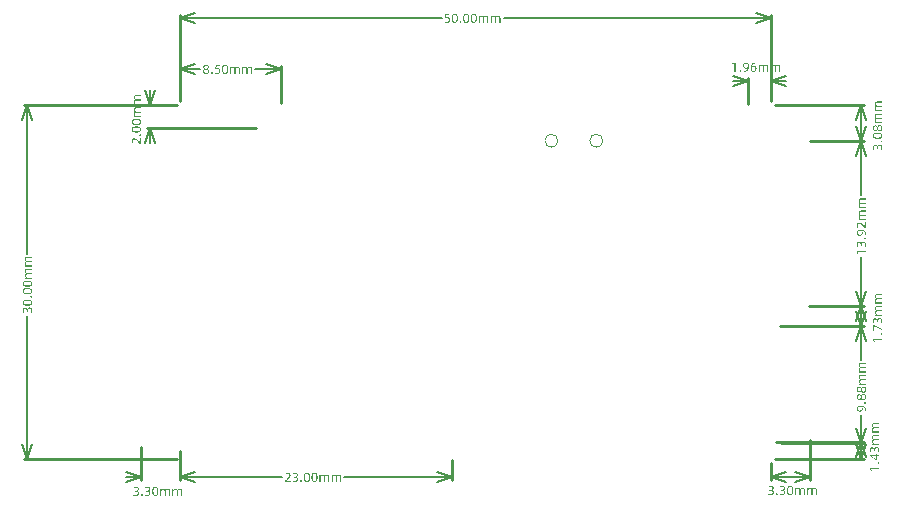
<source format=gm1>
G04*
G04 #@! TF.GenerationSoftware,Altium Limited,Altium Designer,22.2.1 (43)*
G04*
G04 Layer_Color=16711935*
%FSLAX25Y25*%
%MOIN*%
G70*
G04*
G04 #@! TF.SameCoordinates,5917ED16-7F16-4460-A846-6834CAD0EC44*
G04*
G04*
G04 #@! TF.FilePolarity,Positive*
G04*
G01*
G75*
%ADD15C,0.01000*%
%ADD17C,0.00500*%
%ADD145C,0.00020*%
G36*
X-13116Y120928D02*
X-14609D01*
X-14613D01*
X-14622D01*
X-14634D01*
X-14655D01*
X-14705Y120923D01*
X-14763Y120915D01*
X-14834Y120903D01*
X-14900Y120886D01*
X-14971Y120865D01*
X-15029Y120832D01*
X-15038Y120828D01*
X-15054Y120815D01*
X-15075Y120790D01*
X-15104Y120753D01*
X-15133Y120703D01*
X-15154Y120640D01*
X-15171Y120566D01*
X-15179Y120474D01*
Y120412D01*
X-15175Y120378D01*
X-15171Y120345D01*
X-15163Y120274D01*
Y120270D01*
X-15158Y120258D01*
X-15154Y120241D01*
X-15150Y120216D01*
X-15129Y120162D01*
X-15100Y120100D01*
Y120096D01*
X-15092Y120087D01*
X-15079Y120075D01*
X-15067Y120054D01*
X-15025Y120012D01*
X-14971Y119962D01*
X-14967Y119958D01*
X-14959Y119954D01*
X-14938Y119942D01*
X-14917Y119925D01*
X-14884Y119912D01*
X-14851Y119896D01*
X-14809Y119879D01*
X-14763Y119862D01*
X-14747D01*
X-13116D01*
Y119484D01*
X-14609D01*
X-14613D01*
X-14622D01*
X-14634D01*
X-14655D01*
X-14701Y119480D01*
X-14763Y119472D01*
X-14830Y119463D01*
X-14900Y119447D01*
X-14967Y119426D01*
X-15029Y119397D01*
X-15038Y119392D01*
X-15054Y119380D01*
X-15075Y119355D01*
X-15104Y119322D01*
X-15133Y119276D01*
X-15154Y119218D01*
X-15171Y119143D01*
X-15179Y119055D01*
Y118989D01*
X-15175Y118956D01*
X-15171Y118922D01*
X-15163Y118848D01*
Y118843D01*
X-15158Y118831D01*
Y118814D01*
X-15150Y118789D01*
X-15133Y118735D01*
X-15104Y118673D01*
Y118669D01*
X-15096Y118660D01*
X-15084Y118644D01*
X-15071Y118627D01*
X-15029Y118581D01*
X-14971Y118531D01*
X-14967Y118527D01*
X-14955Y118523D01*
X-14938Y118510D01*
X-14913Y118498D01*
X-14880Y118481D01*
X-14842Y118465D01*
X-14801Y118444D01*
X-14751Y118427D01*
X-13116D01*
Y118053D01*
X-15475D01*
Y118427D01*
X-15167D01*
X-15171Y118431D01*
X-15196Y118448D01*
X-15233Y118473D01*
X-15275Y118506D01*
X-15321Y118548D01*
X-15366Y118598D01*
X-15408Y118656D01*
X-15441Y118719D01*
Y118723D01*
X-15445Y118727D01*
X-15454Y118752D01*
X-15466Y118785D01*
X-15479Y118835D01*
X-15491Y118893D01*
X-15504Y118960D01*
X-15512Y119030D01*
X-15516Y119109D01*
Y119155D01*
X-15512Y119180D01*
Y119205D01*
X-15504Y119272D01*
X-15491Y119343D01*
X-15470Y119413D01*
X-15445Y119488D01*
X-15412Y119555D01*
X-15408Y119563D01*
X-15395Y119584D01*
X-15371Y119613D01*
X-15341Y119646D01*
X-15300Y119688D01*
X-15254Y119725D01*
X-15196Y119763D01*
X-15133Y119796D01*
X-15138Y119800D01*
X-15154Y119804D01*
X-15175Y119817D01*
X-15200Y119833D01*
X-15258Y119875D01*
X-15321Y119929D01*
X-15325Y119933D01*
X-15333Y119942D01*
X-15346Y119958D01*
X-15362Y119983D01*
X-15383Y120008D01*
X-15400Y120037D01*
X-15437Y120108D01*
X-15441Y120112D01*
X-15445Y120125D01*
X-15454Y120145D01*
X-15462Y120170D01*
X-15475Y120204D01*
X-15483Y120237D01*
X-15499Y120312D01*
Y120316D01*
X-15504Y120333D01*
Y120353D01*
X-15508Y120378D01*
X-15512Y120412D01*
Y120449D01*
X-15516Y120528D01*
Y120561D01*
X-15512Y120603D01*
X-15508Y120649D01*
X-15504Y120707D01*
X-15491Y120765D01*
X-15479Y120824D01*
X-15458Y120882D01*
X-15454Y120890D01*
X-15450Y120907D01*
X-15437Y120932D01*
X-15416Y120965D01*
X-15395Y121002D01*
X-15371Y121044D01*
X-15337Y121081D01*
X-15300Y121119D01*
X-15296Y121123D01*
X-15283Y121135D01*
X-15258Y121152D01*
X-15229Y121173D01*
X-15196Y121194D01*
X-15154Y121219D01*
X-15104Y121239D01*
X-15054Y121256D01*
X-15046Y121260D01*
X-15029Y121264D01*
X-15000Y121273D01*
X-14963Y121281D01*
X-14917Y121289D01*
X-14863Y121294D01*
X-14805Y121302D01*
X-14742D01*
X-13116D01*
Y120928D01*
D02*
G37*
G36*
Y116905D02*
X-14609D01*
X-14613D01*
X-14622D01*
X-14634D01*
X-14655D01*
X-14705Y116901D01*
X-14763Y116892D01*
X-14834Y116880D01*
X-14900Y116863D01*
X-14971Y116842D01*
X-15029Y116809D01*
X-15038Y116805D01*
X-15054Y116792D01*
X-15075Y116768D01*
X-15104Y116730D01*
X-15133Y116680D01*
X-15154Y116618D01*
X-15171Y116543D01*
X-15179Y116451D01*
Y116389D01*
X-15175Y116356D01*
X-15171Y116322D01*
X-15163Y116252D01*
Y116247D01*
X-15158Y116235D01*
X-15154Y116218D01*
X-15150Y116193D01*
X-15129Y116139D01*
X-15100Y116077D01*
Y116073D01*
X-15092Y116064D01*
X-15079Y116052D01*
X-15067Y116031D01*
X-15025Y115990D01*
X-14971Y115940D01*
X-14967Y115936D01*
X-14959Y115931D01*
X-14938Y115919D01*
X-14917Y115902D01*
X-14884Y115890D01*
X-14851Y115873D01*
X-14809Y115856D01*
X-14763Y115840D01*
X-14747D01*
X-13116D01*
Y115461D01*
X-14609D01*
X-14613D01*
X-14622D01*
X-14634D01*
X-14655D01*
X-14701Y115457D01*
X-14763Y115449D01*
X-14830Y115440D01*
X-14900Y115424D01*
X-14967Y115403D01*
X-15029Y115374D01*
X-15038Y115370D01*
X-15054Y115357D01*
X-15075Y115332D01*
X-15104Y115299D01*
X-15133Y115253D01*
X-15154Y115195D01*
X-15171Y115120D01*
X-15179Y115033D01*
Y114966D01*
X-15175Y114933D01*
X-15171Y114900D01*
X-15163Y114825D01*
Y114821D01*
X-15158Y114808D01*
Y114792D01*
X-15150Y114767D01*
X-15133Y114712D01*
X-15104Y114650D01*
Y114646D01*
X-15096Y114638D01*
X-15084Y114621D01*
X-15071Y114604D01*
X-15029Y114558D01*
X-14971Y114509D01*
X-14967Y114504D01*
X-14955Y114500D01*
X-14938Y114488D01*
X-14913Y114475D01*
X-14880Y114459D01*
X-14842Y114442D01*
X-14801Y114421D01*
X-14751Y114405D01*
X-13116D01*
Y114030D01*
X-15475D01*
Y114405D01*
X-15167D01*
X-15171Y114409D01*
X-15196Y114425D01*
X-15233Y114450D01*
X-15275Y114484D01*
X-15321Y114525D01*
X-15366Y114575D01*
X-15408Y114633D01*
X-15441Y114696D01*
Y114700D01*
X-15445Y114704D01*
X-15454Y114729D01*
X-15466Y114762D01*
X-15479Y114812D01*
X-15491Y114871D01*
X-15504Y114937D01*
X-15512Y115008D01*
X-15516Y115087D01*
Y115133D01*
X-15512Y115157D01*
Y115182D01*
X-15504Y115249D01*
X-15491Y115320D01*
X-15470Y115391D01*
X-15445Y115465D01*
X-15412Y115532D01*
X-15408Y115540D01*
X-15395Y115561D01*
X-15371Y115590D01*
X-15341Y115623D01*
X-15300Y115665D01*
X-15254Y115702D01*
X-15196Y115740D01*
X-15133Y115773D01*
X-15138Y115777D01*
X-15154Y115781D01*
X-15175Y115794D01*
X-15200Y115811D01*
X-15258Y115852D01*
X-15321Y115906D01*
X-15325Y115910D01*
X-15333Y115919D01*
X-15346Y115936D01*
X-15362Y115960D01*
X-15383Y115985D01*
X-15400Y116015D01*
X-15437Y116085D01*
X-15441Y116089D01*
X-15445Y116102D01*
X-15454Y116123D01*
X-15462Y116148D01*
X-15475Y116181D01*
X-15483Y116214D01*
X-15499Y116289D01*
Y116293D01*
X-15504Y116310D01*
Y116331D01*
X-15508Y116356D01*
X-15512Y116389D01*
Y116426D01*
X-15516Y116505D01*
Y116539D01*
X-15512Y116580D01*
X-15508Y116626D01*
X-15504Y116684D01*
X-15491Y116743D01*
X-15479Y116801D01*
X-15458Y116859D01*
X-15454Y116867D01*
X-15450Y116884D01*
X-15437Y116909D01*
X-15416Y116942D01*
X-15395Y116980D01*
X-15371Y117021D01*
X-15337Y117059D01*
X-15300Y117096D01*
X-15296Y117100D01*
X-15283Y117113D01*
X-15258Y117129D01*
X-15229Y117150D01*
X-15196Y117171D01*
X-15154Y117196D01*
X-15104Y117217D01*
X-15054Y117233D01*
X-15046Y117238D01*
X-15029Y117242D01*
X-15000Y117250D01*
X-14963Y117258D01*
X-14917Y117267D01*
X-14863Y117271D01*
X-14805Y117279D01*
X-14742D01*
X-13116D01*
Y116905D01*
D02*
G37*
G36*
X-14514Y113402D02*
X-14468D01*
X-14414D01*
X-14360Y113398D01*
X-14239Y113390D01*
X-14110Y113373D01*
X-13981Y113356D01*
X-13860Y113331D01*
X-13856D01*
X-13848Y113327D01*
X-13831Y113323D01*
X-13811Y113319D01*
X-13786Y113311D01*
X-13757Y113302D01*
X-13686Y113277D01*
X-13611Y113248D01*
X-13532Y113211D01*
X-13453Y113169D01*
X-13382Y113119D01*
X-13374Y113115D01*
X-13353Y113094D01*
X-13324Y113065D01*
X-13286Y113028D01*
X-13245Y112982D01*
X-13207Y112928D01*
X-13170Y112865D01*
X-13141Y112795D01*
X-13137Y112786D01*
X-13133Y112761D01*
X-13120Y112724D01*
X-13107Y112670D01*
X-13095Y112608D01*
X-13087Y112537D01*
X-13078Y112462D01*
X-13074Y112379D01*
Y112341D01*
X-13078Y112295D01*
X-13083Y112241D01*
X-13091Y112175D01*
X-13103Y112108D01*
X-13120Y112033D01*
X-13141Y111963D01*
X-13145Y111954D01*
X-13153Y111929D01*
X-13170Y111896D01*
X-13195Y111850D01*
X-13228Y111800D01*
X-13270Y111746D01*
X-13320Y111692D01*
X-13382Y111638D01*
X-13390Y111634D01*
X-13415Y111617D01*
X-13453Y111592D01*
X-13507Y111563D01*
X-13578Y111530D01*
X-13657Y111493D01*
X-13752Y111459D01*
X-13860Y111430D01*
X-13865D01*
X-13873Y111426D01*
X-13894Y111422D01*
X-13915Y111418D01*
X-13944Y111414D01*
X-13981Y111405D01*
X-14023Y111401D01*
X-14073Y111393D01*
X-14123Y111384D01*
X-14181Y111380D01*
X-14243Y111372D01*
X-14314Y111368D01*
X-14385Y111364D01*
X-14464Y111360D01*
X-14543Y111355D01*
X-14630D01*
X-14634D01*
X-14651D01*
X-14676D01*
X-14709D01*
X-14747Y111360D01*
X-14792D01*
X-14846Y111364D01*
X-14900D01*
X-15021Y111372D01*
X-15150Y111389D01*
X-15275Y111405D01*
X-15395Y111430D01*
X-15400D01*
X-15408Y111434D01*
X-15425Y111439D01*
X-15445Y111443D01*
X-15470Y111451D01*
X-15499Y111459D01*
X-15570Y111484D01*
X-15645Y111513D01*
X-15724Y111551D01*
X-15803Y111592D01*
X-15874Y111638D01*
X-15878D01*
X-15882Y111646D01*
X-15903Y111663D01*
X-15932Y111692D01*
X-15974Y111730D01*
X-16011Y111780D01*
X-16053Y111834D01*
X-16090Y111896D01*
X-16119Y111963D01*
Y111967D01*
X-16124Y111971D01*
X-16132Y111996D01*
X-16140Y112033D01*
X-16157Y112083D01*
X-16169Y112146D01*
X-16178Y112216D01*
X-16186Y112295D01*
X-16190Y112379D01*
Y112416D01*
X-16186Y112462D01*
X-16182Y112516D01*
X-16173Y112578D01*
X-16161Y112649D01*
X-16144Y112724D01*
X-16119Y112795D01*
Y112799D01*
X-16115Y112803D01*
X-16107Y112828D01*
X-16090Y112861D01*
X-16065Y112907D01*
X-16032Y112957D01*
X-15986Y113011D01*
X-15936Y113065D01*
X-15874Y113119D01*
X-15866Y113123D01*
X-15841Y113140D01*
X-15803Y113165D01*
X-15749Y113198D01*
X-15678Y113232D01*
X-15599Y113265D01*
X-15504Y113302D01*
X-15395Y113331D01*
X-15391D01*
X-15383Y113336D01*
X-15366Y113340D01*
X-15341Y113344D01*
X-15312Y113348D01*
X-15275Y113356D01*
X-15233Y113360D01*
X-15188Y113369D01*
X-15133Y113377D01*
X-15075Y113381D01*
X-15013Y113390D01*
X-14946Y113394D01*
X-14875Y113398D01*
X-14796Y113402D01*
X-14717Y113406D01*
X-14630D01*
X-14626D01*
X-14609D01*
X-14584D01*
X-14551D01*
X-14514Y113402D01*
D02*
G37*
G36*
Y110894D02*
X-14468D01*
X-14414D01*
X-14360Y110889D01*
X-14239Y110881D01*
X-14110Y110864D01*
X-13981Y110848D01*
X-13860Y110823D01*
X-13856D01*
X-13848Y110819D01*
X-13831Y110814D01*
X-13811Y110810D01*
X-13786Y110802D01*
X-13757Y110794D01*
X-13686Y110769D01*
X-13611Y110740D01*
X-13532Y110702D01*
X-13453Y110661D01*
X-13382Y110611D01*
X-13374Y110607D01*
X-13353Y110586D01*
X-13324Y110557D01*
X-13286Y110519D01*
X-13245Y110473D01*
X-13207Y110419D01*
X-13170Y110357D01*
X-13141Y110286D01*
X-13137Y110278D01*
X-13133Y110253D01*
X-13120Y110215D01*
X-13107Y110161D01*
X-13095Y110099D01*
X-13087Y110028D01*
X-13078Y109953D01*
X-13074Y109870D01*
Y109833D01*
X-13078Y109787D01*
X-13083Y109733D01*
X-13091Y109666D01*
X-13103Y109600D01*
X-13120Y109525D01*
X-13141Y109454D01*
X-13145Y109446D01*
X-13153Y109421D01*
X-13170Y109388D01*
X-13195Y109342D01*
X-13228Y109292D01*
X-13270Y109238D01*
X-13320Y109184D01*
X-13382Y109130D01*
X-13390Y109125D01*
X-13415Y109109D01*
X-13453Y109084D01*
X-13507Y109055D01*
X-13578Y109022D01*
X-13657Y108984D01*
X-13752Y108951D01*
X-13860Y108922D01*
X-13865D01*
X-13873Y108918D01*
X-13894Y108913D01*
X-13915Y108909D01*
X-13944Y108905D01*
X-13981Y108897D01*
X-14023Y108893D01*
X-14073Y108884D01*
X-14123Y108876D01*
X-14181Y108872D01*
X-14243Y108863D01*
X-14314Y108859D01*
X-14385Y108855D01*
X-14464Y108851D01*
X-14543Y108847D01*
X-14630D01*
X-14634D01*
X-14651D01*
X-14676D01*
X-14709D01*
X-14747Y108851D01*
X-14792D01*
X-14846Y108855D01*
X-14900D01*
X-15021Y108863D01*
X-15150Y108880D01*
X-15275Y108897D01*
X-15395Y108922D01*
X-15400D01*
X-15408Y108926D01*
X-15425Y108930D01*
X-15445Y108934D01*
X-15470Y108942D01*
X-15499Y108951D01*
X-15570Y108976D01*
X-15645Y109005D01*
X-15724Y109042D01*
X-15803Y109084D01*
X-15874Y109130D01*
X-15878D01*
X-15882Y109138D01*
X-15903Y109155D01*
X-15932Y109184D01*
X-15974Y109221D01*
X-16011Y109271D01*
X-16053Y109325D01*
X-16090Y109388D01*
X-16119Y109454D01*
Y109458D01*
X-16124Y109462D01*
X-16132Y109487D01*
X-16140Y109525D01*
X-16157Y109575D01*
X-16169Y109637D01*
X-16178Y109708D01*
X-16186Y109787D01*
X-16190Y109870D01*
Y109908D01*
X-16186Y109953D01*
X-16182Y110008D01*
X-16173Y110070D01*
X-16161Y110141D01*
X-16144Y110215D01*
X-16119Y110286D01*
Y110290D01*
X-16115Y110294D01*
X-16107Y110319D01*
X-16090Y110353D01*
X-16065Y110398D01*
X-16032Y110448D01*
X-15986Y110503D01*
X-15936Y110557D01*
X-15874Y110611D01*
X-15866Y110615D01*
X-15841Y110632D01*
X-15803Y110656D01*
X-15749Y110690D01*
X-15678Y110723D01*
X-15599Y110756D01*
X-15504Y110794D01*
X-15395Y110823D01*
X-15391D01*
X-15383Y110827D01*
X-15366Y110831D01*
X-15341Y110835D01*
X-15312Y110839D01*
X-15275Y110848D01*
X-15233Y110852D01*
X-15188Y110860D01*
X-15133Y110869D01*
X-15075Y110873D01*
X-15013Y110881D01*
X-14946Y110885D01*
X-14875Y110889D01*
X-14796Y110894D01*
X-14717Y110898D01*
X-14630D01*
X-14626D01*
X-14609D01*
X-14584D01*
X-14551D01*
X-14514Y110894D01*
D02*
G37*
G36*
X-13307Y108231D02*
X-13270Y108227D01*
X-13228Y108219D01*
X-13191Y108206D01*
X-13162Y108190D01*
X-13137Y108169D01*
Y108165D01*
X-13128Y108156D01*
X-13124Y108140D01*
X-13116Y108119D01*
X-13107Y108090D01*
X-13099Y108052D01*
X-13095Y108011D01*
X-13091Y107957D01*
Y107932D01*
X-13095Y107907D01*
Y107873D01*
X-13112Y107799D01*
X-13120Y107769D01*
X-13137Y107740D01*
X-13141Y107736D01*
X-13145Y107732D01*
X-13162Y107720D01*
X-13182Y107711D01*
X-13212Y107699D01*
X-13253Y107686D01*
X-13303Y107682D01*
X-13365Y107678D01*
X-13374D01*
X-13395D01*
X-13424Y107682D01*
X-13461Y107686D01*
X-13499Y107694D01*
X-13536Y107703D01*
X-13565Y107720D01*
X-13590Y107740D01*
X-13594Y107744D01*
X-13598Y107753D01*
X-13607Y107769D01*
X-13615Y107790D01*
X-13623Y107819D01*
X-13632Y107857D01*
X-13640Y107903D01*
Y107982D01*
X-13636Y108007D01*
Y108040D01*
X-13619Y108110D01*
X-13607Y108144D01*
X-13590Y108169D01*
X-13586Y108173D01*
X-13582Y108181D01*
X-13565Y108190D01*
X-13544Y108202D01*
X-13515Y108214D01*
X-13474Y108227D01*
X-13424Y108231D01*
X-13365Y108235D01*
X-13357D01*
X-13336D01*
X-13307Y108231D01*
D02*
G37*
G36*
X-13116Y105036D02*
X-13528D01*
X-13532Y105040D01*
X-13544Y105057D01*
X-13565Y105082D01*
X-13590Y105115D01*
X-13623Y105157D01*
X-13665Y105207D01*
X-13707Y105257D01*
X-13752Y105315D01*
X-13856Y105440D01*
X-13964Y105569D01*
X-14073Y105698D01*
X-14127Y105756D01*
X-14177Y105814D01*
X-14181Y105818D01*
X-14189Y105827D01*
X-14202Y105843D01*
X-14222Y105864D01*
X-14243Y105889D01*
X-14272Y105918D01*
X-14335Y105981D01*
X-14410Y106055D01*
X-14484Y106130D01*
X-14563Y106201D01*
X-14643Y106268D01*
X-14647D01*
X-14651Y106276D01*
X-14676Y106293D01*
X-14713Y106322D01*
X-14763Y106355D01*
X-14817Y106392D01*
X-14880Y106426D01*
X-14938Y106459D01*
X-15000Y106484D01*
X-15009Y106488D01*
X-15029Y106492D01*
X-15059Y106501D01*
X-15100Y106513D01*
X-15150Y106521D01*
X-15204Y106530D01*
X-15262Y106534D01*
X-15325Y106538D01*
X-15333D01*
X-15354D01*
X-15383Y106534D01*
X-15420Y106530D01*
X-15462Y106521D01*
X-15504Y106513D01*
X-15549Y106496D01*
X-15591Y106476D01*
X-15595Y106472D01*
X-15608Y106467D01*
X-15629Y106451D01*
X-15649Y106434D01*
X-15678Y106413D01*
X-15703Y106388D01*
X-15728Y106359D01*
X-15753Y106326D01*
X-15757Y106322D01*
X-15762Y106309D01*
X-15774Y106293D01*
X-15787Y106268D01*
X-15803Y106234D01*
X-15816Y106201D01*
X-15836Y106118D01*
Y106114D01*
X-15841Y106097D01*
X-15845Y106076D01*
X-15849Y106047D01*
X-15853Y106014D01*
X-15857Y105972D01*
X-15861Y105893D01*
Y105802D01*
X-15857Y105756D01*
X-15853Y105706D01*
X-15849Y105648D01*
X-15845Y105590D01*
Y105581D01*
X-15841Y105560D01*
X-15836Y105527D01*
X-15832Y105485D01*
X-15824Y105436D01*
X-15811Y105377D01*
X-15799Y105315D01*
X-15782Y105248D01*
X-16119D01*
Y105257D01*
X-16124Y105273D01*
X-16132Y105307D01*
X-16140Y105348D01*
X-16144Y105394D01*
X-16153Y105452D01*
X-16161Y105510D01*
X-16169Y105573D01*
Y105581D01*
X-16173Y105602D01*
X-16178Y105635D01*
X-16182Y105681D01*
Y105739D01*
X-16186Y105798D01*
X-16190Y105868D01*
Y105976D01*
X-16186Y106018D01*
Y106072D01*
X-16178Y106134D01*
X-16169Y106201D01*
X-16157Y106272D01*
X-16140Y106338D01*
Y106347D01*
X-16132Y106368D01*
X-16119Y106401D01*
X-16103Y106442D01*
X-16082Y106492D01*
X-16057Y106542D01*
X-16024Y106596D01*
X-15986Y106646D01*
X-15982Y106650D01*
X-15970Y106667D01*
X-15945Y106692D01*
X-15915Y106721D01*
X-15874Y106750D01*
X-15828Y106783D01*
X-15774Y106813D01*
X-15716Y106842D01*
X-15708Y106846D01*
X-15687Y106854D01*
X-15649Y106862D01*
X-15604Y106879D01*
X-15545Y106892D01*
X-15479Y106900D01*
X-15404Y106908D01*
X-15321Y106912D01*
X-15316D01*
X-15312D01*
X-15300D01*
X-15287D01*
X-15246Y106908D01*
X-15196Y106904D01*
X-15133Y106896D01*
X-15067Y106887D01*
X-15000Y106871D01*
X-14930Y106850D01*
X-14921Y106846D01*
X-14900Y106838D01*
X-14863Y106821D01*
X-14817Y106800D01*
X-14759Y106771D01*
X-14697Y106738D01*
X-14626Y106692D01*
X-14555Y106642D01*
X-14547Y106634D01*
X-14522Y106617D01*
X-14484Y106584D01*
X-14430Y106542D01*
X-14368Y106484D01*
X-14297Y106417D01*
X-14222Y106342D01*
X-14139Y106255D01*
X-14135Y106251D01*
X-14131Y106243D01*
X-14118Y106230D01*
X-14098Y106214D01*
X-14077Y106189D01*
X-14052Y106159D01*
X-14023Y106126D01*
X-13989Y106089D01*
X-13952Y106047D01*
X-13915Y106001D01*
X-13827Y105897D01*
X-13727Y105777D01*
X-13619Y105644D01*
X-13486Y105469D01*
X-13444D01*
Y107033D01*
X-13116D01*
Y105036D01*
D02*
G37*
G36*
X52960Y-5162D02*
X53005Y-5166D01*
X53064Y-5170D01*
X53122Y-5183D01*
X53180Y-5195D01*
X53238Y-5216D01*
X53247Y-5220D01*
X53263Y-5224D01*
X53288Y-5237D01*
X53321Y-5257D01*
X53359Y-5278D01*
X53400Y-5303D01*
X53438Y-5336D01*
X53475Y-5374D01*
X53480Y-5378D01*
X53492Y-5391D01*
X53509Y-5415D01*
X53530Y-5445D01*
X53550Y-5478D01*
X53575Y-5520D01*
X53596Y-5569D01*
X53613Y-5619D01*
X53617Y-5628D01*
X53621Y-5644D01*
X53629Y-5673D01*
X53638Y-5711D01*
X53646Y-5757D01*
X53650Y-5811D01*
X53658Y-5869D01*
Y-5931D01*
Y-7558D01*
X53284D01*
Y-6064D01*
Y-6060D01*
Y-6052D01*
Y-6039D01*
Y-6019D01*
X53280Y-5969D01*
X53272Y-5911D01*
X53259Y-5840D01*
X53242Y-5773D01*
X53222Y-5703D01*
X53188Y-5644D01*
X53184Y-5636D01*
X53172Y-5619D01*
X53147Y-5599D01*
X53109Y-5569D01*
X53059Y-5540D01*
X52997Y-5520D01*
X52922Y-5503D01*
X52831Y-5495D01*
X52768D01*
X52735Y-5499D01*
X52702Y-5503D01*
X52631Y-5511D01*
X52627D01*
X52614Y-5515D01*
X52598Y-5520D01*
X52573Y-5524D01*
X52519Y-5545D01*
X52456Y-5574D01*
X52452D01*
X52444Y-5582D01*
X52431Y-5594D01*
X52411Y-5607D01*
X52369Y-5649D01*
X52319Y-5703D01*
X52315Y-5707D01*
X52311Y-5715D01*
X52298Y-5736D01*
X52281Y-5757D01*
X52269Y-5790D01*
X52252Y-5823D01*
X52236Y-5865D01*
X52219Y-5911D01*
Y-5927D01*
Y-7558D01*
X51841D01*
Y-6064D01*
Y-6060D01*
Y-6052D01*
Y-6039D01*
Y-6019D01*
X51836Y-5973D01*
X51828Y-5911D01*
X51820Y-5844D01*
X51803Y-5773D01*
X51782Y-5707D01*
X51753Y-5644D01*
X51749Y-5636D01*
X51736Y-5619D01*
X51712Y-5599D01*
X51678Y-5569D01*
X51633Y-5540D01*
X51574Y-5520D01*
X51499Y-5503D01*
X51412Y-5495D01*
X51345D01*
X51312Y-5499D01*
X51279Y-5503D01*
X51204Y-5511D01*
X51200D01*
X51187Y-5515D01*
X51171D01*
X51146Y-5524D01*
X51092Y-5540D01*
X51029Y-5569D01*
X51025D01*
X51017Y-5578D01*
X51000Y-5590D01*
X50984Y-5603D01*
X50938Y-5644D01*
X50888Y-5703D01*
X50884Y-5707D01*
X50880Y-5719D01*
X50867Y-5736D01*
X50855Y-5761D01*
X50838Y-5794D01*
X50821Y-5832D01*
X50801Y-5873D01*
X50784Y-5923D01*
Y-7558D01*
X50410D01*
Y-5199D01*
X50784D01*
Y-5507D01*
X50788Y-5503D01*
X50805Y-5478D01*
X50830Y-5441D01*
X50863Y-5399D01*
X50905Y-5353D01*
X50955Y-5307D01*
X51013Y-5266D01*
X51075Y-5232D01*
X51079D01*
X51083Y-5228D01*
X51108Y-5220D01*
X51142Y-5207D01*
X51192Y-5195D01*
X51250Y-5183D01*
X51316Y-5170D01*
X51387Y-5162D01*
X51466Y-5158D01*
X51512D01*
X51537Y-5162D01*
X51562D01*
X51628Y-5170D01*
X51699Y-5183D01*
X51770Y-5203D01*
X51845Y-5228D01*
X51911Y-5262D01*
X51920Y-5266D01*
X51940Y-5278D01*
X51969Y-5303D01*
X52003Y-5332D01*
X52044Y-5374D01*
X52082Y-5420D01*
X52119Y-5478D01*
X52153Y-5540D01*
X52157Y-5536D01*
X52161Y-5520D01*
X52173Y-5499D01*
X52190Y-5474D01*
X52232Y-5415D01*
X52286Y-5353D01*
X52290Y-5349D01*
X52298Y-5341D01*
X52315Y-5328D01*
X52340Y-5311D01*
X52365Y-5291D01*
X52394Y-5274D01*
X52464Y-5237D01*
X52469Y-5232D01*
X52481Y-5228D01*
X52502Y-5220D01*
X52527Y-5212D01*
X52560Y-5199D01*
X52593Y-5191D01*
X52668Y-5174D01*
X52673D01*
X52689Y-5170D01*
X52710D01*
X52735Y-5166D01*
X52768Y-5162D01*
X52806D01*
X52885Y-5158D01*
X52918D01*
X52960Y-5162D01*
D02*
G37*
G36*
X48937D02*
X48983Y-5166D01*
X49041Y-5170D01*
X49099Y-5183D01*
X49157Y-5195D01*
X49216Y-5216D01*
X49224Y-5220D01*
X49241Y-5224D01*
X49266Y-5237D01*
X49299Y-5257D01*
X49336Y-5278D01*
X49378Y-5303D01*
X49415Y-5336D01*
X49453Y-5374D01*
X49457Y-5378D01*
X49469Y-5391D01*
X49486Y-5415D01*
X49507Y-5445D01*
X49528Y-5478D01*
X49553Y-5520D01*
X49573Y-5569D01*
X49590Y-5619D01*
X49594Y-5628D01*
X49598Y-5644D01*
X49607Y-5673D01*
X49615Y-5711D01*
X49623Y-5757D01*
X49627Y-5811D01*
X49636Y-5869D01*
Y-5931D01*
Y-7558D01*
X49261D01*
Y-6064D01*
Y-6060D01*
Y-6052D01*
Y-6039D01*
Y-6019D01*
X49257Y-5969D01*
X49249Y-5911D01*
X49236Y-5840D01*
X49220Y-5773D01*
X49199Y-5703D01*
X49166Y-5644D01*
X49161Y-5636D01*
X49149Y-5619D01*
X49124Y-5599D01*
X49087Y-5569D01*
X49037Y-5540D01*
X48974Y-5520D01*
X48899Y-5503D01*
X48808Y-5495D01*
X48746D01*
X48712Y-5499D01*
X48679Y-5503D01*
X48608Y-5511D01*
X48604D01*
X48592Y-5515D01*
X48575Y-5520D01*
X48550Y-5524D01*
X48496Y-5545D01*
X48434Y-5574D01*
X48429D01*
X48421Y-5582D01*
X48409Y-5594D01*
X48388Y-5607D01*
X48346Y-5649D01*
X48296Y-5703D01*
X48292Y-5707D01*
X48288Y-5715D01*
X48275Y-5736D01*
X48259Y-5757D01*
X48246Y-5790D01*
X48230Y-5823D01*
X48213Y-5865D01*
X48196Y-5911D01*
Y-5927D01*
Y-7558D01*
X47818D01*
Y-6064D01*
Y-6060D01*
Y-6052D01*
Y-6039D01*
Y-6019D01*
X47814Y-5973D01*
X47805Y-5911D01*
X47797Y-5844D01*
X47780Y-5773D01*
X47760Y-5707D01*
X47730Y-5644D01*
X47726Y-5636D01*
X47714Y-5619D01*
X47689Y-5599D01*
X47656Y-5569D01*
X47610Y-5540D01*
X47552Y-5520D01*
X47477Y-5503D01*
X47389Y-5495D01*
X47323D01*
X47289Y-5499D01*
X47256Y-5503D01*
X47181Y-5511D01*
X47177D01*
X47165Y-5515D01*
X47148D01*
X47123Y-5524D01*
X47069Y-5540D01*
X47007Y-5569D01*
X47003D01*
X46994Y-5578D01*
X46977Y-5590D01*
X46961Y-5603D01*
X46915Y-5644D01*
X46865Y-5703D01*
X46861Y-5707D01*
X46857Y-5719D01*
X46844Y-5736D01*
X46832Y-5761D01*
X46815Y-5794D01*
X46799Y-5832D01*
X46778Y-5873D01*
X46761Y-5923D01*
Y-7558D01*
X46387D01*
Y-5199D01*
X46761D01*
Y-5507D01*
X46765Y-5503D01*
X46782Y-5478D01*
X46807Y-5441D01*
X46840Y-5399D01*
X46882Y-5353D01*
X46932Y-5307D01*
X46990Y-5266D01*
X47052Y-5232D01*
X47056D01*
X47061Y-5228D01*
X47086Y-5220D01*
X47119Y-5207D01*
X47169Y-5195D01*
X47227Y-5183D01*
X47294Y-5170D01*
X47364Y-5162D01*
X47443Y-5158D01*
X47489D01*
X47514Y-5162D01*
X47539D01*
X47606Y-5170D01*
X47676Y-5183D01*
X47747Y-5203D01*
X47822Y-5228D01*
X47888Y-5262D01*
X47897Y-5266D01*
X47918Y-5278D01*
X47947Y-5303D01*
X47980Y-5332D01*
X48022Y-5374D01*
X48059Y-5420D01*
X48097Y-5478D01*
X48130Y-5540D01*
X48134Y-5536D01*
X48138Y-5520D01*
X48151Y-5499D01*
X48167Y-5474D01*
X48209Y-5415D01*
X48263Y-5353D01*
X48267Y-5349D01*
X48275Y-5341D01*
X48292Y-5328D01*
X48317Y-5311D01*
X48342Y-5291D01*
X48371Y-5274D01*
X48442Y-5237D01*
X48446Y-5232D01*
X48458Y-5228D01*
X48479Y-5220D01*
X48504Y-5212D01*
X48537Y-5199D01*
X48571Y-5191D01*
X48646Y-5174D01*
X48650D01*
X48667Y-5170D01*
X48687D01*
X48712Y-5166D01*
X48746Y-5162D01*
X48783D01*
X48862Y-5158D01*
X48895D01*
X48937Y-5162D01*
D02*
G37*
G36*
X38308Y-4488D02*
X38350D01*
X38400Y-4492D01*
X38449Y-4500D01*
X38508Y-4509D01*
X38624Y-4529D01*
X38749Y-4563D01*
X38866Y-4613D01*
X38920Y-4642D01*
X38969Y-4675D01*
X38974D01*
X38982Y-4683D01*
X38995Y-4696D01*
X39007Y-4713D01*
X39028Y-4729D01*
X39049Y-4754D01*
X39069Y-4787D01*
X39094Y-4821D01*
X39119Y-4858D01*
X39140Y-4904D01*
X39161Y-4954D01*
X39182Y-5008D01*
X39194Y-5066D01*
X39207Y-5133D01*
X39215Y-5203D01*
X39219Y-5278D01*
Y-5282D01*
Y-5291D01*
Y-5307D01*
X39215Y-5328D01*
Y-5353D01*
X39211Y-5382D01*
X39202Y-5449D01*
X39182Y-5520D01*
X39157Y-5599D01*
X39123Y-5669D01*
X39074Y-5736D01*
X39065Y-5744D01*
X39049Y-5761D01*
X39015Y-5790D01*
X38974Y-5823D01*
X38915Y-5861D01*
X38849Y-5902D01*
X38770Y-5935D01*
X38682Y-5969D01*
Y-5998D01*
X38687D01*
X38695Y-6002D01*
X38712D01*
X38737Y-6010D01*
X38761Y-6015D01*
X38795Y-6023D01*
X38861Y-6048D01*
X38940Y-6081D01*
X39019Y-6123D01*
X39090Y-6177D01*
X39123Y-6206D01*
X39153Y-6239D01*
X39161Y-6247D01*
X39178Y-6273D01*
X39198Y-6314D01*
X39227Y-6368D01*
X39252Y-6439D01*
X39277Y-6522D01*
X39294Y-6618D01*
X39298Y-6726D01*
Y-6730D01*
Y-6743D01*
Y-6768D01*
X39294Y-6797D01*
X39290Y-6830D01*
X39281Y-6871D01*
X39273Y-6917D01*
X39265Y-6963D01*
X39227Y-7067D01*
X39207Y-7121D01*
X39178Y-7175D01*
X39148Y-7229D01*
X39107Y-7279D01*
X39065Y-7329D01*
X39015Y-7375D01*
X39011Y-7379D01*
X39003Y-7383D01*
X38986Y-7396D01*
X38961Y-7408D01*
X38932Y-7425D01*
X38895Y-7446D01*
X38853Y-7466D01*
X38799Y-7487D01*
X38741Y-7508D01*
X38678Y-7529D01*
X38603Y-7545D01*
X38524Y-7566D01*
X38437Y-7579D01*
X38346Y-7591D01*
X38241Y-7595D01*
X38133Y-7599D01*
X38021D01*
X37967Y-7595D01*
X37905D01*
X37776Y-7587D01*
X37767D01*
X37747Y-7583D01*
X37713D01*
X37672Y-7579D01*
X37622Y-7570D01*
X37568Y-7562D01*
X37451Y-7545D01*
Y-7200D01*
X37459D01*
X37480Y-7209D01*
X37514Y-7217D01*
X37559Y-7225D01*
X37609Y-7233D01*
X37667Y-7246D01*
X37788Y-7263D01*
X37817D01*
X37850Y-7267D01*
X37892D01*
X37946Y-7271D01*
X38004D01*
X38063Y-7275D01*
X38192D01*
X38233Y-7271D01*
X38283D01*
X38333Y-7263D01*
X38445Y-7250D01*
X38454D01*
X38470Y-7246D01*
X38495Y-7238D01*
X38533Y-7229D01*
X38570Y-7217D01*
X38612Y-7200D01*
X38695Y-7159D01*
X38699Y-7154D01*
X38712Y-7146D01*
X38732Y-7134D01*
X38753Y-7113D01*
X38782Y-7088D01*
X38807Y-7059D01*
X38836Y-7025D01*
X38861Y-6988D01*
X38866Y-6984D01*
X38870Y-6967D01*
X38882Y-6946D01*
X38895Y-6913D01*
X38903Y-6876D01*
X38915Y-6830D01*
X38920Y-6780D01*
X38924Y-6722D01*
Y-6718D01*
Y-6709D01*
Y-6693D01*
X38920Y-6668D01*
X38915Y-6643D01*
X38911Y-6614D01*
X38895Y-6543D01*
X38870Y-6468D01*
X38832Y-6393D01*
X38807Y-6360D01*
X38778Y-6327D01*
X38741Y-6297D01*
X38703Y-6273D01*
X38699D01*
X38695Y-6268D01*
X38682Y-6260D01*
X38662Y-6252D01*
X38641Y-6243D01*
X38612Y-6231D01*
X38579Y-6218D01*
X38541Y-6206D01*
X38499Y-6198D01*
X38449Y-6185D01*
X38395Y-6173D01*
X38337Y-6164D01*
X38275Y-6156D01*
X38208Y-6148D01*
X38133Y-6143D01*
X37813D01*
Y-5844D01*
X38088D01*
X38117Y-5840D01*
X38150D01*
X38187Y-5836D01*
X38275Y-5827D01*
X38370Y-5807D01*
X38470Y-5782D01*
X38566Y-5748D01*
X38608Y-5723D01*
X38649Y-5698D01*
X38653D01*
X38658Y-5690D01*
X38682Y-5669D01*
X38716Y-5636D01*
X38753Y-5594D01*
X38791Y-5536D01*
X38824Y-5470D01*
X38849Y-5391D01*
X38853Y-5349D01*
X38857Y-5303D01*
Y-5299D01*
Y-5291D01*
Y-5278D01*
X38853Y-5262D01*
X38849Y-5212D01*
X38836Y-5158D01*
X38820Y-5095D01*
X38791Y-5033D01*
X38749Y-4975D01*
X38695Y-4925D01*
X38687Y-4921D01*
X38666Y-4908D01*
X38628Y-4887D01*
X38574Y-4866D01*
X38508Y-4846D01*
X38425Y-4825D01*
X38325Y-4812D01*
X38212Y-4808D01*
X38162D01*
X38125Y-4812D01*
X38079D01*
X38029Y-4817D01*
X37971Y-4821D01*
X37909Y-4829D01*
X37900D01*
X37880Y-4833D01*
X37846Y-4837D01*
X37805Y-4846D01*
X37759Y-4854D01*
X37705Y-4866D01*
X37597Y-4896D01*
Y-4571D01*
X37601D01*
X37617Y-4567D01*
X37642Y-4559D01*
X37676Y-4550D01*
X37713Y-4542D01*
X37763Y-4534D01*
X37817Y-4521D01*
X37880Y-4513D01*
X37888D01*
X37909Y-4509D01*
X37946Y-4504D01*
X37988Y-4496D01*
X38042Y-4492D01*
X38100Y-4488D01*
X38229Y-4484D01*
X38275D01*
X38308Y-4488D01*
D02*
G37*
G36*
X35866D02*
X35920D01*
X35983Y-4496D01*
X36049Y-4504D01*
X36120Y-4517D01*
X36187Y-4534D01*
X36195D01*
X36216Y-4542D01*
X36249Y-4554D01*
X36290Y-4571D01*
X36340Y-4592D01*
X36390Y-4617D01*
X36444Y-4650D01*
X36494Y-4688D01*
X36498Y-4692D01*
X36515Y-4704D01*
X36540Y-4729D01*
X36569Y-4758D01*
X36598Y-4800D01*
X36632Y-4846D01*
X36661Y-4900D01*
X36690Y-4958D01*
X36694Y-4966D01*
X36702Y-4987D01*
X36711Y-5024D01*
X36727Y-5070D01*
X36740Y-5128D01*
X36748Y-5195D01*
X36756Y-5270D01*
X36761Y-5353D01*
Y-5357D01*
Y-5361D01*
Y-5374D01*
Y-5386D01*
X36756Y-5428D01*
X36752Y-5478D01*
X36744Y-5540D01*
X36736Y-5607D01*
X36719Y-5673D01*
X36698Y-5744D01*
X36694Y-5753D01*
X36686Y-5773D01*
X36669Y-5811D01*
X36648Y-5856D01*
X36619Y-5915D01*
X36586Y-5977D01*
X36540Y-6048D01*
X36490Y-6119D01*
X36482Y-6127D01*
X36465Y-6152D01*
X36432Y-6189D01*
X36390Y-6243D01*
X36332Y-6306D01*
X36266Y-6376D01*
X36191Y-6451D01*
X36103Y-6535D01*
X36099Y-6539D01*
X36091Y-6543D01*
X36078Y-6555D01*
X36062Y-6576D01*
X36037Y-6597D01*
X36008Y-6622D01*
X35974Y-6651D01*
X35937Y-6684D01*
X35895Y-6722D01*
X35849Y-6759D01*
X35745Y-6847D01*
X35625Y-6946D01*
X35492Y-7055D01*
X35317Y-7188D01*
Y-7229D01*
X36881D01*
Y-7558D01*
X34884D01*
Y-7146D01*
X34888Y-7142D01*
X34905Y-7129D01*
X34930Y-7109D01*
X34963Y-7084D01*
X35005Y-7050D01*
X35055Y-7009D01*
X35105Y-6967D01*
X35163Y-6921D01*
X35288Y-6817D01*
X35417Y-6709D01*
X35546Y-6601D01*
X35604Y-6547D01*
X35662Y-6497D01*
X35666Y-6493D01*
X35675Y-6485D01*
X35691Y-6472D01*
X35712Y-6451D01*
X35737Y-6431D01*
X35766Y-6401D01*
X35829Y-6339D01*
X35904Y-6264D01*
X35978Y-6189D01*
X36049Y-6110D01*
X36116Y-6031D01*
Y-6027D01*
X36124Y-6023D01*
X36141Y-5998D01*
X36170Y-5960D01*
X36203Y-5911D01*
X36241Y-5856D01*
X36274Y-5794D01*
X36307Y-5736D01*
X36332Y-5673D01*
X36336Y-5665D01*
X36340Y-5644D01*
X36349Y-5615D01*
X36361Y-5574D01*
X36369Y-5524D01*
X36378Y-5470D01*
X36382Y-5411D01*
X36386Y-5349D01*
Y-5341D01*
Y-5320D01*
X36382Y-5291D01*
X36378Y-5253D01*
X36369Y-5212D01*
X36361Y-5170D01*
X36345Y-5124D01*
X36324Y-5083D01*
X36320Y-5079D01*
X36315Y-5066D01*
X36299Y-5045D01*
X36282Y-5024D01*
X36261Y-4995D01*
X36236Y-4970D01*
X36207Y-4945D01*
X36174Y-4921D01*
X36170Y-4916D01*
X36157Y-4912D01*
X36141Y-4900D01*
X36116Y-4887D01*
X36083Y-4871D01*
X36049Y-4858D01*
X35966Y-4837D01*
X35962D01*
X35945Y-4833D01*
X35924Y-4829D01*
X35895Y-4825D01*
X35862Y-4821D01*
X35820Y-4817D01*
X35741Y-4812D01*
X35650D01*
X35604Y-4817D01*
X35554Y-4821D01*
X35496Y-4825D01*
X35438Y-4829D01*
X35429D01*
X35409Y-4833D01*
X35375Y-4837D01*
X35334Y-4841D01*
X35284Y-4850D01*
X35225Y-4862D01*
X35163Y-4875D01*
X35097Y-4891D01*
Y-4554D01*
X35105D01*
X35122Y-4550D01*
X35155Y-4542D01*
X35196Y-4534D01*
X35242Y-4529D01*
X35300Y-4521D01*
X35359Y-4513D01*
X35421Y-4504D01*
X35429D01*
X35450Y-4500D01*
X35483Y-4496D01*
X35529Y-4492D01*
X35587D01*
X35646Y-4488D01*
X35716Y-4484D01*
X35824D01*
X35866Y-4488D01*
D02*
G37*
G36*
X40363Y-7038D02*
X40396D01*
X40467Y-7055D01*
X40500Y-7067D01*
X40525Y-7084D01*
X40530Y-7088D01*
X40538Y-7092D01*
X40546Y-7109D01*
X40559Y-7129D01*
X40571Y-7159D01*
X40584Y-7200D01*
X40588Y-7250D01*
X40592Y-7308D01*
Y-7317D01*
Y-7337D01*
X40588Y-7367D01*
X40584Y-7404D01*
X40575Y-7446D01*
X40563Y-7483D01*
X40546Y-7512D01*
X40525Y-7537D01*
X40521D01*
X40513Y-7545D01*
X40496Y-7550D01*
X40475Y-7558D01*
X40446Y-7566D01*
X40409Y-7575D01*
X40367Y-7579D01*
X40313Y-7583D01*
X40288D01*
X40263Y-7579D01*
X40230D01*
X40155Y-7562D01*
X40126Y-7554D01*
X40097Y-7537D01*
X40093Y-7533D01*
X40088Y-7529D01*
X40076Y-7512D01*
X40068Y-7491D01*
X40055Y-7462D01*
X40043Y-7421D01*
X40039Y-7371D01*
X40034Y-7308D01*
Y-7300D01*
Y-7279D01*
X40039Y-7250D01*
X40043Y-7213D01*
X40051Y-7175D01*
X40059Y-7138D01*
X40076Y-7109D01*
X40097Y-7084D01*
X40101Y-7079D01*
X40109Y-7075D01*
X40126Y-7067D01*
X40147Y-7059D01*
X40176Y-7050D01*
X40213Y-7042D01*
X40259Y-7034D01*
X40338D01*
X40363Y-7038D01*
D02*
G37*
G36*
X44818Y-4488D02*
X44873Y-4492D01*
X44935Y-4500D01*
X45006Y-4513D01*
X45081Y-4529D01*
X45151Y-4554D01*
X45155D01*
X45160Y-4559D01*
X45185Y-4567D01*
X45218Y-4583D01*
X45264Y-4609D01*
X45314Y-4642D01*
X45368Y-4688D01*
X45422Y-4737D01*
X45476Y-4800D01*
X45480Y-4808D01*
X45497Y-4833D01*
X45522Y-4871D01*
X45555Y-4925D01*
X45588Y-4995D01*
X45621Y-5074D01*
X45659Y-5170D01*
X45688Y-5278D01*
Y-5282D01*
X45692Y-5291D01*
X45696Y-5307D01*
X45700Y-5332D01*
X45705Y-5361D01*
X45713Y-5399D01*
X45717Y-5441D01*
X45725Y-5486D01*
X45734Y-5540D01*
X45738Y-5599D01*
X45746Y-5661D01*
X45750Y-5728D01*
X45755Y-5798D01*
X45759Y-5877D01*
X45763Y-5956D01*
Y-6044D01*
Y-6048D01*
Y-6064D01*
Y-6089D01*
Y-6123D01*
X45759Y-6160D01*
Y-6206D01*
Y-6260D01*
X45755Y-6314D01*
X45746Y-6435D01*
X45730Y-6564D01*
X45713Y-6693D01*
X45688Y-6813D01*
Y-6817D01*
X45684Y-6826D01*
X45680Y-6842D01*
X45675Y-6863D01*
X45667Y-6888D01*
X45659Y-6917D01*
X45634Y-6988D01*
X45605Y-7063D01*
X45567Y-7142D01*
X45526Y-7221D01*
X45476Y-7292D01*
X45472Y-7300D01*
X45451Y-7321D01*
X45422Y-7350D01*
X45384Y-7387D01*
X45338Y-7429D01*
X45284Y-7466D01*
X45222Y-7504D01*
X45151Y-7533D01*
X45143Y-7537D01*
X45118Y-7541D01*
X45081Y-7554D01*
X45026Y-7566D01*
X44964Y-7579D01*
X44893Y-7587D01*
X44818Y-7595D01*
X44735Y-7599D01*
X44698D01*
X44652Y-7595D01*
X44598Y-7591D01*
X44531Y-7583D01*
X44465Y-7570D01*
X44390Y-7554D01*
X44319Y-7533D01*
X44311Y-7529D01*
X44286Y-7520D01*
X44253Y-7504D01*
X44207Y-7479D01*
X44157Y-7446D01*
X44103Y-7404D01*
X44049Y-7354D01*
X43995Y-7292D01*
X43991Y-7283D01*
X43974Y-7258D01*
X43949Y-7221D01*
X43920Y-7167D01*
X43887Y-7096D01*
X43849Y-7017D01*
X43816Y-6921D01*
X43787Y-6813D01*
Y-6809D01*
X43783Y-6801D01*
X43778Y-6780D01*
X43774Y-6759D01*
X43770Y-6730D01*
X43762Y-6693D01*
X43758Y-6651D01*
X43749Y-6601D01*
X43741Y-6551D01*
X43737Y-6493D01*
X43729Y-6431D01*
X43724Y-6360D01*
X43720Y-6289D01*
X43716Y-6210D01*
X43712Y-6131D01*
Y-6044D01*
Y-6039D01*
Y-6023D01*
Y-5998D01*
Y-5965D01*
X43716Y-5927D01*
Y-5881D01*
X43720Y-5827D01*
Y-5773D01*
X43729Y-5653D01*
X43745Y-5524D01*
X43762Y-5399D01*
X43787Y-5278D01*
Y-5274D01*
X43791Y-5266D01*
X43795Y-5249D01*
X43799Y-5228D01*
X43808Y-5203D01*
X43816Y-5174D01*
X43841Y-5103D01*
X43870Y-5029D01*
X43907Y-4950D01*
X43949Y-4871D01*
X43995Y-4800D01*
Y-4796D01*
X44003Y-4792D01*
X44020Y-4771D01*
X44049Y-4742D01*
X44086Y-4700D01*
X44136Y-4663D01*
X44190Y-4621D01*
X44253Y-4583D01*
X44319Y-4554D01*
X44323D01*
X44328Y-4550D01*
X44353Y-4542D01*
X44390Y-4534D01*
X44440Y-4517D01*
X44502Y-4504D01*
X44573Y-4496D01*
X44652Y-4488D01*
X44735Y-4484D01*
X44773D01*
X44818Y-4488D01*
D02*
G37*
G36*
X42310D02*
X42364Y-4492D01*
X42426Y-4500D01*
X42497Y-4513D01*
X42572Y-4529D01*
X42643Y-4554D01*
X42647D01*
X42651Y-4559D01*
X42676Y-4567D01*
X42709Y-4583D01*
X42755Y-4609D01*
X42805Y-4642D01*
X42859Y-4688D01*
X42913Y-4737D01*
X42967Y-4800D01*
X42971Y-4808D01*
X42988Y-4833D01*
X43013Y-4871D01*
X43046Y-4925D01*
X43080Y-4995D01*
X43113Y-5074D01*
X43150Y-5170D01*
X43179Y-5278D01*
Y-5282D01*
X43184Y-5291D01*
X43188Y-5307D01*
X43192Y-5332D01*
X43196Y-5361D01*
X43204Y-5399D01*
X43209Y-5441D01*
X43217Y-5486D01*
X43225Y-5540D01*
X43229Y-5599D01*
X43238Y-5661D01*
X43242Y-5728D01*
X43246Y-5798D01*
X43250Y-5877D01*
X43254Y-5956D01*
Y-6044D01*
Y-6048D01*
Y-6064D01*
Y-6089D01*
Y-6123D01*
X43250Y-6160D01*
Y-6206D01*
Y-6260D01*
X43246Y-6314D01*
X43238Y-6435D01*
X43221Y-6564D01*
X43204Y-6693D01*
X43179Y-6813D01*
Y-6817D01*
X43175Y-6826D01*
X43171Y-6842D01*
X43167Y-6863D01*
X43159Y-6888D01*
X43150Y-6917D01*
X43125Y-6988D01*
X43096Y-7063D01*
X43059Y-7142D01*
X43017Y-7221D01*
X42967Y-7292D01*
X42963Y-7300D01*
X42942Y-7321D01*
X42913Y-7350D01*
X42876Y-7387D01*
X42830Y-7429D01*
X42776Y-7466D01*
X42713Y-7504D01*
X42643Y-7533D01*
X42634Y-7537D01*
X42610Y-7541D01*
X42572Y-7554D01*
X42518Y-7566D01*
X42456Y-7579D01*
X42385Y-7587D01*
X42310Y-7595D01*
X42227Y-7599D01*
X42189D01*
X42144Y-7595D01*
X42090Y-7591D01*
X42023Y-7583D01*
X41956Y-7570D01*
X41881Y-7554D01*
X41811Y-7533D01*
X41802Y-7529D01*
X41778Y-7520D01*
X41744Y-7504D01*
X41699Y-7479D01*
X41649Y-7446D01*
X41594Y-7404D01*
X41540Y-7354D01*
X41486Y-7292D01*
X41482Y-7283D01*
X41465Y-7258D01*
X41441Y-7221D01*
X41411Y-7167D01*
X41378Y-7096D01*
X41341Y-7017D01*
X41307Y-6921D01*
X41278Y-6813D01*
Y-6809D01*
X41274Y-6801D01*
X41270Y-6780D01*
X41266Y-6759D01*
X41262Y-6730D01*
X41253Y-6693D01*
X41249Y-6651D01*
X41241Y-6601D01*
X41232Y-6551D01*
X41228Y-6493D01*
X41220Y-6431D01*
X41216Y-6360D01*
X41212Y-6289D01*
X41208Y-6210D01*
X41203Y-6131D01*
Y-6044D01*
Y-6039D01*
Y-6023D01*
Y-5998D01*
Y-5965D01*
X41208Y-5927D01*
Y-5881D01*
X41212Y-5827D01*
Y-5773D01*
X41220Y-5653D01*
X41237Y-5524D01*
X41253Y-5399D01*
X41278Y-5278D01*
Y-5274D01*
X41282Y-5266D01*
X41287Y-5249D01*
X41291Y-5228D01*
X41299Y-5203D01*
X41307Y-5174D01*
X41332Y-5103D01*
X41361Y-5029D01*
X41399Y-4950D01*
X41441Y-4871D01*
X41486Y-4800D01*
Y-4796D01*
X41495Y-4792D01*
X41511Y-4771D01*
X41540Y-4742D01*
X41578Y-4700D01*
X41628Y-4663D01*
X41682Y-4621D01*
X41744Y-4583D01*
X41811Y-4554D01*
X41815D01*
X41819Y-4550D01*
X41844Y-4542D01*
X41881Y-4534D01*
X41931Y-4517D01*
X41994Y-4504D01*
X42065Y-4496D01*
X42144Y-4488D01*
X42227Y-4484D01*
X42264D01*
X42310Y-4488D01*
D02*
G37*
G36*
X199324Y131520D02*
X199370Y131516D01*
X199428Y131512D01*
X199487Y131500D01*
X199545Y131487D01*
X199603Y131466D01*
X199611Y131462D01*
X199628Y131458D01*
X199653Y131445D01*
X199686Y131425D01*
X199724Y131404D01*
X199765Y131379D01*
X199803Y131346D01*
X199840Y131308D01*
X199844Y131304D01*
X199857Y131291D01*
X199873Y131267D01*
X199894Y131237D01*
X199915Y131204D01*
X199940Y131163D01*
X199961Y131113D01*
X199978Y131063D01*
X199982Y131054D01*
X199986Y131038D01*
X199994Y131009D01*
X200002Y130971D01*
X200011Y130925D01*
X200015Y130871D01*
X200023Y130813D01*
Y130751D01*
Y129124D01*
X199649D01*
Y130618D01*
Y130622D01*
Y130630D01*
Y130643D01*
Y130663D01*
X199645Y130713D01*
X199636Y130772D01*
X199624Y130842D01*
X199607Y130909D01*
X199586Y130980D01*
X199553Y131038D01*
X199549Y131046D01*
X199537Y131063D01*
X199512Y131084D01*
X199474Y131113D01*
X199424Y131142D01*
X199362Y131163D01*
X199287Y131179D01*
X199195Y131187D01*
X199133D01*
X199100Y131183D01*
X199066Y131179D01*
X198996Y131171D01*
X198992D01*
X198979Y131167D01*
X198962Y131163D01*
X198937Y131158D01*
X198883Y131138D01*
X198821Y131108D01*
X198817D01*
X198809Y131100D01*
X198796Y131088D01*
X198775Y131075D01*
X198734Y131034D01*
X198684Y130980D01*
X198679Y130975D01*
X198675Y130967D01*
X198663Y130946D01*
X198646Y130925D01*
X198634Y130892D01*
X198617Y130859D01*
X198600Y130817D01*
X198584Y130772D01*
Y130755D01*
Y129124D01*
X198205D01*
Y130618D01*
Y130622D01*
Y130630D01*
Y130643D01*
Y130663D01*
X198201Y130709D01*
X198193Y130772D01*
X198185Y130838D01*
X198168Y130909D01*
X198147Y130975D01*
X198118Y131038D01*
X198114Y131046D01*
X198101Y131063D01*
X198076Y131084D01*
X198043Y131113D01*
X197997Y131142D01*
X197939Y131163D01*
X197864Y131179D01*
X197777Y131187D01*
X197710D01*
X197677Y131183D01*
X197644Y131179D01*
X197569Y131171D01*
X197565D01*
X197552Y131167D01*
X197536D01*
X197511Y131158D01*
X197457Y131142D01*
X197394Y131113D01*
X197390D01*
X197382Y131104D01*
X197365Y131092D01*
X197348Y131079D01*
X197303Y131038D01*
X197253Y130980D01*
X197248Y130975D01*
X197244Y130963D01*
X197232Y130946D01*
X197219Y130921D01*
X197203Y130888D01*
X197186Y130851D01*
X197165Y130809D01*
X197149Y130759D01*
Y129124D01*
X196774D01*
Y131483D01*
X197149D01*
Y131175D01*
X197153Y131179D01*
X197169Y131204D01*
X197194Y131242D01*
X197228Y131283D01*
X197269Y131329D01*
X197319Y131375D01*
X197378Y131416D01*
X197440Y131450D01*
X197444D01*
X197448Y131454D01*
X197473Y131462D01*
X197506Y131475D01*
X197556Y131487D01*
X197615Y131500D01*
X197681Y131512D01*
X197752Y131520D01*
X197831Y131525D01*
X197877D01*
X197902Y131520D01*
X197927D01*
X197993Y131512D01*
X198064Y131500D01*
X198135Y131479D01*
X198210Y131454D01*
X198276Y131421D01*
X198284Y131416D01*
X198305Y131404D01*
X198334Y131379D01*
X198368Y131350D01*
X198409Y131308D01*
X198447Y131262D01*
X198484Y131204D01*
X198517Y131142D01*
X198521Y131146D01*
X198526Y131163D01*
X198538Y131183D01*
X198555Y131208D01*
X198596Y131267D01*
X198650Y131329D01*
X198655Y131333D01*
X198663Y131341D01*
X198679Y131354D01*
X198705Y131371D01*
X198730Y131391D01*
X198759Y131408D01*
X198829Y131445D01*
X198834Y131450D01*
X198846Y131454D01*
X198867Y131462D01*
X198892Y131470D01*
X198925Y131483D01*
X198958Y131491D01*
X199033Y131508D01*
X199037D01*
X199054Y131512D01*
X199075D01*
X199100Y131516D01*
X199133Y131520D01*
X199170D01*
X199249Y131525D01*
X199283D01*
X199324Y131520D01*
D02*
G37*
G36*
X195302D02*
X195347Y131516D01*
X195406Y131512D01*
X195464Y131500D01*
X195522Y131487D01*
X195580Y131466D01*
X195589Y131462D01*
X195605Y131458D01*
X195630Y131445D01*
X195664Y131425D01*
X195701Y131404D01*
X195743Y131379D01*
X195780Y131346D01*
X195817Y131308D01*
X195822Y131304D01*
X195834Y131291D01*
X195851Y131267D01*
X195872Y131237D01*
X195892Y131204D01*
X195917Y131163D01*
X195938Y131113D01*
X195955Y131063D01*
X195959Y131054D01*
X195963Y131038D01*
X195971Y131009D01*
X195980Y130971D01*
X195988Y130925D01*
X195992Y130871D01*
X196001Y130813D01*
Y130751D01*
Y129124D01*
X195626D01*
Y130618D01*
Y130622D01*
Y130630D01*
Y130643D01*
Y130663D01*
X195622Y130713D01*
X195614Y130772D01*
X195601Y130842D01*
X195584Y130909D01*
X195564Y130980D01*
X195530Y131038D01*
X195526Y131046D01*
X195514Y131063D01*
X195489Y131084D01*
X195451Y131113D01*
X195402Y131142D01*
X195339Y131163D01*
X195264Y131179D01*
X195173Y131187D01*
X195110D01*
X195077Y131183D01*
X195044Y131179D01*
X194973Y131171D01*
X194969D01*
X194956Y131167D01*
X194940Y131163D01*
X194915Y131158D01*
X194861Y131138D01*
X194798Y131108D01*
X194794D01*
X194786Y131100D01*
X194773Y131088D01*
X194753Y131075D01*
X194711Y131034D01*
X194661Y130980D01*
X194657Y130975D01*
X194653Y130967D01*
X194640Y130946D01*
X194624Y130925D01*
X194611Y130892D01*
X194594Y130859D01*
X194578Y130817D01*
X194561Y130772D01*
Y130755D01*
Y129124D01*
X194183D01*
Y130618D01*
Y130622D01*
Y130630D01*
Y130643D01*
Y130663D01*
X194178Y130709D01*
X194170Y130772D01*
X194162Y130838D01*
X194145Y130909D01*
X194124Y130975D01*
X194095Y131038D01*
X194091Y131046D01*
X194079Y131063D01*
X194054Y131084D01*
X194020Y131113D01*
X193975Y131142D01*
X193916Y131163D01*
X193842Y131179D01*
X193754Y131187D01*
X193688D01*
X193654Y131183D01*
X193621Y131179D01*
X193546Y131171D01*
X193542D01*
X193529Y131167D01*
X193513D01*
X193488Y131158D01*
X193434Y131142D01*
X193371Y131113D01*
X193367D01*
X193359Y131104D01*
X193342Y131092D01*
X193326Y131079D01*
X193280Y131038D01*
X193230Y130980D01*
X193226Y130975D01*
X193222Y130963D01*
X193209Y130946D01*
X193197Y130921D01*
X193180Y130888D01*
X193163Y130851D01*
X193143Y130809D01*
X193126Y130759D01*
Y129124D01*
X192752D01*
Y131483D01*
X193126D01*
Y131175D01*
X193130Y131179D01*
X193147Y131204D01*
X193172Y131242D01*
X193205Y131283D01*
X193247Y131329D01*
X193297Y131375D01*
X193355Y131416D01*
X193417Y131450D01*
X193421D01*
X193426Y131454D01*
X193450Y131462D01*
X193484Y131475D01*
X193534Y131487D01*
X193592Y131500D01*
X193658Y131512D01*
X193729Y131520D01*
X193808Y131525D01*
X193854D01*
X193879Y131520D01*
X193904D01*
X193970Y131512D01*
X194041Y131500D01*
X194112Y131479D01*
X194187Y131454D01*
X194253Y131421D01*
X194262Y131416D01*
X194282Y131404D01*
X194312Y131379D01*
X194345Y131350D01*
X194386Y131308D01*
X194424Y131262D01*
X194461Y131204D01*
X194495Y131142D01*
X194499Y131146D01*
X194503Y131163D01*
X194515Y131183D01*
X194532Y131208D01*
X194574Y131267D01*
X194628Y131329D01*
X194632Y131333D01*
X194640Y131341D01*
X194657Y131354D01*
X194682Y131371D01*
X194707Y131391D01*
X194736Y131408D01*
X194807Y131445D01*
X194811Y131450D01*
X194823Y131454D01*
X194844Y131462D01*
X194869Y131470D01*
X194902Y131483D01*
X194936Y131491D01*
X195010Y131508D01*
X195015D01*
X195031Y131512D01*
X195052D01*
X195077Y131516D01*
X195110Y131520D01*
X195148D01*
X195227Y131525D01*
X195260D01*
X195302Y131520D01*
D02*
G37*
G36*
X185097Y129124D02*
X184702D01*
Y131795D01*
X183953Y131649D01*
Y131970D01*
X184839Y132153D01*
X185097D01*
Y129124D01*
D02*
G37*
G36*
X186728Y129644D02*
X186761D01*
X186832Y129628D01*
X186865Y129615D01*
X186890Y129598D01*
X186894Y129594D01*
X186903Y129590D01*
X186911Y129573D01*
X186923Y129553D01*
X186936Y129524D01*
X186948Y129482D01*
X186952Y129432D01*
X186957Y129374D01*
Y129365D01*
Y129345D01*
X186952Y129315D01*
X186948Y129278D01*
X186940Y129236D01*
X186927Y129199D01*
X186911Y129170D01*
X186890Y129145D01*
X186886D01*
X186878Y129137D01*
X186861Y129132D01*
X186840Y129124D01*
X186811Y129116D01*
X186774Y129107D01*
X186732Y129103D01*
X186678Y129099D01*
X186653D01*
X186628Y129103D01*
X186595D01*
X186520Y129120D01*
X186491Y129128D01*
X186462Y129145D01*
X186458Y129149D01*
X186453Y129153D01*
X186441Y129170D01*
X186433Y129191D01*
X186420Y129220D01*
X186407Y129261D01*
X186403Y129311D01*
X186399Y129374D01*
Y129382D01*
Y129403D01*
X186403Y129432D01*
X186407Y129469D01*
X186416Y129507D01*
X186424Y129544D01*
X186441Y129573D01*
X186462Y129598D01*
X186466Y129603D01*
X186474Y129607D01*
X186491Y129615D01*
X186512Y129623D01*
X186541Y129632D01*
X186578Y129640D01*
X186624Y129648D01*
X186703D01*
X186728Y129644D01*
D02*
G37*
G36*
X191716Y131866D02*
X191670D01*
X191645Y131861D01*
X191616D01*
X191549Y131857D01*
X191470Y131845D01*
X191387Y131832D01*
X191300Y131811D01*
X191217Y131787D01*
X191212D01*
X191208Y131782D01*
X191196Y131778D01*
X191179Y131774D01*
X191142Y131753D01*
X191088Y131728D01*
X191029Y131699D01*
X190971Y131662D01*
X190904Y131620D01*
X190846Y131570D01*
X190838Y131566D01*
X190821Y131545D01*
X190792Y131516D01*
X190759Y131479D01*
X190721Y131429D01*
X190680Y131375D01*
X190642Y131312D01*
X190605Y131246D01*
X190601Y131237D01*
X190593Y131212D01*
X190576Y131175D01*
X190559Y131129D01*
X190543Y131067D01*
X190526Y131000D01*
X190509Y130925D01*
X190501Y130846D01*
X190514D01*
X190518Y130851D01*
X190530Y130863D01*
X190551Y130880D01*
X190580Y130901D01*
X190613Y130925D01*
X190659Y130955D01*
X190713Y130984D01*
X190771Y131013D01*
X190780Y131017D01*
X190800Y131025D01*
X190838Y131038D01*
X190884Y131054D01*
X190942Y131071D01*
X191008Y131084D01*
X191083Y131092D01*
X191167Y131096D01*
X191208D01*
X191237Y131092D01*
X191271Y131088D01*
X191312Y131084D01*
X191358Y131075D01*
X191408Y131067D01*
X191516Y131038D01*
X191570Y131017D01*
X191628Y130996D01*
X191682Y130967D01*
X191736Y130934D01*
X191786Y130896D01*
X191836Y130855D01*
X191841Y130851D01*
X191849Y130842D01*
X191861Y130830D01*
X191874Y130809D01*
X191895Y130784D01*
X191915Y130755D01*
X191936Y130717D01*
X191961Y130676D01*
X191986Y130626D01*
X192007Y130572D01*
X192028Y130509D01*
X192049Y130443D01*
X192061Y130372D01*
X192074Y130293D01*
X192082Y130210D01*
X192086Y130118D01*
Y130114D01*
Y130110D01*
Y130098D01*
Y130081D01*
X192082Y130039D01*
X192078Y129981D01*
X192074Y129919D01*
X192061Y129848D01*
X192049Y129777D01*
X192028Y129702D01*
X192024Y129694D01*
X192015Y129669D01*
X192003Y129636D01*
X191982Y129590D01*
X191957Y129540D01*
X191928Y129486D01*
X191890Y129428D01*
X191849Y129374D01*
X191845Y129370D01*
X191828Y129353D01*
X191799Y129328D01*
X191766Y129295D01*
X191720Y129261D01*
X191670Y129224D01*
X191607Y129191D01*
X191541Y129157D01*
X191533Y129153D01*
X191508Y129145D01*
X191470Y129132D01*
X191416Y129120D01*
X191350Y129107D01*
X191275Y129095D01*
X191192Y129087D01*
X191100Y129083D01*
X191063D01*
X191025Y129087D01*
X190971Y129091D01*
X190909Y129095D01*
X190842Y129107D01*
X190776Y129120D01*
X190705Y129137D01*
X190697Y129141D01*
X190676Y129149D01*
X190642Y129162D01*
X190597Y129182D01*
X190551Y129211D01*
X190497Y129245D01*
X190443Y129286D01*
X190389Y129336D01*
X190384Y129345D01*
X190368Y129361D01*
X190343Y129395D01*
X190310Y129436D01*
X190276Y129490D01*
X190239Y129553D01*
X190206Y129628D01*
X190172Y129711D01*
Y129715D01*
X190168Y129723D01*
X190164Y129736D01*
X190160Y129752D01*
X190156Y129777D01*
X190147Y129802D01*
X190139Y129835D01*
X190135Y129873D01*
X190118Y129956D01*
X190106Y130056D01*
X190097Y130173D01*
X190093Y130297D01*
Y130301D01*
Y130318D01*
Y130339D01*
Y130368D01*
X190097Y130405D01*
Y130451D01*
X190102Y130501D01*
X190106Y130555D01*
X190118Y130672D01*
X190135Y130805D01*
X190156Y130938D01*
X190189Y131071D01*
Y131075D01*
X190193Y131088D01*
X190197Y131104D01*
X190206Y131129D01*
X190218Y131158D01*
X190231Y131196D01*
X190243Y131233D01*
X190260Y131279D01*
X190301Y131371D01*
X190351Y131470D01*
X190414Y131574D01*
X190480Y131670D01*
X190484Y131674D01*
X190489Y131683D01*
X190501Y131695D01*
X190518Y131712D01*
X190559Y131757D01*
X190618Y131816D01*
X190688Y131878D01*
X190776Y131940D01*
X190875Y132007D01*
X190983Y132061D01*
X190988D01*
X190996Y132065D01*
X191017Y132074D01*
X191038Y132082D01*
X191067Y132094D01*
X191104Y132103D01*
X191146Y132115D01*
X191192Y132132D01*
X191242Y132144D01*
X191300Y132157D01*
X191358Y132165D01*
X191425Y132178D01*
X191566Y132194D01*
X191720Y132198D01*
X191716Y131866D01*
D02*
G37*
G36*
X188654Y132194D02*
X188704Y132190D01*
X188766Y132182D01*
X188829Y132173D01*
X188899Y132157D01*
X188966Y132136D01*
X188970D01*
X188974Y132132D01*
X188995Y132123D01*
X189032Y132107D01*
X189074Y132086D01*
X189124Y132057D01*
X189178Y132024D01*
X189232Y131978D01*
X189282Y131928D01*
X189286Y131920D01*
X189303Y131903D01*
X189328Y131870D01*
X189361Y131828D01*
X189394Y131774D01*
X189432Y131708D01*
X189465Y131633D01*
X189498Y131549D01*
Y131545D01*
X189503Y131537D01*
X189507Y131525D01*
X189511Y131508D01*
X189515Y131483D01*
X189523Y131458D01*
X189532Y131425D01*
X189540Y131391D01*
X189552Y131304D01*
X189565Y131204D01*
X189573Y131092D01*
X189577Y130967D01*
Y130963D01*
Y130946D01*
Y130925D01*
Y130896D01*
X189573Y130859D01*
Y130813D01*
X189569Y130767D01*
X189565Y130713D01*
X189557Y130593D01*
X189540Y130464D01*
X189515Y130326D01*
X189486Y130193D01*
Y130189D01*
X189482Y130177D01*
X189478Y130160D01*
X189469Y130135D01*
X189457Y130106D01*
X189448Y130069D01*
X189432Y130031D01*
X189415Y129989D01*
X189378Y129894D01*
X189328Y129794D01*
X189266Y129690D01*
X189199Y129594D01*
X189195Y129590D01*
X189191Y129582D01*
X189178Y129569D01*
X189166Y129553D01*
X189120Y129507D01*
X189062Y129453D01*
X188991Y129390D01*
X188903Y129324D01*
X188804Y129266D01*
X188696Y129207D01*
X188691D01*
X188683Y129203D01*
X188666Y129195D01*
X188642Y129187D01*
X188612Y129178D01*
X188579Y129166D01*
X188538Y129153D01*
X188492Y129141D01*
X188438Y129128D01*
X188383Y129116D01*
X188321Y129103D01*
X188259Y129095D01*
X188117Y129078D01*
X187963Y129074D01*
X187968Y129399D01*
X188017D01*
X188042Y129403D01*
X188072D01*
X188138Y129407D01*
X188217Y129415D01*
X188300Y129432D01*
X188388Y129449D01*
X188471Y129474D01*
X188475D01*
X188479Y129478D01*
X188492Y129482D01*
X188508Y129490D01*
X188546Y129507D01*
X188600Y129532D01*
X188654Y129561D01*
X188716Y129598D01*
X188779Y129644D01*
X188837Y129694D01*
X188845Y129702D01*
X188862Y129719D01*
X188887Y129748D01*
X188924Y129790D01*
X188962Y129835D01*
X188999Y129894D01*
X189037Y129956D01*
X189070Y130023D01*
Y130027D01*
X189074Y130031D01*
X189082Y130056D01*
X189099Y130093D01*
X189116Y130143D01*
X189137Y130202D01*
X189153Y130272D01*
X189170Y130347D01*
X189182Y130426D01*
X189162D01*
X189157Y130422D01*
X189145Y130410D01*
X189128Y130393D01*
X189099Y130372D01*
X189062Y130343D01*
X189020Y130314D01*
X188966Y130285D01*
X188908Y130256D01*
X188899Y130252D01*
X188879Y130243D01*
X188845Y130231D01*
X188795Y130218D01*
X188741Y130206D01*
X188675Y130193D01*
X188600Y130185D01*
X188517Y130181D01*
X188483D01*
X188442Y130185D01*
X188392Y130189D01*
X188334Y130193D01*
X188267Y130206D01*
X188200Y130218D01*
X188134Y130235D01*
X188126Y130239D01*
X188105Y130247D01*
X188076Y130260D01*
X188034Y130281D01*
X187988Y130301D01*
X187938Y130335D01*
X187889Y130368D01*
X187843Y130410D01*
X187839Y130414D01*
X187822Y130430D01*
X187801Y130455D01*
X187772Y130489D01*
X187743Y130534D01*
X187710Y130584D01*
X187680Y130643D01*
X187651Y130705D01*
Y130709D01*
X187647Y130713D01*
X187643Y130738D01*
X187631Y130776D01*
X187618Y130830D01*
X187606Y130892D01*
X187597Y130963D01*
X187589Y131046D01*
X187585Y131138D01*
Y131142D01*
Y131146D01*
Y131158D01*
Y131175D01*
X187589Y131217D01*
X187593Y131271D01*
X187597Y131337D01*
X187610Y131408D01*
X187622Y131479D01*
X187643Y131554D01*
Y131558D01*
X187647Y131562D01*
X187655Y131587D01*
X187668Y131624D01*
X187689Y131670D01*
X187714Y131720D01*
X187747Y131778D01*
X187785Y131836D01*
X187826Y131891D01*
X187830Y131899D01*
X187847Y131915D01*
X187876Y131940D01*
X187914Y131974D01*
X187959Y132007D01*
X188009Y132044D01*
X188072Y132082D01*
X188138Y132115D01*
X188142D01*
X188146Y132119D01*
X188171Y132128D01*
X188209Y132140D01*
X188263Y132157D01*
X188330Y132173D01*
X188404Y132186D01*
X188488Y132194D01*
X188579Y132198D01*
X188617D01*
X188654Y132194D01*
D02*
G37*
G36*
X23181Y130838D02*
X23226Y130834D01*
X23285Y130830D01*
X23343Y130817D01*
X23401Y130805D01*
X23460Y130784D01*
X23468Y130780D01*
X23484Y130776D01*
X23509Y130763D01*
X23543Y130743D01*
X23580Y130722D01*
X23622Y130697D01*
X23659Y130664D01*
X23697Y130626D01*
X23701Y130622D01*
X23713Y130609D01*
X23730Y130585D01*
X23751Y130555D01*
X23772Y130522D01*
X23796Y130481D01*
X23817Y130431D01*
X23834Y130381D01*
X23838Y130372D01*
X23842Y130356D01*
X23851Y130327D01*
X23859Y130289D01*
X23867Y130243D01*
X23871Y130189D01*
X23880Y130131D01*
Y130069D01*
Y128442D01*
X23505D01*
Y129936D01*
Y129940D01*
Y129948D01*
Y129961D01*
Y129981D01*
X23501Y130031D01*
X23493Y130089D01*
X23480Y130160D01*
X23464Y130227D01*
X23443Y130297D01*
X23410Y130356D01*
X23405Y130364D01*
X23393Y130381D01*
X23368Y130401D01*
X23331Y130431D01*
X23281Y130460D01*
X23218Y130481D01*
X23143Y130497D01*
X23052Y130505D01*
X22989D01*
X22956Y130501D01*
X22923Y130497D01*
X22852Y130489D01*
X22848D01*
X22836Y130485D01*
X22819Y130481D01*
X22794Y130476D01*
X22740Y130456D01*
X22677Y130426D01*
X22673D01*
X22665Y130418D01*
X22652Y130406D01*
X22632Y130393D01*
X22590Y130351D01*
X22540Y130297D01*
X22536Y130293D01*
X22532Y130285D01*
X22519Y130264D01*
X22503Y130243D01*
X22490Y130210D01*
X22474Y130177D01*
X22457Y130135D01*
X22440Y130089D01*
Y130073D01*
Y128442D01*
X22062D01*
Y129936D01*
Y129940D01*
Y129948D01*
Y129961D01*
Y129981D01*
X22058Y130027D01*
X22049Y130089D01*
X22041Y130156D01*
X22024Y130227D01*
X22004Y130293D01*
X21974Y130356D01*
X21970Y130364D01*
X21958Y130381D01*
X21933Y130401D01*
X21900Y130431D01*
X21854Y130460D01*
X21795Y130481D01*
X21721Y130497D01*
X21633Y130505D01*
X21567D01*
X21533Y130501D01*
X21500Y130497D01*
X21425Y130489D01*
X21421D01*
X21409Y130485D01*
X21392D01*
X21367Y130476D01*
X21313Y130460D01*
X21250Y130431D01*
X21246D01*
X21238Y130422D01*
X21221Y130410D01*
X21205Y130397D01*
X21159Y130356D01*
X21109Y130297D01*
X21105Y130293D01*
X21101Y130281D01*
X21088Y130264D01*
X21076Y130239D01*
X21059Y130206D01*
X21043Y130168D01*
X21022Y130127D01*
X21005Y130077D01*
Y128442D01*
X20631D01*
Y130801D01*
X21005D01*
Y130493D01*
X21009Y130497D01*
X21026Y130522D01*
X21051Y130560D01*
X21084Y130601D01*
X21126Y130647D01*
X21176Y130693D01*
X21234Y130734D01*
X21296Y130768D01*
X21300D01*
X21305Y130772D01*
X21330Y130780D01*
X21363Y130792D01*
X21413Y130805D01*
X21471Y130817D01*
X21538Y130830D01*
X21608Y130838D01*
X21687Y130842D01*
X21733D01*
X21758Y130838D01*
X21783D01*
X21850Y130830D01*
X21920Y130817D01*
X21991Y130797D01*
X22066Y130772D01*
X22132Y130738D01*
X22141Y130734D01*
X22162Y130722D01*
X22191Y130697D01*
X22224Y130668D01*
X22266Y130626D01*
X22303Y130580D01*
X22340Y130522D01*
X22374Y130460D01*
X22378Y130464D01*
X22382Y130481D01*
X22395Y130501D01*
X22411Y130526D01*
X22453Y130585D01*
X22507Y130647D01*
X22511Y130651D01*
X22519Y130659D01*
X22536Y130672D01*
X22561Y130689D01*
X22586Y130709D01*
X22615Y130726D01*
X22686Y130763D01*
X22690Y130768D01*
X22702Y130772D01*
X22723Y130780D01*
X22748Y130788D01*
X22781Y130801D01*
X22815Y130809D01*
X22890Y130826D01*
X22894D01*
X22910Y130830D01*
X22931D01*
X22956Y130834D01*
X22989Y130838D01*
X23027D01*
X23106Y130842D01*
X23139D01*
X23181Y130838D01*
D02*
G37*
G36*
X19158D02*
X19204Y130834D01*
X19262Y130830D01*
X19320Y130817D01*
X19378Y130805D01*
X19437Y130784D01*
X19445Y130780D01*
X19462Y130776D01*
X19487Y130763D01*
X19520Y130743D01*
X19557Y130722D01*
X19599Y130697D01*
X19636Y130664D01*
X19674Y130626D01*
X19678Y130622D01*
X19691Y130609D01*
X19707Y130585D01*
X19728Y130555D01*
X19749Y130522D01*
X19774Y130481D01*
X19794Y130431D01*
X19811Y130381D01*
X19815Y130372D01*
X19819Y130356D01*
X19828Y130327D01*
X19836Y130289D01*
X19844Y130243D01*
X19849Y130189D01*
X19857Y130131D01*
Y130069D01*
Y128442D01*
X19482D01*
Y129936D01*
Y129940D01*
Y129948D01*
Y129961D01*
Y129981D01*
X19478Y130031D01*
X19470Y130089D01*
X19458Y130160D01*
X19441Y130227D01*
X19420Y130297D01*
X19387Y130356D01*
X19383Y130364D01*
X19370Y130381D01*
X19345Y130401D01*
X19308Y130431D01*
X19258Y130460D01*
X19196Y130481D01*
X19121Y130497D01*
X19029Y130505D01*
X18967D01*
X18933Y130501D01*
X18900Y130497D01*
X18829Y130489D01*
X18825D01*
X18813Y130485D01*
X18796Y130481D01*
X18771Y130476D01*
X18717Y130456D01*
X18655Y130426D01*
X18651D01*
X18642Y130418D01*
X18630Y130406D01*
X18609Y130393D01*
X18567Y130351D01*
X18517Y130297D01*
X18513Y130293D01*
X18509Y130285D01*
X18497Y130264D01*
X18480Y130243D01*
X18467Y130210D01*
X18451Y130177D01*
X18434Y130135D01*
X18418Y130089D01*
Y130073D01*
Y128442D01*
X18039D01*
Y129936D01*
Y129940D01*
Y129948D01*
Y129961D01*
Y129981D01*
X18035Y130027D01*
X18026Y130089D01*
X18018Y130156D01*
X18002Y130227D01*
X17981Y130293D01*
X17952Y130356D01*
X17947Y130364D01*
X17935Y130381D01*
X17910Y130401D01*
X17877Y130431D01*
X17831Y130460D01*
X17773Y130481D01*
X17698Y130497D01*
X17610Y130505D01*
X17544D01*
X17511Y130501D01*
X17477Y130497D01*
X17402Y130489D01*
X17398D01*
X17386Y130485D01*
X17369D01*
X17344Y130476D01*
X17290Y130460D01*
X17228Y130431D01*
X17224D01*
X17215Y130422D01*
X17199Y130410D01*
X17182Y130397D01*
X17136Y130356D01*
X17086Y130297D01*
X17082Y130293D01*
X17078Y130281D01*
X17066Y130264D01*
X17053Y130239D01*
X17036Y130206D01*
X17020Y130168D01*
X16999Y130127D01*
X16982Y130077D01*
Y128442D01*
X16608D01*
Y130801D01*
X16982D01*
Y130493D01*
X16986Y130497D01*
X17003Y130522D01*
X17028Y130560D01*
X17061Y130601D01*
X17103Y130647D01*
X17153Y130693D01*
X17211Y130734D01*
X17274Y130768D01*
X17278D01*
X17282Y130772D01*
X17307Y130780D01*
X17340Y130792D01*
X17390Y130805D01*
X17448Y130817D01*
X17515Y130830D01*
X17586Y130838D01*
X17665Y130842D01*
X17710D01*
X17735Y130838D01*
X17760D01*
X17827Y130830D01*
X17898Y130817D01*
X17968Y130797D01*
X18043Y130772D01*
X18110Y130738D01*
X18118Y130734D01*
X18139Y130722D01*
X18168Y130697D01*
X18201Y130668D01*
X18243Y130626D01*
X18280Y130580D01*
X18318Y130522D01*
X18351Y130460D01*
X18355Y130464D01*
X18359Y130481D01*
X18372Y130501D01*
X18388Y130526D01*
X18430Y130585D01*
X18484Y130647D01*
X18488Y130651D01*
X18497Y130659D01*
X18513Y130672D01*
X18538Y130689D01*
X18563Y130709D01*
X18592Y130726D01*
X18663Y130763D01*
X18667Y130768D01*
X18680Y130772D01*
X18700Y130780D01*
X18725Y130788D01*
X18759Y130801D01*
X18792Y130809D01*
X18867Y130826D01*
X18871D01*
X18888Y130830D01*
X18908D01*
X18933Y130834D01*
X18967Y130838D01*
X19004D01*
X19083Y130842D01*
X19116D01*
X19158Y130838D01*
D02*
G37*
G36*
X13197Y131129D02*
X12082D01*
X11953Y130302D01*
X11957D01*
X11965Y130306D01*
X11982D01*
X12007Y130310D01*
X12057Y130314D01*
X12119Y130318D01*
X12136D01*
X12153Y130322D01*
X12202D01*
X12232Y130327D01*
X12356D01*
X12394Y130322D01*
X12440Y130318D01*
X12490Y130314D01*
X12544Y130310D01*
X12606Y130297D01*
X12735Y130272D01*
X12872Y130235D01*
X12939Y130210D01*
X13001Y130181D01*
X13064Y130143D01*
X13118Y130106D01*
X13122Y130102D01*
X13130Y130098D01*
X13143Y130081D01*
X13163Y130064D01*
X13184Y130040D01*
X13209Y130010D01*
X13234Y129977D01*
X13263Y129940D01*
X13288Y129894D01*
X13313Y129840D01*
X13338Y129782D01*
X13359Y129719D01*
X13380Y129653D01*
X13392Y129578D01*
X13401Y129495D01*
X13405Y129407D01*
Y129403D01*
Y129395D01*
Y129382D01*
Y129361D01*
X13401Y129337D01*
Y129312D01*
X13392Y129245D01*
X13384Y129174D01*
X13367Y129095D01*
X13347Y129016D01*
X13317Y128941D01*
X13313Y128933D01*
X13301Y128912D01*
X13284Y128875D01*
X13255Y128833D01*
X13222Y128783D01*
X13180Y128729D01*
X13130Y128679D01*
X13076Y128629D01*
X13068Y128625D01*
X13047Y128609D01*
X13014Y128588D01*
X12968Y128563D01*
X12914Y128534D01*
X12847Y128505D01*
X12772Y128480D01*
X12693Y128455D01*
X12689D01*
X12685Y128450D01*
X12673D01*
X12656Y128446D01*
X12631Y128442D01*
X12606Y128438D01*
X12548Y128430D01*
X12473Y128417D01*
X12390Y128409D01*
X12294Y128405D01*
X12194Y128401D01*
X12086D01*
X12032Y128405D01*
X11978D01*
X11866Y128413D01*
X11857D01*
X11841Y128417D01*
X11812D01*
X11774Y128421D01*
X11728Y128430D01*
X11678Y128438D01*
X11570Y128455D01*
Y128800D01*
X11579D01*
X11599Y128791D01*
X11633Y128783D01*
X11674Y128775D01*
X11720Y128767D01*
X11774Y128754D01*
X11878Y128737D01*
X11903D01*
X11932Y128733D01*
X11970D01*
X12015Y128729D01*
X12069D01*
X12128Y128725D01*
X12257D01*
X12302Y128729D01*
X12356Y128733D01*
X12415Y128737D01*
X12531Y128758D01*
X12539D01*
X12556Y128767D01*
X12585Y128775D01*
X12623Y128783D01*
X12664Y128800D01*
X12710Y128816D01*
X12756Y128841D01*
X12797Y128866D01*
X12802Y128871D01*
X12814Y128879D01*
X12835Y128895D01*
X12860Y128920D01*
X12885Y128950D01*
X12914Y128983D01*
X12943Y129020D01*
X12968Y129066D01*
X12972Y129070D01*
X12976Y129087D01*
X12989Y129116D01*
X13001Y129153D01*
X13010Y129199D01*
X13022Y129249D01*
X13026Y129312D01*
X13030Y129378D01*
Y129382D01*
Y129395D01*
Y129411D01*
X13026Y129432D01*
Y129461D01*
X13022Y129495D01*
X13005Y129569D01*
X12980Y129648D01*
X12947Y129732D01*
X12897Y129807D01*
X12864Y129844D01*
X12831Y129873D01*
X12826D01*
X12822Y129881D01*
X12810Y129890D01*
X12793Y129898D01*
X12768Y129911D01*
X12743Y129923D01*
X12710Y129936D01*
X12673Y129952D01*
X12627Y129969D01*
X12581Y129981D01*
X12523Y129994D01*
X12465Y130006D01*
X12398Y130019D01*
X12323Y130023D01*
X12244Y130031D01*
X12115D01*
X12078Y130027D01*
X12036D01*
X11990Y130023D01*
X11936Y130019D01*
X11878Y130010D01*
X11870D01*
X11853Y130006D01*
X11820Y130002D01*
X11782Y129998D01*
X11737Y129990D01*
X11687Y129981D01*
X11579Y129965D01*
X11782Y131471D01*
X13197D01*
Y131129D01*
D02*
G37*
G36*
X10584Y128962D02*
X10618D01*
X10688Y128945D01*
X10722Y128933D01*
X10746Y128916D01*
X10751Y128912D01*
X10759Y128908D01*
X10767Y128891D01*
X10780Y128871D01*
X10792Y128841D01*
X10805Y128800D01*
X10809Y128750D01*
X10813Y128692D01*
Y128683D01*
Y128663D01*
X10809Y128633D01*
X10805Y128596D01*
X10796Y128554D01*
X10784Y128517D01*
X10767Y128488D01*
X10746Y128463D01*
X10742D01*
X10734Y128455D01*
X10717Y128450D01*
X10697Y128442D01*
X10667Y128434D01*
X10630Y128425D01*
X10588Y128421D01*
X10534Y128417D01*
X10509D01*
X10484Y128421D01*
X10451D01*
X10376Y128438D01*
X10347Y128446D01*
X10318Y128463D01*
X10314Y128467D01*
X10310Y128471D01*
X10297Y128488D01*
X10289Y128509D01*
X10276Y128538D01*
X10264Y128579D01*
X10260Y128629D01*
X10256Y128692D01*
Y128700D01*
Y128721D01*
X10260Y128750D01*
X10264Y128787D01*
X10272Y128825D01*
X10281Y128862D01*
X10297Y128891D01*
X10318Y128916D01*
X10322Y128920D01*
X10330Y128925D01*
X10347Y128933D01*
X10368Y128941D01*
X10397Y128950D01*
X10435Y128958D01*
X10480Y128966D01*
X10559D01*
X10584Y128962D01*
D02*
G37*
G36*
X15040Y131512D02*
X15094Y131508D01*
X15156Y131500D01*
X15227Y131487D01*
X15302Y131471D01*
X15372Y131446D01*
X15377D01*
X15381Y131441D01*
X15406Y131433D01*
X15439Y131416D01*
X15485Y131392D01*
X15535Y131358D01*
X15589Y131313D01*
X15643Y131263D01*
X15697Y131200D01*
X15701Y131192D01*
X15718Y131167D01*
X15743Y131129D01*
X15776Y131075D01*
X15809Y131005D01*
X15843Y130926D01*
X15880Y130830D01*
X15909Y130722D01*
Y130718D01*
X15913Y130709D01*
X15917Y130693D01*
X15922Y130668D01*
X15926Y130639D01*
X15934Y130601D01*
X15938Y130560D01*
X15947Y130514D01*
X15955Y130460D01*
X15959Y130401D01*
X15967Y130339D01*
X15971Y130272D01*
X15976Y130202D01*
X15980Y130123D01*
X15984Y130044D01*
Y129956D01*
Y129952D01*
Y129936D01*
Y129911D01*
Y129877D01*
X15980Y129840D01*
Y129794D01*
Y129740D01*
X15976Y129686D01*
X15967Y129565D01*
X15951Y129436D01*
X15934Y129307D01*
X15909Y129187D01*
Y129183D01*
X15905Y129174D01*
X15901Y129158D01*
X15897Y129137D01*
X15888Y129112D01*
X15880Y129083D01*
X15855Y129012D01*
X15826Y128937D01*
X15788Y128858D01*
X15747Y128779D01*
X15697Y128708D01*
X15693Y128700D01*
X15672Y128679D01*
X15643Y128650D01*
X15605Y128613D01*
X15560Y128571D01*
X15506Y128534D01*
X15443Y128496D01*
X15372Y128467D01*
X15364Y128463D01*
X15339Y128459D01*
X15302Y128446D01*
X15248Y128434D01*
X15185Y128421D01*
X15114Y128413D01*
X15040Y128405D01*
X14956Y128401D01*
X14919D01*
X14873Y128405D01*
X14819Y128409D01*
X14753Y128417D01*
X14686Y128430D01*
X14611Y128446D01*
X14540Y128467D01*
X14532Y128471D01*
X14507Y128480D01*
X14474Y128496D01*
X14428Y128521D01*
X14378Y128554D01*
X14324Y128596D01*
X14270Y128646D01*
X14216Y128708D01*
X14212Y128717D01*
X14195Y128742D01*
X14170Y128779D01*
X14141Y128833D01*
X14108Y128904D01*
X14070Y128983D01*
X14037Y129079D01*
X14008Y129187D01*
Y129191D01*
X14004Y129199D01*
X14000Y129220D01*
X13995Y129241D01*
X13991Y129270D01*
X13983Y129307D01*
X13979Y129349D01*
X13971Y129399D01*
X13962Y129449D01*
X13958Y129507D01*
X13950Y129569D01*
X13946Y129640D01*
X13941Y129711D01*
X13937Y129790D01*
X13933Y129869D01*
Y129956D01*
Y129961D01*
Y129977D01*
Y130002D01*
Y130035D01*
X13937Y130073D01*
Y130119D01*
X13941Y130173D01*
Y130227D01*
X13950Y130347D01*
X13966Y130476D01*
X13983Y130601D01*
X14008Y130722D01*
Y130726D01*
X14012Y130734D01*
X14016Y130751D01*
X14020Y130772D01*
X14029Y130797D01*
X14037Y130826D01*
X14062Y130896D01*
X14091Y130971D01*
X14129Y131050D01*
X14170Y131129D01*
X14216Y131200D01*
Y131204D01*
X14224Y131209D01*
X14241Y131229D01*
X14270Y131258D01*
X14308Y131300D01*
X14357Y131337D01*
X14412Y131379D01*
X14474Y131416D01*
X14540Y131446D01*
X14545D01*
X14549Y131450D01*
X14574Y131458D01*
X14611Y131466D01*
X14661Y131483D01*
X14724Y131495D01*
X14794Y131504D01*
X14873Y131512D01*
X14956Y131516D01*
X14994D01*
X15040Y131512D01*
D02*
G37*
G36*
X8708D02*
X8766Y131508D01*
X8833Y131500D01*
X8904Y131491D01*
X8974Y131475D01*
X9041Y131454D01*
X9045D01*
X9049Y131450D01*
X9070Y131441D01*
X9103Y131429D01*
X9145Y131412D01*
X9191Y131387D01*
X9241Y131358D01*
X9286Y131325D01*
X9332Y131288D01*
X9336Y131283D01*
X9349Y131271D01*
X9370Y131246D01*
X9394Y131217D01*
X9424Y131179D01*
X9449Y131138D01*
X9478Y131088D01*
X9499Y131034D01*
X9503Y131025D01*
X9507Y131009D01*
X9515Y130980D01*
X9528Y130938D01*
X9540Y130888D01*
X9548Y130834D01*
X9553Y130772D01*
X9557Y130705D01*
Y130701D01*
Y130693D01*
Y130680D01*
Y130659D01*
X9553Y130639D01*
Y130609D01*
X9544Y130547D01*
X9532Y130476D01*
X9511Y130406D01*
X9486Y130335D01*
X9449Y130268D01*
X9444Y130260D01*
X9428Y130243D01*
X9403Y130214D01*
X9365Y130177D01*
X9320Y130135D01*
X9266Y130094D01*
X9199Y130056D01*
X9120Y130019D01*
Y129998D01*
X9124D01*
X9137Y129994D01*
X9157Y129985D01*
X9187Y129973D01*
X9216Y129961D01*
X9253Y129948D01*
X9324Y129911D01*
X9328Y129906D01*
X9340Y129902D01*
X9361Y129890D01*
X9382Y129873D01*
X9411Y129852D01*
X9440Y129827D01*
X9499Y129765D01*
X9503Y129761D01*
X9511Y129748D01*
X9523Y129727D01*
X9540Y129703D01*
X9561Y129669D01*
X9578Y129632D01*
X9598Y129590D01*
X9615Y129544D01*
Y129540D01*
X9623Y129524D01*
X9628Y129495D01*
X9636Y129457D01*
X9644Y129416D01*
X9648Y129361D01*
X9657Y129303D01*
Y129241D01*
Y129237D01*
Y129220D01*
Y129199D01*
X9652Y129170D01*
X9648Y129133D01*
X9644Y129091D01*
X9636Y129045D01*
X9623Y128995D01*
X9590Y128891D01*
X9569Y128837D01*
X9544Y128787D01*
X9511Y128733D01*
X9474Y128688D01*
X9432Y128642D01*
X9386Y128600D01*
X9382Y128596D01*
X9374Y128592D01*
X9357Y128584D01*
X9336Y128571D01*
X9307Y128554D01*
X9274Y128538D01*
X9236Y128521D01*
X9191Y128500D01*
X9137Y128484D01*
X9082Y128463D01*
X9016Y128446D01*
X8949Y128434D01*
X8874Y128417D01*
X8795Y128409D01*
X8712Y128405D01*
X8621Y128401D01*
X8575D01*
X8542Y128405D01*
X8500Y128409D01*
X8450Y128413D01*
X8400Y128417D01*
X8342Y128425D01*
X8217Y128450D01*
X8092Y128488D01*
X8030Y128509D01*
X7968Y128538D01*
X7909Y128567D01*
X7855Y128604D01*
X7851Y128609D01*
X7843Y128613D01*
X7830Y128625D01*
X7814Y128642D01*
X7793Y128667D01*
X7768Y128692D01*
X7747Y128725D01*
X7722Y128762D01*
X7693Y128804D01*
X7672Y128850D01*
X7647Y128904D01*
X7626Y128962D01*
X7610Y129025D01*
X7597Y129091D01*
X7589Y129166D01*
X7585Y129245D01*
Y129253D01*
Y129274D01*
X7589Y129307D01*
Y129349D01*
X7597Y129395D01*
X7606Y129449D01*
X7614Y129499D01*
X7631Y129549D01*
X7635Y129553D01*
X7639Y129569D01*
X7651Y129594D01*
X7664Y129623D01*
X7706Y129694D01*
X7756Y129765D01*
X7760Y129769D01*
X7768Y129782D01*
X7785Y129798D01*
X7805Y129819D01*
X7835Y129840D01*
X7864Y129865D01*
X7930Y129911D01*
X7934Y129915D01*
X7947Y129919D01*
X7968Y129931D01*
X7988Y129944D01*
X8018Y129956D01*
X8051Y129969D01*
X8122Y129998D01*
Y130019D01*
X8113Y130023D01*
X8088Y130035D01*
X8055Y130056D01*
X8009Y130081D01*
X7959Y130119D01*
X7909Y130160D01*
X7855Y130210D01*
X7805Y130264D01*
X7801Y130272D01*
X7789Y130293D01*
X7768Y130331D01*
X7747Y130381D01*
X7722Y130443D01*
X7706Y130518D01*
X7689Y130605D01*
X7685Y130705D01*
Y130709D01*
Y130713D01*
Y130734D01*
X7689Y130772D01*
X7693Y130813D01*
X7697Y130867D01*
X7710Y130921D01*
X7722Y130980D01*
X7739Y131034D01*
X7743Y131042D01*
X7747Y131059D01*
X7764Y131088D01*
X7780Y131121D01*
X7805Y131163D01*
X7830Y131204D01*
X7868Y131246D01*
X7905Y131288D01*
X7909Y131292D01*
X7926Y131304D01*
X7951Y131325D01*
X7984Y131350D01*
X8026Y131375D01*
X8076Y131404D01*
X8134Y131429D01*
X8196Y131454D01*
X8201D01*
X8205Y131458D01*
X8230Y131462D01*
X8267Y131475D01*
X8317Y131487D01*
X8380Y131495D01*
X8450Y131508D01*
X8533Y131512D01*
X8621Y131516D01*
X8662D01*
X8708Y131512D01*
D02*
G37*
G36*
X233958Y118833D02*
X232465D01*
X232461D01*
X232453D01*
X232440D01*
X232419D01*
X232369Y118829D01*
X232311Y118821D01*
X232240Y118808D01*
X232174Y118791D01*
X232103Y118771D01*
X232045Y118737D01*
X232036Y118733D01*
X232020Y118721D01*
X231999Y118696D01*
X231970Y118658D01*
X231941Y118608D01*
X231920Y118546D01*
X231903Y118471D01*
X231895Y118379D01*
Y118317D01*
X231899Y118284D01*
X231903Y118251D01*
X231912Y118180D01*
Y118176D01*
X231916Y118163D01*
X231920Y118147D01*
X231924Y118122D01*
X231945Y118068D01*
X231974Y118005D01*
Y118001D01*
X231982Y117993D01*
X231995Y117980D01*
X232007Y117959D01*
X232049Y117918D01*
X232103Y117868D01*
X232107Y117864D01*
X232116Y117859D01*
X232136Y117847D01*
X232157Y117830D01*
X232190Y117818D01*
X232224Y117801D01*
X232265Y117785D01*
X232311Y117768D01*
X232328D01*
X233958D01*
Y117389D01*
X232465D01*
X232461D01*
X232453D01*
X232440D01*
X232419D01*
X232373Y117385D01*
X232311Y117377D01*
X232244Y117369D01*
X232174Y117352D01*
X232107Y117331D01*
X232045Y117302D01*
X232036Y117298D01*
X232020Y117285D01*
X231999Y117261D01*
X231970Y117227D01*
X231941Y117181D01*
X231920Y117123D01*
X231903Y117048D01*
X231895Y116961D01*
Y116894D01*
X231899Y116861D01*
X231903Y116828D01*
X231912Y116753D01*
Y116749D01*
X231916Y116736D01*
Y116720D01*
X231924Y116695D01*
X231941Y116641D01*
X231970Y116578D01*
Y116574D01*
X231978Y116566D01*
X231991Y116549D01*
X232003Y116533D01*
X232045Y116487D01*
X232103Y116437D01*
X232107Y116433D01*
X232120Y116428D01*
X232136Y116416D01*
X232161Y116403D01*
X232195Y116387D01*
X232232Y116370D01*
X232274Y116349D01*
X232324Y116333D01*
X233958D01*
Y115958D01*
X231600D01*
Y116333D01*
X231908D01*
X231903Y116337D01*
X231878Y116354D01*
X231841Y116379D01*
X231799Y116412D01*
X231754Y116453D01*
X231708Y116503D01*
X231666Y116562D01*
X231633Y116624D01*
Y116628D01*
X231629Y116632D01*
X231621Y116657D01*
X231608Y116691D01*
X231595Y116741D01*
X231583Y116799D01*
X231571Y116865D01*
X231562Y116936D01*
X231558Y117015D01*
Y117061D01*
X231562Y117086D01*
Y117111D01*
X231571Y117177D01*
X231583Y117248D01*
X231604Y117319D01*
X231629Y117394D01*
X231662Y117460D01*
X231666Y117469D01*
X231679Y117489D01*
X231704Y117518D01*
X231733Y117552D01*
X231774Y117593D01*
X231820Y117631D01*
X231878Y117668D01*
X231941Y117701D01*
X231937Y117706D01*
X231920Y117710D01*
X231899Y117722D01*
X231874Y117739D01*
X231816Y117780D01*
X231754Y117835D01*
X231749Y117839D01*
X231741Y117847D01*
X231729Y117864D01*
X231712Y117889D01*
X231691Y117914D01*
X231675Y117943D01*
X231637Y118013D01*
X231633Y118018D01*
X231629Y118030D01*
X231621Y118051D01*
X231612Y118076D01*
X231600Y118109D01*
X231591Y118142D01*
X231575Y118217D01*
Y118221D01*
X231571Y118238D01*
Y118259D01*
X231566Y118284D01*
X231562Y118317D01*
Y118355D01*
X231558Y118434D01*
Y118467D01*
X231562Y118509D01*
X231566Y118554D01*
X231571Y118613D01*
X231583Y118671D01*
X231595Y118729D01*
X231616Y118787D01*
X231621Y118796D01*
X231625Y118812D01*
X231637Y118837D01*
X231658Y118870D01*
X231679Y118908D01*
X231704Y118949D01*
X231737Y118987D01*
X231774Y119024D01*
X231779Y119028D01*
X231791Y119041D01*
X231816Y119058D01*
X231845Y119078D01*
X231878Y119099D01*
X231920Y119124D01*
X231970Y119145D01*
X232020Y119162D01*
X232028Y119166D01*
X232045Y119170D01*
X232074Y119178D01*
X232111Y119187D01*
X232157Y119195D01*
X232211Y119199D01*
X232269Y119207D01*
X232332D01*
X233958D01*
Y118833D01*
D02*
G37*
G36*
Y114810D02*
X232465D01*
X232461D01*
X232453D01*
X232440D01*
X232419D01*
X232369Y114806D01*
X232311Y114798D01*
X232240Y114785D01*
X232174Y114769D01*
X232103Y114748D01*
X232045Y114715D01*
X232036Y114710D01*
X232020Y114698D01*
X231999Y114673D01*
X231970Y114636D01*
X231941Y114586D01*
X231920Y114523D01*
X231903Y114448D01*
X231895Y114357D01*
Y114294D01*
X231899Y114261D01*
X231903Y114228D01*
X231912Y114157D01*
Y114153D01*
X231916Y114140D01*
X231920Y114124D01*
X231924Y114099D01*
X231945Y114045D01*
X231974Y113982D01*
Y113978D01*
X231982Y113970D01*
X231995Y113957D01*
X232007Y113937D01*
X232049Y113895D01*
X232103Y113845D01*
X232107Y113841D01*
X232116Y113837D01*
X232136Y113824D01*
X232157Y113808D01*
X232190Y113795D01*
X232224Y113779D01*
X232265Y113762D01*
X232311Y113745D01*
X232328D01*
X233958D01*
Y113367D01*
X232465D01*
X232461D01*
X232453D01*
X232440D01*
X232419D01*
X232373Y113363D01*
X232311Y113354D01*
X232244Y113346D01*
X232174Y113329D01*
X232107Y113309D01*
X232045Y113279D01*
X232036Y113275D01*
X232020Y113263D01*
X231999Y113238D01*
X231970Y113205D01*
X231941Y113159D01*
X231920Y113101D01*
X231903Y113026D01*
X231895Y112938D01*
Y112872D01*
X231899Y112838D01*
X231903Y112805D01*
X231912Y112730D01*
Y112726D01*
X231916Y112714D01*
Y112697D01*
X231924Y112672D01*
X231941Y112618D01*
X231970Y112556D01*
Y112551D01*
X231978Y112543D01*
X231991Y112526D01*
X232003Y112510D01*
X232045Y112464D01*
X232103Y112414D01*
X232107Y112410D01*
X232120Y112406D01*
X232136Y112393D01*
X232161Y112381D01*
X232195Y112364D01*
X232232Y112347D01*
X232274Y112327D01*
X232324Y112310D01*
X233958D01*
Y111936D01*
X231600D01*
Y112310D01*
X231908D01*
X231903Y112314D01*
X231878Y112331D01*
X231841Y112356D01*
X231799Y112389D01*
X231754Y112431D01*
X231708Y112481D01*
X231666Y112539D01*
X231633Y112601D01*
Y112605D01*
X231629Y112610D01*
X231621Y112635D01*
X231608Y112668D01*
X231595Y112718D01*
X231583Y112776D01*
X231571Y112843D01*
X231562Y112913D01*
X231558Y112992D01*
Y113038D01*
X231562Y113063D01*
Y113088D01*
X231571Y113155D01*
X231583Y113225D01*
X231604Y113296D01*
X231629Y113371D01*
X231662Y113437D01*
X231666Y113446D01*
X231679Y113467D01*
X231704Y113496D01*
X231733Y113529D01*
X231774Y113571D01*
X231820Y113608D01*
X231878Y113645D01*
X231941Y113679D01*
X231937Y113683D01*
X231920Y113687D01*
X231899Y113699D01*
X231874Y113716D01*
X231816Y113758D01*
X231754Y113812D01*
X231749Y113816D01*
X231741Y113824D01*
X231729Y113841D01*
X231712Y113866D01*
X231691Y113891D01*
X231675Y113920D01*
X231637Y113991D01*
X231633Y113995D01*
X231629Y114007D01*
X231621Y114028D01*
X231612Y114053D01*
X231600Y114086D01*
X231591Y114120D01*
X231575Y114195D01*
Y114199D01*
X231571Y114215D01*
Y114236D01*
X231566Y114261D01*
X231562Y114294D01*
Y114332D01*
X231558Y114411D01*
Y114444D01*
X231562Y114486D01*
X231566Y114532D01*
X231571Y114590D01*
X231583Y114648D01*
X231595Y114706D01*
X231616Y114764D01*
X231621Y114773D01*
X231625Y114789D01*
X231637Y114814D01*
X231658Y114848D01*
X231679Y114885D01*
X231704Y114927D01*
X231737Y114964D01*
X231774Y115002D01*
X231779Y115006D01*
X231791Y115018D01*
X231816Y115035D01*
X231845Y115056D01*
X231878Y115076D01*
X231920Y115101D01*
X231970Y115122D01*
X232020Y115139D01*
X232028Y115143D01*
X232045Y115147D01*
X232074Y115155D01*
X232111Y115164D01*
X232157Y115172D01*
X232211Y115176D01*
X232269Y115185D01*
X232332D01*
X233958D01*
Y114810D01*
D02*
G37*
G36*
X233230Y111316D02*
X233268Y111312D01*
X233309Y111308D01*
X233355Y111299D01*
X233405Y111287D01*
X233509Y111253D01*
X233563Y111233D01*
X233613Y111208D01*
X233667Y111174D01*
X233713Y111137D01*
X233759Y111095D01*
X233800Y111050D01*
X233804Y111045D01*
X233809Y111037D01*
X233817Y111021D01*
X233829Y111000D01*
X233846Y110971D01*
X233863Y110937D01*
X233879Y110900D01*
X233900Y110854D01*
X233917Y110800D01*
X233938Y110746D01*
X233954Y110679D01*
X233967Y110613D01*
X233983Y110538D01*
X233992Y110459D01*
X233996Y110376D01*
X234000Y110284D01*
Y110238D01*
X233996Y110205D01*
X233992Y110163D01*
X233987Y110114D01*
X233983Y110064D01*
X233975Y110005D01*
X233950Y109881D01*
X233913Y109756D01*
X233892Y109693D01*
X233863Y109631D01*
X233834Y109573D01*
X233796Y109519D01*
X233792Y109515D01*
X233788Y109506D01*
X233775Y109494D01*
X233759Y109477D01*
X233734Y109456D01*
X233709Y109431D01*
X233676Y109411D01*
X233638Y109386D01*
X233596Y109356D01*
X233551Y109336D01*
X233497Y109311D01*
X233438Y109290D01*
X233376Y109273D01*
X233309Y109261D01*
X233235Y109253D01*
X233155Y109248D01*
X233147D01*
X233126D01*
X233093Y109253D01*
X233051D01*
X233006Y109261D01*
X232952Y109269D01*
X232902Y109277D01*
X232852Y109294D01*
X232848Y109298D01*
X232831Y109302D01*
X232806Y109315D01*
X232777Y109327D01*
X232706Y109369D01*
X232635Y109419D01*
X232631Y109423D01*
X232619Y109431D01*
X232602Y109448D01*
X232581Y109469D01*
X232561Y109498D01*
X232536Y109527D01*
X232490Y109594D01*
X232486Y109598D01*
X232482Y109610D01*
X232469Y109631D01*
X232457Y109652D01*
X232444Y109681D01*
X232432Y109714D01*
X232403Y109785D01*
X232382D01*
X232378Y109777D01*
X232365Y109752D01*
X232344Y109718D01*
X232319Y109673D01*
X232282Y109623D01*
X232240Y109573D01*
X232190Y109519D01*
X232136Y109469D01*
X232128Y109465D01*
X232107Y109452D01*
X232070Y109431D01*
X232020Y109411D01*
X231957Y109386D01*
X231883Y109369D01*
X231795Y109352D01*
X231695Y109348D01*
X231691D01*
X231687D01*
X231666D01*
X231629Y109352D01*
X231587Y109356D01*
X231533Y109361D01*
X231479Y109373D01*
X231421Y109386D01*
X231367Y109402D01*
X231358Y109406D01*
X231342Y109411D01*
X231313Y109427D01*
X231279Y109444D01*
X231238Y109469D01*
X231196Y109494D01*
X231155Y109531D01*
X231113Y109569D01*
X231109Y109573D01*
X231096Y109589D01*
X231076Y109614D01*
X231051Y109648D01*
X231026Y109689D01*
X230996Y109739D01*
X230972Y109797D01*
X230947Y109860D01*
Y109864D01*
X230942Y109868D01*
X230938Y109893D01*
X230926Y109931D01*
X230913Y109980D01*
X230905Y110043D01*
X230892Y110114D01*
X230888Y110197D01*
X230884Y110284D01*
Y110326D01*
X230888Y110371D01*
X230892Y110430D01*
X230901Y110496D01*
X230909Y110567D01*
X230926Y110638D01*
X230947Y110704D01*
Y110708D01*
X230951Y110713D01*
X230959Y110733D01*
X230972Y110767D01*
X230988Y110808D01*
X231013Y110854D01*
X231042Y110904D01*
X231076Y110950D01*
X231113Y110995D01*
X231117Y111000D01*
X231130Y111012D01*
X231155Y111033D01*
X231184Y111058D01*
X231221Y111087D01*
X231263Y111112D01*
X231313Y111141D01*
X231367Y111162D01*
X231375Y111166D01*
X231392Y111170D01*
X231421Y111179D01*
X231462Y111191D01*
X231512Y111204D01*
X231566Y111212D01*
X231629Y111216D01*
X231695Y111220D01*
X231699D01*
X231708D01*
X231720D01*
X231741D01*
X231762Y111216D01*
X231791D01*
X231853Y111208D01*
X231924Y111195D01*
X231995Y111174D01*
X232066Y111149D01*
X232132Y111112D01*
X232140Y111108D01*
X232157Y111091D01*
X232186Y111066D01*
X232224Y111029D01*
X232265Y110983D01*
X232307Y110929D01*
X232344Y110862D01*
X232382Y110783D01*
X232403D01*
Y110787D01*
X232407Y110800D01*
X232415Y110821D01*
X232428Y110850D01*
X232440Y110879D01*
X232453Y110916D01*
X232490Y110987D01*
X232494Y110991D01*
X232498Y111004D01*
X232511Y111025D01*
X232527Y111045D01*
X232548Y111075D01*
X232573Y111104D01*
X232635Y111162D01*
X232640Y111166D01*
X232652Y111174D01*
X232673Y111187D01*
X232698Y111204D01*
X232731Y111224D01*
X232769Y111241D01*
X232810Y111262D01*
X232856Y111278D01*
X232860D01*
X232877Y111287D01*
X232906Y111291D01*
X232943Y111299D01*
X232985Y111308D01*
X233039Y111312D01*
X233097Y111320D01*
X233160D01*
X233164D01*
X233180D01*
X233201D01*
X233230Y111316D01*
D02*
G37*
G36*
X232561Y108799D02*
X232606D01*
X232661D01*
X232715Y108795D01*
X232835Y108787D01*
X232964Y108770D01*
X233093Y108753D01*
X233214Y108728D01*
X233218D01*
X233226Y108724D01*
X233243Y108720D01*
X233264Y108716D01*
X233289Y108707D01*
X233318Y108699D01*
X233388Y108674D01*
X233463Y108645D01*
X233542Y108608D01*
X233621Y108566D01*
X233692Y108516D01*
X233700Y108512D01*
X233721Y108491D01*
X233750Y108462D01*
X233788Y108425D01*
X233829Y108379D01*
X233867Y108325D01*
X233904Y108262D01*
X233933Y108192D01*
X233938Y108183D01*
X233942Y108158D01*
X233954Y108121D01*
X233967Y108067D01*
X233979Y108004D01*
X233987Y107934D01*
X233996Y107859D01*
X234000Y107776D01*
Y107738D01*
X233996Y107693D01*
X233992Y107638D01*
X233983Y107572D01*
X233971Y107505D01*
X233954Y107430D01*
X233933Y107360D01*
X233929Y107351D01*
X233921Y107326D01*
X233904Y107293D01*
X233879Y107247D01*
X233846Y107197D01*
X233804Y107143D01*
X233755Y107089D01*
X233692Y107035D01*
X233684Y107031D01*
X233659Y107014D01*
X233621Y106989D01*
X233567Y106960D01*
X233497Y106927D01*
X233418Y106890D01*
X233322Y106856D01*
X233214Y106827D01*
X233210D01*
X233201Y106823D01*
X233180Y106819D01*
X233160Y106815D01*
X233131Y106811D01*
X233093Y106802D01*
X233051Y106798D01*
X233002Y106790D01*
X232952Y106781D01*
X232893Y106777D01*
X232831Y106769D01*
X232760Y106765D01*
X232690Y106761D01*
X232611Y106756D01*
X232531Y106752D01*
X232444D01*
X232440D01*
X232423D01*
X232398D01*
X232365D01*
X232328Y106756D01*
X232282D01*
X232228Y106761D01*
X232174D01*
X232053Y106769D01*
X231924Y106786D01*
X231799Y106802D01*
X231679Y106827D01*
X231675D01*
X231666Y106831D01*
X231650Y106835D01*
X231629Y106840D01*
X231604Y106848D01*
X231575Y106856D01*
X231504Y106881D01*
X231429Y106910D01*
X231350Y106948D01*
X231271Y106989D01*
X231200Y107035D01*
X231196D01*
X231192Y107044D01*
X231171Y107060D01*
X231142Y107089D01*
X231101Y107127D01*
X231063Y107177D01*
X231021Y107231D01*
X230984Y107293D01*
X230955Y107360D01*
Y107364D01*
X230951Y107368D01*
X230942Y107393D01*
X230934Y107430D01*
X230917Y107480D01*
X230905Y107543D01*
X230897Y107613D01*
X230888Y107693D01*
X230884Y107776D01*
Y107813D01*
X230888Y107859D01*
X230892Y107913D01*
X230901Y107975D01*
X230913Y108046D01*
X230930Y108121D01*
X230955Y108192D01*
Y108196D01*
X230959Y108200D01*
X230967Y108225D01*
X230984Y108258D01*
X231009Y108304D01*
X231042Y108354D01*
X231088Y108408D01*
X231138Y108462D01*
X231200Y108516D01*
X231209Y108520D01*
X231234Y108537D01*
X231271Y108562D01*
X231325Y108595D01*
X231396Y108628D01*
X231475Y108662D01*
X231571Y108699D01*
X231679Y108728D01*
X231683D01*
X231691Y108732D01*
X231708Y108737D01*
X231733Y108741D01*
X231762Y108745D01*
X231799Y108753D01*
X231841Y108757D01*
X231887Y108766D01*
X231941Y108774D01*
X231999Y108778D01*
X232061Y108787D01*
X232128Y108791D01*
X232199Y108795D01*
X232278Y108799D01*
X232357Y108803D01*
X232444D01*
X232448D01*
X232465D01*
X232490D01*
X232523D01*
X232561Y108799D01*
D02*
G37*
G36*
X233767Y106137D02*
X233804Y106132D01*
X233846Y106124D01*
X233884Y106112D01*
X233913Y106095D01*
X233938Y106074D01*
Y106070D01*
X233946Y106062D01*
X233950Y106045D01*
X233958Y106024D01*
X233967Y105995D01*
X233975Y105958D01*
X233979Y105916D01*
X233983Y105862D01*
Y105837D01*
X233979Y105812D01*
Y105779D01*
X233963Y105704D01*
X233954Y105675D01*
X233938Y105646D01*
X233933Y105642D01*
X233929Y105637D01*
X233913Y105625D01*
X233892Y105617D01*
X233863Y105604D01*
X233821Y105592D01*
X233771Y105587D01*
X233709Y105583D01*
X233700D01*
X233680D01*
X233651Y105587D01*
X233613Y105592D01*
X233576Y105600D01*
X233538Y105608D01*
X233509Y105625D01*
X233484Y105646D01*
X233480Y105650D01*
X233476Y105658D01*
X233468Y105675D01*
X233459Y105696D01*
X233451Y105725D01*
X233443Y105762D01*
X233434Y105808D01*
Y105887D01*
X233438Y105912D01*
Y105945D01*
X233455Y106016D01*
X233468Y106049D01*
X233484Y106074D01*
X233488Y106078D01*
X233492Y106087D01*
X233509Y106095D01*
X233530Y106107D01*
X233559Y106120D01*
X233601Y106132D01*
X233651Y106137D01*
X233709Y106141D01*
X233717D01*
X233738D01*
X233767Y106137D01*
D02*
G37*
G36*
X233197Y104843D02*
X233230Y104839D01*
X233272Y104830D01*
X233318Y104822D01*
X233364Y104814D01*
X233468Y104776D01*
X233522Y104755D01*
X233576Y104726D01*
X233630Y104697D01*
X233680Y104656D01*
X233730Y104614D01*
X233775Y104564D01*
X233780Y104560D01*
X233784Y104552D01*
X233796Y104535D01*
X233809Y104510D01*
X233825Y104481D01*
X233846Y104444D01*
X233867Y104402D01*
X233888Y104348D01*
X233909Y104290D01*
X233929Y104227D01*
X233946Y104152D01*
X233967Y104073D01*
X233979Y103986D01*
X233992Y103894D01*
X233996Y103790D01*
X234000Y103682D01*
Y103570D01*
X233996Y103516D01*
Y103453D01*
X233987Y103324D01*
Y103316D01*
X233983Y103295D01*
Y103262D01*
X233979Y103220D01*
X233971Y103171D01*
X233963Y103117D01*
X233946Y103000D01*
X233601D01*
Y103008D01*
X233609Y103029D01*
X233617Y103062D01*
X233626Y103108D01*
X233634Y103158D01*
X233646Y103216D01*
X233663Y103337D01*
Y103366D01*
X233667Y103399D01*
Y103441D01*
X233671Y103495D01*
Y103553D01*
X233676Y103612D01*
Y103741D01*
X233671Y103782D01*
Y103832D01*
X233663Y103882D01*
X233651Y103994D01*
Y104003D01*
X233646Y104019D01*
X233638Y104044D01*
X233630Y104082D01*
X233617Y104119D01*
X233601Y104161D01*
X233559Y104244D01*
X233555Y104248D01*
X233547Y104261D01*
X233534Y104281D01*
X233513Y104302D01*
X233488Y104331D01*
X233459Y104356D01*
X233426Y104385D01*
X233388Y104410D01*
X233384Y104414D01*
X233368Y104419D01*
X233347Y104431D01*
X233314Y104444D01*
X233276Y104452D01*
X233230Y104464D01*
X233180Y104469D01*
X233122Y104473D01*
X233118D01*
X233110D01*
X233093D01*
X233068Y104469D01*
X233043Y104464D01*
X233014Y104460D01*
X232943Y104444D01*
X232869Y104419D01*
X232794Y104381D01*
X232760Y104356D01*
X232727Y104327D01*
X232698Y104290D01*
X232673Y104252D01*
Y104248D01*
X232669Y104244D01*
X232661Y104231D01*
X232652Y104211D01*
X232644Y104190D01*
X232631Y104161D01*
X232619Y104127D01*
X232606Y104090D01*
X232598Y104048D01*
X232586Y103998D01*
X232573Y103944D01*
X232565Y103886D01*
X232557Y103824D01*
X232548Y103757D01*
X232544Y103682D01*
Y103362D01*
X232244D01*
Y103637D01*
X232240Y103666D01*
Y103699D01*
X232236Y103736D01*
X232228Y103824D01*
X232207Y103919D01*
X232182Y104019D01*
X232149Y104115D01*
X232124Y104156D01*
X232099Y104198D01*
Y104202D01*
X232091Y104206D01*
X232070Y104231D01*
X232036Y104265D01*
X231995Y104302D01*
X231937Y104340D01*
X231870Y104373D01*
X231791Y104398D01*
X231749Y104402D01*
X231704Y104406D01*
X231699D01*
X231691D01*
X231679D01*
X231662Y104402D01*
X231612Y104398D01*
X231558Y104385D01*
X231496Y104369D01*
X231433Y104340D01*
X231375Y104298D01*
X231325Y104244D01*
X231321Y104235D01*
X231309Y104215D01*
X231288Y104177D01*
X231267Y104123D01*
X231246Y104057D01*
X231225Y103973D01*
X231213Y103874D01*
X231209Y103761D01*
Y103711D01*
X231213Y103674D01*
Y103628D01*
X231217Y103578D01*
X231221Y103520D01*
X231229Y103458D01*
Y103449D01*
X231234Y103428D01*
X231238Y103395D01*
X231246Y103354D01*
X231254Y103308D01*
X231267Y103254D01*
X231296Y103146D01*
X230972D01*
Y103150D01*
X230967Y103166D01*
X230959Y103191D01*
X230951Y103225D01*
X230942Y103262D01*
X230934Y103312D01*
X230922Y103366D01*
X230913Y103428D01*
Y103437D01*
X230909Y103458D01*
X230905Y103495D01*
X230897Y103537D01*
X230892Y103591D01*
X230888Y103649D01*
X230884Y103778D01*
Y103824D01*
X230888Y103857D01*
Y103899D01*
X230892Y103948D01*
X230901Y103998D01*
X230909Y104057D01*
X230930Y104173D01*
X230963Y104298D01*
X231013Y104414D01*
X231042Y104469D01*
X231076Y104518D01*
Y104523D01*
X231084Y104531D01*
X231096Y104543D01*
X231113Y104556D01*
X231130Y104577D01*
X231155Y104597D01*
X231188Y104618D01*
X231221Y104643D01*
X231259Y104668D01*
X231304Y104689D01*
X231354Y104710D01*
X231408Y104731D01*
X231467Y104743D01*
X231533Y104755D01*
X231604Y104764D01*
X231679Y104768D01*
X231683D01*
X231691D01*
X231708D01*
X231729Y104764D01*
X231754D01*
X231783Y104760D01*
X231849Y104751D01*
X231920Y104731D01*
X231999Y104706D01*
X232070Y104672D01*
X232136Y104622D01*
X232145Y104614D01*
X232161Y104597D01*
X232190Y104564D01*
X232224Y104523D01*
X232261Y104464D01*
X232303Y104398D01*
X232336Y104319D01*
X232369Y104231D01*
X232398D01*
Y104235D01*
X232403Y104244D01*
Y104261D01*
X232411Y104285D01*
X232415Y104310D01*
X232423Y104344D01*
X232448Y104410D01*
X232482Y104489D01*
X232523Y104568D01*
X232577Y104639D01*
X232606Y104672D01*
X232640Y104701D01*
X232648Y104710D01*
X232673Y104726D01*
X232715Y104747D01*
X232769Y104776D01*
X232839Y104801D01*
X232923Y104826D01*
X233018Y104843D01*
X233126Y104847D01*
X233131D01*
X233143D01*
X233168D01*
X233197Y104843D01*
D02*
G37*
G36*
X228562Y86511D02*
X227069D01*
X227064D01*
X227056D01*
X227044D01*
X227023D01*
X226973Y86507D01*
X226915Y86499D01*
X226844Y86486D01*
X226777Y86470D01*
X226707Y86449D01*
X226648Y86415D01*
X226640Y86411D01*
X226624Y86399D01*
X226603Y86374D01*
X226574Y86336D01*
X226544Y86287D01*
X226524Y86224D01*
X226507Y86149D01*
X226499Y86058D01*
Y85995D01*
X226503Y85962D01*
X226507Y85929D01*
X226515Y85858D01*
Y85854D01*
X226519Y85841D01*
X226524Y85825D01*
X226528Y85800D01*
X226549Y85746D01*
X226578Y85683D01*
Y85679D01*
X226586Y85671D01*
X226599Y85658D01*
X226611Y85638D01*
X226653Y85596D01*
X226707Y85546D01*
X226711Y85542D01*
X226719Y85538D01*
X226740Y85525D01*
X226761Y85509D01*
X226794Y85496D01*
X226827Y85479D01*
X226869Y85463D01*
X226915Y85446D01*
X226931D01*
X228562D01*
Y85068D01*
X227069D01*
X227064D01*
X227056D01*
X227044D01*
X227023D01*
X226977Y85063D01*
X226915Y85055D01*
X226848Y85047D01*
X226777Y85030D01*
X226711Y85009D01*
X226648Y84980D01*
X226640Y84976D01*
X226624Y84964D01*
X226603Y84939D01*
X226574Y84905D01*
X226544Y84860D01*
X226524Y84801D01*
X226507Y84727D01*
X226499Y84639D01*
Y84573D01*
X226503Y84539D01*
X226507Y84506D01*
X226515Y84431D01*
Y84427D01*
X226519Y84415D01*
Y84398D01*
X226528Y84373D01*
X226544Y84319D01*
X226574Y84257D01*
Y84252D01*
X226582Y84244D01*
X226594Y84227D01*
X226607Y84211D01*
X226648Y84165D01*
X226707Y84115D01*
X226711Y84111D01*
X226723Y84107D01*
X226740Y84094D01*
X226765Y84082D01*
X226798Y84065D01*
X226836Y84048D01*
X226877Y84028D01*
X226927Y84011D01*
X228562D01*
Y83637D01*
X226203D01*
Y84011D01*
X226511D01*
X226507Y84015D01*
X226482Y84032D01*
X226445Y84057D01*
X226403Y84090D01*
X226357Y84132D01*
X226311Y84182D01*
X226270Y84240D01*
X226237Y84302D01*
Y84306D01*
X226233Y84311D01*
X226224Y84336D01*
X226212Y84369D01*
X226199Y84419D01*
X226187Y84477D01*
X226174Y84544D01*
X226166Y84614D01*
X226162Y84693D01*
Y84739D01*
X226166Y84764D01*
Y84789D01*
X226174Y84856D01*
X226187Y84926D01*
X226207Y84997D01*
X226233Y85072D01*
X226266Y85138D01*
X226270Y85147D01*
X226282Y85167D01*
X226307Y85197D01*
X226337Y85230D01*
X226378Y85272D01*
X226424Y85309D01*
X226482Y85346D01*
X226544Y85380D01*
X226540Y85384D01*
X226524Y85388D01*
X226503Y85400D01*
X226478Y85417D01*
X226420Y85459D01*
X226357Y85513D01*
X226353Y85517D01*
X226345Y85525D01*
X226332Y85542D01*
X226316Y85567D01*
X226295Y85592D01*
X226278Y85621D01*
X226241Y85692D01*
X226237Y85696D01*
X226233Y85708D01*
X226224Y85729D01*
X226216Y85754D01*
X226203Y85787D01*
X226195Y85821D01*
X226178Y85896D01*
Y85900D01*
X226174Y85916D01*
Y85937D01*
X226170Y85962D01*
X226166Y85995D01*
Y86033D01*
X226162Y86112D01*
Y86145D01*
X226166Y86187D01*
X226170Y86233D01*
X226174Y86291D01*
X226187Y86349D01*
X226199Y86407D01*
X226220Y86465D01*
X226224Y86474D01*
X226228Y86490D01*
X226241Y86515D01*
X226262Y86549D01*
X226282Y86586D01*
X226307Y86628D01*
X226341Y86665D01*
X226378Y86703D01*
X226382Y86707D01*
X226395Y86719D01*
X226420Y86736D01*
X226449Y86757D01*
X226482Y86777D01*
X226524Y86802D01*
X226574Y86823D01*
X226624Y86840D01*
X226632Y86844D01*
X226648Y86848D01*
X226678Y86857D01*
X226715Y86865D01*
X226761Y86873D01*
X226815Y86877D01*
X226873Y86886D01*
X226936D01*
X228562D01*
Y86511D01*
D02*
G37*
G36*
Y82489D02*
X227069D01*
X227064D01*
X227056D01*
X227044D01*
X227023D01*
X226973Y82484D01*
X226915Y82476D01*
X226844Y82464D01*
X226777Y82447D01*
X226707Y82426D01*
X226648Y82393D01*
X226640Y82389D01*
X226624Y82376D01*
X226603Y82351D01*
X226574Y82314D01*
X226544Y82264D01*
X226524Y82201D01*
X226507Y82127D01*
X226499Y82035D01*
Y81973D01*
X226503Y81939D01*
X226507Y81906D01*
X226515Y81835D01*
Y81831D01*
X226519Y81819D01*
X226524Y81802D01*
X226528Y81777D01*
X226549Y81723D01*
X226578Y81661D01*
Y81656D01*
X226586Y81648D01*
X226599Y81636D01*
X226611Y81615D01*
X226653Y81573D01*
X226707Y81523D01*
X226711Y81519D01*
X226719Y81515D01*
X226740Y81503D01*
X226761Y81486D01*
X226794Y81473D01*
X226827Y81457D01*
X226869Y81440D01*
X226915Y81423D01*
X226931D01*
X228562D01*
Y81045D01*
X227069D01*
X227064D01*
X227056D01*
X227044D01*
X227023D01*
X226977Y81041D01*
X226915Y81033D01*
X226848Y81024D01*
X226777Y81007D01*
X226711Y80987D01*
X226648Y80958D01*
X226640Y80953D01*
X226624Y80941D01*
X226603Y80916D01*
X226574Y80883D01*
X226544Y80837D01*
X226524Y80779D01*
X226507Y80704D01*
X226499Y80616D01*
Y80550D01*
X226503Y80517D01*
X226507Y80483D01*
X226515Y80409D01*
Y80404D01*
X226519Y80392D01*
Y80375D01*
X226528Y80350D01*
X226544Y80296D01*
X226574Y80234D01*
Y80230D01*
X226582Y80221D01*
X226594Y80205D01*
X226607Y80188D01*
X226648Y80142D01*
X226707Y80092D01*
X226711Y80088D01*
X226723Y80084D01*
X226740Y80072D01*
X226765Y80059D01*
X226798Y80042D01*
X226836Y80026D01*
X226877Y80005D01*
X226927Y79988D01*
X228562D01*
Y79614D01*
X226203D01*
Y79988D01*
X226511D01*
X226507Y79993D01*
X226482Y80009D01*
X226445Y80034D01*
X226403Y80067D01*
X226357Y80109D01*
X226311Y80159D01*
X226270Y80217D01*
X226237Y80279D01*
Y80284D01*
X226233Y80288D01*
X226224Y80313D01*
X226212Y80346D01*
X226199Y80396D01*
X226187Y80454D01*
X226174Y80521D01*
X226166Y80591D01*
X226162Y80671D01*
Y80716D01*
X226166Y80741D01*
Y80766D01*
X226174Y80833D01*
X226187Y80904D01*
X226207Y80974D01*
X226233Y81049D01*
X226266Y81116D01*
X226270Y81124D01*
X226282Y81145D01*
X226307Y81174D01*
X226337Y81207D01*
X226378Y81249D01*
X226424Y81286D01*
X226482Y81324D01*
X226544Y81357D01*
X226540Y81361D01*
X226524Y81365D01*
X226503Y81378D01*
X226478Y81394D01*
X226420Y81436D01*
X226357Y81490D01*
X226353Y81494D01*
X226345Y81503D01*
X226332Y81519D01*
X226316Y81544D01*
X226295Y81569D01*
X226278Y81598D01*
X226241Y81669D01*
X226237Y81673D01*
X226233Y81686D01*
X226224Y81706D01*
X226216Y81731D01*
X226203Y81765D01*
X226195Y81798D01*
X226178Y81873D01*
Y81877D01*
X226174Y81894D01*
Y81914D01*
X226170Y81939D01*
X226166Y81973D01*
Y82010D01*
X226162Y82089D01*
Y82122D01*
X226166Y82164D01*
X226170Y82210D01*
X226174Y82268D01*
X226187Y82326D01*
X226199Y82385D01*
X226220Y82443D01*
X226224Y82451D01*
X226228Y82468D01*
X226241Y82493D01*
X226262Y82526D01*
X226282Y82563D01*
X226307Y82605D01*
X226341Y82642D01*
X226378Y82680D01*
X226382Y82684D01*
X226395Y82696D01*
X226420Y82713D01*
X226449Y82734D01*
X226482Y82755D01*
X226524Y82780D01*
X226574Y82801D01*
X226624Y82817D01*
X226632Y82821D01*
X226648Y82825D01*
X226678Y82834D01*
X226715Y82842D01*
X226761Y82850D01*
X226815Y82855D01*
X226873Y82863D01*
X226936D01*
X228562D01*
Y82489D01*
D02*
G37*
G36*
Y76956D02*
X228150D01*
X228146Y76960D01*
X228134Y76977D01*
X228113Y77001D01*
X228088Y77035D01*
X228055Y77076D01*
X228013Y77126D01*
X227971Y77176D01*
X227926Y77234D01*
X227822Y77359D01*
X227713Y77488D01*
X227605Y77617D01*
X227551Y77675D01*
X227501Y77734D01*
X227497Y77738D01*
X227489Y77746D01*
X227476Y77763D01*
X227455Y77784D01*
X227435Y77808D01*
X227406Y77838D01*
X227343Y77900D01*
X227268Y77975D01*
X227193Y78050D01*
X227114Y78120D01*
X227035Y78187D01*
X227031D01*
X227027Y78195D01*
X227002Y78212D01*
X226965Y78241D01*
X226915Y78274D01*
X226861Y78312D01*
X226798Y78345D01*
X226740Y78378D01*
X226678Y78403D01*
X226669Y78408D01*
X226648Y78412D01*
X226619Y78420D01*
X226578Y78433D01*
X226528Y78441D01*
X226474Y78449D01*
X226415Y78453D01*
X226353Y78457D01*
X226345D01*
X226324D01*
X226295Y78453D01*
X226257Y78449D01*
X226216Y78441D01*
X226174Y78433D01*
X226129Y78416D01*
X226087Y78395D01*
X226083Y78391D01*
X226070Y78387D01*
X226049Y78370D01*
X226029Y78353D01*
X225999Y78333D01*
X225975Y78308D01*
X225950Y78279D01*
X225925Y78245D01*
X225921Y78241D01*
X225916Y78229D01*
X225904Y78212D01*
X225891Y78187D01*
X225875Y78154D01*
X225862Y78120D01*
X225841Y78037D01*
Y78033D01*
X225837Y78017D01*
X225833Y77996D01*
X225829Y77967D01*
X225825Y77933D01*
X225821Y77892D01*
X225816Y77813D01*
Y77721D01*
X225821Y77675D01*
X225825Y77625D01*
X225829Y77567D01*
X225833Y77509D01*
Y77501D01*
X225837Y77480D01*
X225841Y77447D01*
X225846Y77405D01*
X225854Y77355D01*
X225866Y77297D01*
X225879Y77234D01*
X225896Y77168D01*
X225559D01*
Y77176D01*
X225554Y77193D01*
X225546Y77226D01*
X225538Y77268D01*
X225534Y77313D01*
X225525Y77372D01*
X225517Y77430D01*
X225509Y77492D01*
Y77501D01*
X225504Y77521D01*
X225500Y77555D01*
X225496Y77601D01*
Y77659D01*
X225492Y77717D01*
X225488Y77788D01*
Y77896D01*
X225492Y77937D01*
Y77991D01*
X225500Y78054D01*
X225509Y78120D01*
X225521Y78191D01*
X225538Y78258D01*
Y78266D01*
X225546Y78287D01*
X225559Y78320D01*
X225575Y78362D01*
X225596Y78412D01*
X225621Y78462D01*
X225654Y78516D01*
X225692Y78566D01*
X225696Y78570D01*
X225708Y78586D01*
X225733Y78611D01*
X225762Y78641D01*
X225804Y78670D01*
X225850Y78703D01*
X225904Y78732D01*
X225962Y78761D01*
X225970Y78765D01*
X225991Y78774D01*
X226029Y78782D01*
X226074Y78799D01*
X226133Y78811D01*
X226199Y78819D01*
X226274Y78828D01*
X226357Y78832D01*
X226361D01*
X226366D01*
X226378D01*
X226391D01*
X226432Y78828D01*
X226482Y78824D01*
X226544Y78815D01*
X226611Y78807D01*
X226678Y78790D01*
X226748Y78769D01*
X226757Y78765D01*
X226777Y78757D01*
X226815Y78740D01*
X226861Y78720D01*
X226919Y78690D01*
X226981Y78657D01*
X227052Y78611D01*
X227123Y78561D01*
X227131Y78553D01*
X227156Y78536D01*
X227193Y78503D01*
X227248Y78462D01*
X227310Y78403D01*
X227381Y78337D01*
X227455Y78262D01*
X227539Y78175D01*
X227543Y78170D01*
X227547Y78162D01*
X227559Y78150D01*
X227580Y78133D01*
X227601Y78108D01*
X227626Y78079D01*
X227655Y78046D01*
X227689Y78008D01*
X227726Y77967D01*
X227763Y77921D01*
X227851Y77817D01*
X227951Y77696D01*
X228059Y77563D01*
X228192Y77388D01*
X228233D01*
Y78952D01*
X228562D01*
Y76956D01*
D02*
G37*
G36*
X226827Y76436D02*
X226873D01*
X226919Y76432D01*
X226973Y76427D01*
X227094Y76419D01*
X227223Y76402D01*
X227360Y76377D01*
X227493Y76348D01*
X227497D01*
X227510Y76344D01*
X227526Y76340D01*
X227551Y76332D01*
X227580Y76319D01*
X227618Y76311D01*
X227655Y76294D01*
X227697Y76278D01*
X227793Y76240D01*
X227892Y76190D01*
X227996Y76128D01*
X228092Y76061D01*
X228096Y76057D01*
X228104Y76053D01*
X228117Y76041D01*
X228134Y76028D01*
X228179Y75982D01*
X228233Y75924D01*
X228296Y75853D01*
X228362Y75766D01*
X228421Y75666D01*
X228479Y75558D01*
Y75554D01*
X228483Y75545D01*
X228491Y75529D01*
X228500Y75504D01*
X228508Y75475D01*
X228520Y75441D01*
X228533Y75400D01*
X228545Y75354D01*
X228558Y75300D01*
X228570Y75246D01*
X228583Y75183D01*
X228591Y75121D01*
X228608Y74980D01*
X228612Y74826D01*
X228288Y74830D01*
Y74880D01*
X228283Y74905D01*
Y74934D01*
X228279Y75001D01*
X228271Y75080D01*
X228254Y75163D01*
X228238Y75250D01*
X228213Y75333D01*
Y75337D01*
X228208Y75342D01*
X228204Y75354D01*
X228196Y75371D01*
X228179Y75408D01*
X228154Y75462D01*
X228125Y75516D01*
X228088Y75579D01*
X228042Y75641D01*
X227992Y75699D01*
X227984Y75708D01*
X227967Y75724D01*
X227938Y75749D01*
X227896Y75787D01*
X227851Y75824D01*
X227793Y75862D01*
X227730Y75899D01*
X227663Y75932D01*
X227659D01*
X227655Y75937D01*
X227630Y75945D01*
X227593Y75961D01*
X227543Y75978D01*
X227485Y75999D01*
X227414Y76016D01*
X227339Y76032D01*
X227260Y76045D01*
Y76024D01*
X227264Y76020D01*
X227277Y76007D01*
X227293Y75991D01*
X227314Y75961D01*
X227343Y75924D01*
X227372Y75882D01*
X227401Y75828D01*
X227431Y75770D01*
X227435Y75762D01*
X227443Y75741D01*
X227455Y75708D01*
X227468Y75658D01*
X227481Y75604D01*
X227493Y75537D01*
X227501Y75462D01*
X227505Y75379D01*
Y75346D01*
X227501Y75304D01*
X227497Y75254D01*
X227493Y75196D01*
X227481Y75129D01*
X227468Y75063D01*
X227451Y74996D01*
X227447Y74988D01*
X227439Y74967D01*
X227426Y74938D01*
X227406Y74897D01*
X227385Y74851D01*
X227351Y74801D01*
X227318Y74751D01*
X227277Y74705D01*
X227273Y74701D01*
X227256Y74684D01*
X227231Y74664D01*
X227198Y74634D01*
X227152Y74605D01*
X227102Y74572D01*
X227044Y74543D01*
X226981Y74514D01*
X226977D01*
X226973Y74510D01*
X226948Y74505D01*
X226911Y74493D01*
X226856Y74480D01*
X226794Y74468D01*
X226723Y74460D01*
X226640Y74451D01*
X226549Y74447D01*
X226544D01*
X226540D01*
X226528D01*
X226511D01*
X226470Y74451D01*
X226415Y74455D01*
X226349Y74460D01*
X226278Y74472D01*
X226207Y74485D01*
X226133Y74505D01*
X226129D01*
X226124Y74510D01*
X226099Y74518D01*
X226062Y74530D01*
X226016Y74551D01*
X225966Y74576D01*
X225908Y74609D01*
X225850Y74647D01*
X225796Y74689D01*
X225787Y74693D01*
X225771Y74709D01*
X225746Y74738D01*
X225712Y74776D01*
X225679Y74822D01*
X225642Y74871D01*
X225604Y74934D01*
X225571Y75001D01*
Y75005D01*
X225567Y75009D01*
X225559Y75034D01*
X225546Y75071D01*
X225529Y75125D01*
X225513Y75192D01*
X225500Y75267D01*
X225492Y75350D01*
X225488Y75441D01*
Y75479D01*
X225492Y75516D01*
X225496Y75566D01*
X225504Y75629D01*
X225513Y75691D01*
X225529Y75762D01*
X225550Y75828D01*
Y75832D01*
X225554Y75837D01*
X225563Y75857D01*
X225579Y75895D01*
X225600Y75937D01*
X225629Y75986D01*
X225663Y76041D01*
X225708Y76095D01*
X225758Y76144D01*
X225767Y76149D01*
X225783Y76165D01*
X225816Y76190D01*
X225858Y76223D01*
X225912Y76257D01*
X225979Y76294D01*
X226054Y76328D01*
X226137Y76361D01*
X226141D01*
X226149Y76365D01*
X226162Y76369D01*
X226178Y76373D01*
X226203Y76377D01*
X226228Y76386D01*
X226262Y76394D01*
X226295Y76402D01*
X226382Y76415D01*
X226482Y76427D01*
X226594Y76436D01*
X226719Y76440D01*
X226723D01*
X226740D01*
X226761D01*
X226790D01*
X226827Y76436D01*
D02*
G37*
G36*
X228371Y73815D02*
X228408Y73811D01*
X228450Y73802D01*
X228487Y73790D01*
X228516Y73773D01*
X228541Y73752D01*
Y73748D01*
X228550Y73740D01*
X228554Y73723D01*
X228562Y73703D01*
X228570Y73673D01*
X228579Y73636D01*
X228583Y73594D01*
X228587Y73540D01*
Y73515D01*
X228583Y73490D01*
Y73457D01*
X228566Y73382D01*
X228558Y73353D01*
X228541Y73324D01*
X228537Y73320D01*
X228533Y73316D01*
X228516Y73303D01*
X228496Y73295D01*
X228466Y73282D01*
X228425Y73270D01*
X228375Y73266D01*
X228312Y73262D01*
X228304D01*
X228283D01*
X228254Y73266D01*
X228217Y73270D01*
X228179Y73278D01*
X228142Y73287D01*
X228113Y73303D01*
X228088Y73324D01*
X228084Y73328D01*
X228080Y73336D01*
X228071Y73353D01*
X228063Y73374D01*
X228055Y73403D01*
X228046Y73440D01*
X228038Y73486D01*
Y73565D01*
X228042Y73590D01*
Y73624D01*
X228059Y73694D01*
X228071Y73728D01*
X228088Y73752D01*
X228092Y73757D01*
X228096Y73765D01*
X228113Y73773D01*
X228134Y73786D01*
X228163Y73798D01*
X228204Y73811D01*
X228254Y73815D01*
X228312Y73819D01*
X228321D01*
X228342D01*
X228371Y73815D01*
D02*
G37*
G36*
X227801Y72521D02*
X227834Y72517D01*
X227876Y72509D01*
X227921Y72500D01*
X227967Y72492D01*
X228071Y72455D01*
X228125Y72434D01*
X228179Y72405D01*
X228233Y72376D01*
X228283Y72334D01*
X228333Y72292D01*
X228379Y72242D01*
X228383Y72238D01*
X228387Y72230D01*
X228400Y72213D01*
X228412Y72188D01*
X228429Y72159D01*
X228450Y72122D01*
X228471Y72080D01*
X228491Y72026D01*
X228512Y71968D01*
X228533Y71905D01*
X228550Y71831D01*
X228570Y71751D01*
X228583Y71664D01*
X228595Y71573D01*
X228600Y71469D01*
X228604Y71360D01*
Y71248D01*
X228600Y71194D01*
Y71132D01*
X228591Y71003D01*
Y70994D01*
X228587Y70974D01*
Y70940D01*
X228583Y70899D01*
X228575Y70849D01*
X228566Y70795D01*
X228550Y70678D01*
X228204D01*
Y70687D01*
X228213Y70707D01*
X228221Y70741D01*
X228229Y70786D01*
X228238Y70836D01*
X228250Y70895D01*
X228267Y71015D01*
Y71044D01*
X228271Y71078D01*
Y71119D01*
X228275Y71173D01*
Y71232D01*
X228279Y71290D01*
Y71419D01*
X228275Y71460D01*
Y71510D01*
X228267Y71560D01*
X228254Y71672D01*
Y71681D01*
X228250Y71697D01*
X228242Y71722D01*
X228233Y71760D01*
X228221Y71797D01*
X228204Y71839D01*
X228163Y71922D01*
X228159Y71926D01*
X228150Y71939D01*
X228138Y71960D01*
X228117Y71980D01*
X228092Y72009D01*
X228063Y72034D01*
X228030Y72063D01*
X227992Y72088D01*
X227988Y72093D01*
X227971Y72097D01*
X227951Y72109D01*
X227917Y72122D01*
X227880Y72130D01*
X227834Y72143D01*
X227784Y72147D01*
X227726Y72151D01*
X227722D01*
X227713D01*
X227697D01*
X227672Y72147D01*
X227647Y72143D01*
X227618Y72138D01*
X227547Y72122D01*
X227472Y72097D01*
X227397Y72059D01*
X227364Y72034D01*
X227331Y72005D01*
X227302Y71968D01*
X227277Y71930D01*
Y71926D01*
X227273Y71922D01*
X227264Y71910D01*
X227256Y71889D01*
X227248Y71868D01*
X227235Y71839D01*
X227223Y71806D01*
X227210Y71768D01*
X227202Y71727D01*
X227189Y71677D01*
X227177Y71623D01*
X227168Y71564D01*
X227160Y71502D01*
X227152Y71435D01*
X227148Y71360D01*
Y71040D01*
X226848D01*
Y71315D01*
X226844Y71344D01*
Y71377D01*
X226840Y71415D01*
X226832Y71502D01*
X226811Y71598D01*
X226786Y71697D01*
X226752Y71793D01*
X226728Y71835D01*
X226703Y71876D01*
Y71881D01*
X226694Y71885D01*
X226673Y71910D01*
X226640Y71943D01*
X226599Y71980D01*
X226540Y72018D01*
X226474Y72051D01*
X226395Y72076D01*
X226353Y72080D01*
X226307Y72084D01*
X226303D01*
X226295D01*
X226282D01*
X226266Y72080D01*
X226216Y72076D01*
X226162Y72063D01*
X226099Y72047D01*
X226037Y72018D01*
X225979Y71976D01*
X225929Y71922D01*
X225925Y71914D01*
X225912Y71893D01*
X225891Y71855D01*
X225871Y71801D01*
X225850Y71735D01*
X225829Y71652D01*
X225816Y71552D01*
X225812Y71439D01*
Y71390D01*
X225816Y71352D01*
Y71306D01*
X225821Y71257D01*
X225825Y71198D01*
X225833Y71136D01*
Y71127D01*
X225837Y71107D01*
X225841Y71073D01*
X225850Y71032D01*
X225858Y70986D01*
X225871Y70932D01*
X225900Y70824D01*
X225575D01*
Y70828D01*
X225571Y70845D01*
X225563Y70870D01*
X225554Y70903D01*
X225546Y70940D01*
X225538Y70990D01*
X225525Y71044D01*
X225517Y71107D01*
Y71115D01*
X225513Y71136D01*
X225509Y71173D01*
X225500Y71215D01*
X225496Y71269D01*
X225492Y71327D01*
X225488Y71456D01*
Y71502D01*
X225492Y71535D01*
Y71577D01*
X225496Y71627D01*
X225504Y71677D01*
X225513Y71735D01*
X225534Y71851D01*
X225567Y71976D01*
X225617Y72093D01*
X225646Y72147D01*
X225679Y72197D01*
Y72201D01*
X225688Y72209D01*
X225700Y72222D01*
X225717Y72234D01*
X225733Y72255D01*
X225758Y72276D01*
X225792Y72297D01*
X225825Y72321D01*
X225862Y72346D01*
X225908Y72367D01*
X225958Y72388D01*
X226012Y72409D01*
X226070Y72421D01*
X226137Y72434D01*
X226207Y72442D01*
X226282Y72446D01*
X226287D01*
X226295D01*
X226311D01*
X226332Y72442D01*
X226357D01*
X226386Y72438D01*
X226453Y72430D01*
X226524Y72409D01*
X226603Y72384D01*
X226673Y72351D01*
X226740Y72301D01*
X226748Y72292D01*
X226765Y72276D01*
X226794Y72242D01*
X226827Y72201D01*
X226865Y72143D01*
X226906Y72076D01*
X226940Y71997D01*
X226973Y71910D01*
X227002D01*
Y71914D01*
X227006Y71922D01*
Y71939D01*
X227015Y71964D01*
X227019Y71989D01*
X227027Y72022D01*
X227052Y72088D01*
X227085Y72167D01*
X227127Y72247D01*
X227181Y72317D01*
X227210Y72351D01*
X227243Y72380D01*
X227252Y72388D01*
X227277Y72405D01*
X227318Y72425D01*
X227372Y72455D01*
X227443Y72479D01*
X227526Y72505D01*
X227622Y72521D01*
X227730Y72525D01*
X227734D01*
X227747D01*
X227772D01*
X227801Y72521D01*
D02*
G37*
G36*
X228562Y69056D02*
X225891D01*
X226037Y68307D01*
X225717D01*
X225534Y69193D01*
Y69451D01*
X228562D01*
Y69056D01*
D02*
G37*
G36*
X233958Y54696D02*
X232465D01*
X232461D01*
X232453D01*
X232440D01*
X232419D01*
X232369Y54691D01*
X232311Y54683D01*
X232240Y54671D01*
X232174Y54654D01*
X232103Y54633D01*
X232045Y54600D01*
X232036Y54596D01*
X232020Y54583D01*
X231999Y54558D01*
X231970Y54521D01*
X231941Y54471D01*
X231920Y54409D01*
X231903Y54334D01*
X231895Y54242D01*
Y54180D01*
X231899Y54147D01*
X231903Y54113D01*
X231912Y54043D01*
Y54038D01*
X231916Y54026D01*
X231920Y54009D01*
X231924Y53984D01*
X231945Y53930D01*
X231974Y53868D01*
Y53864D01*
X231982Y53855D01*
X231995Y53843D01*
X232007Y53822D01*
X232049Y53781D01*
X232103Y53731D01*
X232107Y53726D01*
X232116Y53722D01*
X232136Y53710D01*
X232157Y53693D01*
X232190Y53681D01*
X232224Y53664D01*
X232265Y53647D01*
X232311Y53631D01*
X232328D01*
X233958D01*
Y53252D01*
X232465D01*
X232461D01*
X232453D01*
X232440D01*
X232419D01*
X232373Y53248D01*
X232311Y53240D01*
X232244Y53231D01*
X232174Y53215D01*
X232107Y53194D01*
X232045Y53165D01*
X232036Y53161D01*
X232020Y53148D01*
X231999Y53123D01*
X231970Y53090D01*
X231941Y53044D01*
X231920Y52986D01*
X231903Y52911D01*
X231895Y52824D01*
Y52757D01*
X231899Y52724D01*
X231903Y52691D01*
X231912Y52616D01*
Y52612D01*
X231916Y52599D01*
Y52582D01*
X231924Y52557D01*
X231941Y52503D01*
X231970Y52441D01*
Y52437D01*
X231978Y52429D01*
X231991Y52412D01*
X232003Y52395D01*
X232045Y52349D01*
X232103Y52299D01*
X232107Y52295D01*
X232120Y52291D01*
X232136Y52279D01*
X232161Y52266D01*
X232195Y52250D01*
X232232Y52233D01*
X232274Y52212D01*
X232324Y52196D01*
X233958D01*
Y51821D01*
X231600D01*
Y52196D01*
X231908D01*
X231903Y52200D01*
X231878Y52216D01*
X231841Y52241D01*
X231799Y52275D01*
X231754Y52316D01*
X231708Y52366D01*
X231666Y52424D01*
X231633Y52487D01*
Y52491D01*
X231629Y52495D01*
X231621Y52520D01*
X231608Y52553D01*
X231595Y52603D01*
X231583Y52661D01*
X231571Y52728D01*
X231562Y52799D01*
X231558Y52878D01*
Y52924D01*
X231562Y52948D01*
Y52973D01*
X231571Y53040D01*
X231583Y53111D01*
X231604Y53181D01*
X231629Y53256D01*
X231662Y53323D01*
X231666Y53331D01*
X231679Y53352D01*
X231704Y53381D01*
X231733Y53414D01*
X231774Y53456D01*
X231820Y53493D01*
X231878Y53531D01*
X231941Y53564D01*
X231937Y53568D01*
X231920Y53572D01*
X231899Y53585D01*
X231874Y53602D01*
X231816Y53643D01*
X231754Y53697D01*
X231749Y53701D01*
X231741Y53710D01*
X231729Y53726D01*
X231712Y53751D01*
X231691Y53776D01*
X231675Y53805D01*
X231637Y53876D01*
X231633Y53880D01*
X231629Y53893D01*
X231621Y53914D01*
X231612Y53939D01*
X231600Y53972D01*
X231591Y54005D01*
X231575Y54080D01*
Y54084D01*
X231571Y54101D01*
Y54122D01*
X231566Y54147D01*
X231562Y54180D01*
Y54217D01*
X231558Y54296D01*
Y54330D01*
X231562Y54371D01*
X231566Y54417D01*
X231571Y54475D01*
X231583Y54533D01*
X231595Y54592D01*
X231616Y54650D01*
X231621Y54658D01*
X231625Y54675D01*
X231637Y54700D01*
X231658Y54733D01*
X231679Y54771D01*
X231704Y54812D01*
X231737Y54850D01*
X231774Y54887D01*
X231779Y54891D01*
X231791Y54904D01*
X231816Y54920D01*
X231845Y54941D01*
X231878Y54962D01*
X231920Y54987D01*
X231970Y55008D01*
X232020Y55024D01*
X232028Y55028D01*
X232045Y55033D01*
X232074Y55041D01*
X232111Y55049D01*
X232157Y55058D01*
X232211Y55062D01*
X232269Y55070D01*
X232332D01*
X233958D01*
Y54696D01*
D02*
G37*
G36*
Y50673D02*
X232465D01*
X232461D01*
X232453D01*
X232440D01*
X232419D01*
X232369Y50669D01*
X232311Y50661D01*
X232240Y50648D01*
X232174Y50631D01*
X232103Y50611D01*
X232045Y50577D01*
X232036Y50573D01*
X232020Y50561D01*
X231999Y50536D01*
X231970Y50498D01*
X231941Y50448D01*
X231920Y50386D01*
X231903Y50311D01*
X231895Y50220D01*
Y50157D01*
X231899Y50124D01*
X231903Y50091D01*
X231912Y50020D01*
Y50016D01*
X231916Y50003D01*
X231920Y49987D01*
X231924Y49962D01*
X231945Y49907D01*
X231974Y49845D01*
Y49841D01*
X231982Y49833D01*
X231995Y49820D01*
X232007Y49799D01*
X232049Y49758D01*
X232103Y49708D01*
X232107Y49704D01*
X232116Y49700D01*
X232136Y49687D01*
X232157Y49670D01*
X232190Y49658D01*
X232224Y49641D01*
X232265Y49625D01*
X232311Y49608D01*
X232328D01*
X233958D01*
Y49229D01*
X232465D01*
X232461D01*
X232453D01*
X232440D01*
X232419D01*
X232373Y49225D01*
X232311Y49217D01*
X232244Y49209D01*
X232174Y49192D01*
X232107Y49171D01*
X232045Y49142D01*
X232036Y49138D01*
X232020Y49125D01*
X231999Y49101D01*
X231970Y49067D01*
X231941Y49021D01*
X231920Y48963D01*
X231903Y48888D01*
X231895Y48801D01*
Y48734D01*
X231899Y48701D01*
X231903Y48668D01*
X231912Y48593D01*
Y48589D01*
X231916Y48576D01*
Y48560D01*
X231924Y48535D01*
X231941Y48481D01*
X231970Y48418D01*
Y48414D01*
X231978Y48406D01*
X231991Y48389D01*
X232003Y48373D01*
X232045Y48327D01*
X232103Y48277D01*
X232107Y48273D01*
X232120Y48268D01*
X232136Y48256D01*
X232161Y48243D01*
X232195Y48227D01*
X232232Y48210D01*
X232274Y48189D01*
X232324Y48173D01*
X233958D01*
Y47798D01*
X231600D01*
Y48173D01*
X231908D01*
X231903Y48177D01*
X231878Y48194D01*
X231841Y48219D01*
X231799Y48252D01*
X231754Y48293D01*
X231708Y48343D01*
X231666Y48402D01*
X231633Y48464D01*
Y48468D01*
X231629Y48472D01*
X231621Y48497D01*
X231608Y48531D01*
X231595Y48581D01*
X231583Y48639D01*
X231571Y48705D01*
X231562Y48776D01*
X231558Y48855D01*
Y48901D01*
X231562Y48926D01*
Y48951D01*
X231571Y49017D01*
X231583Y49088D01*
X231604Y49159D01*
X231629Y49234D01*
X231662Y49300D01*
X231666Y49308D01*
X231679Y49329D01*
X231704Y49358D01*
X231733Y49392D01*
X231774Y49433D01*
X231820Y49471D01*
X231878Y49508D01*
X231941Y49541D01*
X231937Y49546D01*
X231920Y49550D01*
X231899Y49562D01*
X231874Y49579D01*
X231816Y49621D01*
X231754Y49675D01*
X231749Y49679D01*
X231741Y49687D01*
X231729Y49704D01*
X231712Y49729D01*
X231691Y49754D01*
X231675Y49783D01*
X231637Y49853D01*
X231633Y49858D01*
X231629Y49870D01*
X231621Y49891D01*
X231612Y49916D01*
X231600Y49949D01*
X231591Y49982D01*
X231575Y50057D01*
Y50061D01*
X231571Y50078D01*
Y50099D01*
X231566Y50124D01*
X231562Y50157D01*
Y50195D01*
X231558Y50274D01*
Y50307D01*
X231562Y50349D01*
X231566Y50394D01*
X231571Y50453D01*
X231583Y50511D01*
X231595Y50569D01*
X231616Y50627D01*
X231621Y50635D01*
X231625Y50652D01*
X231637Y50677D01*
X231658Y50710D01*
X231679Y50748D01*
X231704Y50789D01*
X231737Y50827D01*
X231774Y50864D01*
X231779Y50868D01*
X231791Y50881D01*
X231816Y50898D01*
X231845Y50918D01*
X231878Y50939D01*
X231920Y50964D01*
X231970Y50985D01*
X232020Y51002D01*
X232028Y51006D01*
X232045Y51010D01*
X232074Y51018D01*
X232111Y51027D01*
X232157Y51035D01*
X232211Y51039D01*
X232269Y51047D01*
X232332D01*
X233958D01*
Y50673D01*
D02*
G37*
G36*
X233197Y47041D02*
X233230Y47037D01*
X233272Y47029D01*
X233318Y47021D01*
X233364Y47012D01*
X233468Y46975D01*
X233522Y46954D01*
X233576Y46925D01*
X233630Y46896D01*
X233680Y46854D01*
X233730Y46812D01*
X233775Y46763D01*
X233780Y46758D01*
X233784Y46750D01*
X233796Y46733D01*
X233809Y46709D01*
X233825Y46679D01*
X233846Y46642D01*
X233867Y46600D01*
X233888Y46546D01*
X233909Y46488D01*
X233929Y46426D01*
X233946Y46351D01*
X233967Y46272D01*
X233979Y46184D01*
X233992Y46093D01*
X233996Y45989D01*
X234000Y45881D01*
Y45768D01*
X233996Y45714D01*
Y45652D01*
X233987Y45523D01*
Y45515D01*
X233983Y45494D01*
Y45461D01*
X233979Y45419D01*
X233971Y45369D01*
X233963Y45315D01*
X233946Y45198D01*
X233601D01*
Y45207D01*
X233609Y45228D01*
X233617Y45261D01*
X233626Y45307D01*
X233634Y45357D01*
X233646Y45415D01*
X233663Y45535D01*
Y45564D01*
X233667Y45598D01*
Y45639D01*
X233671Y45693D01*
Y45752D01*
X233676Y45810D01*
Y45939D01*
X233671Y45981D01*
Y46030D01*
X233663Y46080D01*
X233651Y46193D01*
Y46201D01*
X233646Y46218D01*
X233638Y46243D01*
X233630Y46280D01*
X233617Y46317D01*
X233601Y46359D01*
X233559Y46442D01*
X233555Y46446D01*
X233547Y46459D01*
X233534Y46480D01*
X233513Y46501D01*
X233488Y46530D01*
X233459Y46555D01*
X233426Y46584D01*
X233388Y46609D01*
X233384Y46613D01*
X233368Y46617D01*
X233347Y46629D01*
X233314Y46642D01*
X233276Y46650D01*
X233230Y46663D01*
X233180Y46667D01*
X233122Y46671D01*
X233118D01*
X233110D01*
X233093D01*
X233068Y46667D01*
X233043Y46663D01*
X233014Y46659D01*
X232943Y46642D01*
X232869Y46617D01*
X232794Y46580D01*
X232760Y46555D01*
X232727Y46525D01*
X232698Y46488D01*
X232673Y46451D01*
Y46446D01*
X232669Y46442D01*
X232661Y46430D01*
X232652Y46409D01*
X232644Y46388D01*
X232631Y46359D01*
X232619Y46326D01*
X232606Y46288D01*
X232598Y46247D01*
X232586Y46197D01*
X232573Y46143D01*
X232565Y46084D01*
X232557Y46022D01*
X232548Y45956D01*
X232544Y45881D01*
Y45560D01*
X232244D01*
Y45835D01*
X232240Y45864D01*
Y45897D01*
X232236Y45935D01*
X232228Y46022D01*
X232207Y46118D01*
X232182Y46218D01*
X232149Y46313D01*
X232124Y46355D01*
X232099Y46396D01*
Y46401D01*
X232091Y46405D01*
X232070Y46430D01*
X232036Y46463D01*
X231995Y46501D01*
X231937Y46538D01*
X231870Y46571D01*
X231791Y46596D01*
X231749Y46600D01*
X231704Y46604D01*
X231699D01*
X231691D01*
X231679D01*
X231662Y46600D01*
X231612Y46596D01*
X231558Y46584D01*
X231496Y46567D01*
X231433Y46538D01*
X231375Y46496D01*
X231325Y46442D01*
X231321Y46434D01*
X231309Y46413D01*
X231288Y46376D01*
X231267Y46322D01*
X231246Y46255D01*
X231225Y46172D01*
X231213Y46072D01*
X231209Y45960D01*
Y45910D01*
X231213Y45872D01*
Y45827D01*
X231217Y45777D01*
X231221Y45718D01*
X231229Y45656D01*
Y45648D01*
X231234Y45627D01*
X231238Y45594D01*
X231246Y45552D01*
X231254Y45506D01*
X231267Y45452D01*
X231296Y45344D01*
X230972D01*
Y45348D01*
X230967Y45365D01*
X230959Y45390D01*
X230951Y45423D01*
X230942Y45461D01*
X230934Y45510D01*
X230922Y45564D01*
X230913Y45627D01*
Y45635D01*
X230909Y45656D01*
X230905Y45693D01*
X230897Y45735D01*
X230892Y45789D01*
X230888Y45847D01*
X230884Y45976D01*
Y46022D01*
X230888Y46055D01*
Y46097D01*
X230892Y46147D01*
X230901Y46197D01*
X230909Y46255D01*
X230930Y46371D01*
X230963Y46496D01*
X231013Y46613D01*
X231042Y46667D01*
X231076Y46717D01*
Y46721D01*
X231084Y46729D01*
X231096Y46742D01*
X231113Y46754D01*
X231130Y46775D01*
X231155Y46796D01*
X231188Y46817D01*
X231221Y46842D01*
X231259Y46867D01*
X231304Y46887D01*
X231354Y46908D01*
X231408Y46929D01*
X231467Y46941D01*
X231533Y46954D01*
X231604Y46962D01*
X231679Y46966D01*
X231683D01*
X231691D01*
X231708D01*
X231729Y46962D01*
X231754D01*
X231783Y46958D01*
X231849Y46950D01*
X231920Y46929D01*
X231999Y46904D01*
X232070Y46871D01*
X232136Y46821D01*
X232145Y46812D01*
X232161Y46796D01*
X232190Y46763D01*
X232224Y46721D01*
X232261Y46663D01*
X232303Y46596D01*
X232336Y46517D01*
X232369Y46430D01*
X232398D01*
Y46434D01*
X232403Y46442D01*
Y46459D01*
X232411Y46484D01*
X232415Y46509D01*
X232423Y46542D01*
X232448Y46609D01*
X232482Y46688D01*
X232523Y46767D01*
X232577Y46837D01*
X232606Y46871D01*
X232640Y46900D01*
X232648Y46908D01*
X232673Y46925D01*
X232715Y46946D01*
X232769Y46975D01*
X232839Y47000D01*
X232923Y47025D01*
X233018Y47041D01*
X233126Y47045D01*
X233131D01*
X233143D01*
X233168D01*
X233197Y47041D01*
D02*
G37*
G36*
X233958Y43376D02*
Y42973D01*
X231271Y44283D01*
Y42619D01*
X230930D01*
Y44620D01*
X231313D01*
X233958Y43376D01*
D02*
G37*
G36*
X233767Y41999D02*
X233804Y41995D01*
X233846Y41987D01*
X233884Y41974D01*
X233913Y41958D01*
X233938Y41937D01*
Y41933D01*
X233946Y41925D01*
X233950Y41908D01*
X233958Y41887D01*
X233967Y41858D01*
X233975Y41820D01*
X233979Y41779D01*
X233983Y41725D01*
Y41700D01*
X233979Y41675D01*
Y41642D01*
X233963Y41567D01*
X233954Y41538D01*
X233938Y41508D01*
X233933Y41504D01*
X233929Y41500D01*
X233913Y41488D01*
X233892Y41479D01*
X233863Y41467D01*
X233821Y41454D01*
X233771Y41450D01*
X233709Y41446D01*
X233700D01*
X233680D01*
X233651Y41450D01*
X233613Y41454D01*
X233576Y41463D01*
X233538Y41471D01*
X233509Y41488D01*
X233484Y41508D01*
X233480Y41513D01*
X233476Y41521D01*
X233468Y41538D01*
X233459Y41558D01*
X233451Y41587D01*
X233443Y41625D01*
X233434Y41671D01*
Y41750D01*
X233438Y41775D01*
Y41808D01*
X233455Y41879D01*
X233468Y41912D01*
X233484Y41937D01*
X233488Y41941D01*
X233492Y41949D01*
X233509Y41958D01*
X233530Y41970D01*
X233559Y41983D01*
X233601Y41995D01*
X233651Y41999D01*
X233709Y42004D01*
X233717D01*
X233738D01*
X233767Y41999D01*
D02*
G37*
G36*
X233958Y39749D02*
X231288D01*
X231433Y39000D01*
X231113D01*
X230930Y39886D01*
Y40144D01*
X233958D01*
Y39749D01*
D02*
G37*
G36*
X228562Y31699D02*
X227069D01*
X227064D01*
X227056D01*
X227044D01*
X227023D01*
X226973Y31695D01*
X226915Y31686D01*
X226844Y31674D01*
X226777Y31657D01*
X226707Y31637D01*
X226648Y31603D01*
X226640Y31599D01*
X226624Y31587D01*
X226603Y31562D01*
X226574Y31524D01*
X226544Y31474D01*
X226524Y31412D01*
X226507Y31337D01*
X226499Y31246D01*
Y31183D01*
X226503Y31150D01*
X226507Y31117D01*
X226515Y31046D01*
Y31042D01*
X226519Y31029D01*
X226524Y31013D01*
X226528Y30988D01*
X226549Y30934D01*
X226578Y30871D01*
Y30867D01*
X226586Y30859D01*
X226599Y30846D01*
X226611Y30825D01*
X226653Y30784D01*
X226707Y30734D01*
X226711Y30730D01*
X226719Y30726D01*
X226740Y30713D01*
X226761Y30696D01*
X226794Y30684D01*
X226827Y30667D01*
X226869Y30651D01*
X226915Y30634D01*
X226931D01*
X228562D01*
Y30255D01*
X227069D01*
X227064D01*
X227056D01*
X227044D01*
X227023D01*
X226977Y30251D01*
X226915Y30243D01*
X226848Y30235D01*
X226777Y30218D01*
X226711Y30197D01*
X226648Y30168D01*
X226640Y30164D01*
X226624Y30152D01*
X226603Y30127D01*
X226574Y30093D01*
X226544Y30048D01*
X226524Y29989D01*
X226507Y29914D01*
X226499Y29827D01*
Y29761D01*
X226503Y29727D01*
X226507Y29694D01*
X226515Y29619D01*
Y29615D01*
X226519Y29602D01*
Y29586D01*
X226528Y29561D01*
X226544Y29507D01*
X226574Y29444D01*
Y29440D01*
X226582Y29432D01*
X226594Y29415D01*
X226607Y29399D01*
X226648Y29353D01*
X226707Y29303D01*
X226711Y29299D01*
X226723Y29294D01*
X226740Y29282D01*
X226765Y29270D01*
X226798Y29253D01*
X226836Y29236D01*
X226877Y29215D01*
X226927Y29199D01*
X228562D01*
Y28824D01*
X226203D01*
Y29199D01*
X226511D01*
X226507Y29203D01*
X226482Y29220D01*
X226445Y29245D01*
X226403Y29278D01*
X226357Y29320D01*
X226311Y29369D01*
X226270Y29428D01*
X226237Y29490D01*
Y29494D01*
X226233Y29498D01*
X226224Y29523D01*
X226212Y29557D01*
X226199Y29607D01*
X226187Y29665D01*
X226174Y29731D01*
X226166Y29802D01*
X226162Y29881D01*
Y29927D01*
X226166Y29952D01*
Y29977D01*
X226174Y30043D01*
X226187Y30114D01*
X226207Y30185D01*
X226233Y30260D01*
X226266Y30326D01*
X226270Y30335D01*
X226282Y30355D01*
X226307Y30384D01*
X226337Y30418D01*
X226378Y30459D01*
X226424Y30497D01*
X226482Y30534D01*
X226544Y30567D01*
X226540Y30572D01*
X226524Y30576D01*
X226503Y30588D01*
X226478Y30605D01*
X226420Y30647D01*
X226357Y30701D01*
X226353Y30705D01*
X226345Y30713D01*
X226332Y30730D01*
X226316Y30755D01*
X226295Y30780D01*
X226278Y30809D01*
X226241Y30880D01*
X226237Y30884D01*
X226233Y30896D01*
X226224Y30917D01*
X226216Y30942D01*
X226203Y30975D01*
X226195Y31008D01*
X226178Y31083D01*
Y31087D01*
X226174Y31104D01*
Y31125D01*
X226170Y31150D01*
X226166Y31183D01*
Y31221D01*
X226162Y31300D01*
Y31333D01*
X226166Y31374D01*
X226170Y31420D01*
X226174Y31479D01*
X226187Y31537D01*
X226199Y31595D01*
X226220Y31653D01*
X226224Y31662D01*
X226228Y31678D01*
X226241Y31703D01*
X226262Y31736D01*
X226282Y31774D01*
X226307Y31815D01*
X226341Y31853D01*
X226378Y31890D01*
X226382Y31894D01*
X226395Y31907D01*
X226420Y31924D01*
X226449Y31945D01*
X226482Y31965D01*
X226524Y31990D01*
X226574Y32011D01*
X226624Y32028D01*
X226632Y32032D01*
X226648Y32036D01*
X226678Y32044D01*
X226715Y32053D01*
X226761Y32061D01*
X226815Y32065D01*
X226873Y32073D01*
X226936D01*
X228562D01*
Y31699D01*
D02*
G37*
G36*
Y27676D02*
X227069D01*
X227064D01*
X227056D01*
X227044D01*
X227023D01*
X226973Y27672D01*
X226915Y27664D01*
X226844Y27651D01*
X226777Y27635D01*
X226707Y27614D01*
X226648Y27581D01*
X226640Y27577D01*
X226624Y27564D01*
X226603Y27539D01*
X226574Y27502D01*
X226544Y27452D01*
X226524Y27389D01*
X226507Y27314D01*
X226499Y27223D01*
Y27161D01*
X226503Y27127D01*
X226507Y27094D01*
X226515Y27023D01*
Y27019D01*
X226519Y27007D01*
X226524Y26990D01*
X226528Y26965D01*
X226549Y26911D01*
X226578Y26849D01*
Y26844D01*
X226586Y26836D01*
X226599Y26823D01*
X226611Y26803D01*
X226653Y26761D01*
X226707Y26711D01*
X226711Y26707D01*
X226719Y26703D01*
X226740Y26690D01*
X226761Y26674D01*
X226794Y26661D01*
X226827Y26645D01*
X226869Y26628D01*
X226915Y26611D01*
X226931D01*
X228562D01*
Y26233D01*
X227069D01*
X227064D01*
X227056D01*
X227044D01*
X227023D01*
X226977Y26229D01*
X226915Y26220D01*
X226848Y26212D01*
X226777Y26195D01*
X226711Y26175D01*
X226648Y26145D01*
X226640Y26141D01*
X226624Y26129D01*
X226603Y26104D01*
X226574Y26070D01*
X226544Y26025D01*
X226524Y25967D01*
X226507Y25892D01*
X226499Y25804D01*
Y25738D01*
X226503Y25705D01*
X226507Y25671D01*
X226515Y25596D01*
Y25592D01*
X226519Y25580D01*
Y25563D01*
X226528Y25538D01*
X226544Y25484D01*
X226574Y25422D01*
Y25417D01*
X226582Y25409D01*
X226594Y25392D01*
X226607Y25376D01*
X226648Y25330D01*
X226707Y25280D01*
X226711Y25276D01*
X226723Y25272D01*
X226740Y25259D01*
X226765Y25247D01*
X226798Y25230D01*
X226836Y25214D01*
X226877Y25193D01*
X226927Y25176D01*
X228562D01*
Y24802D01*
X226203D01*
Y25176D01*
X226511D01*
X226507Y25180D01*
X226482Y25197D01*
X226445Y25222D01*
X226403Y25255D01*
X226357Y25297D01*
X226311Y25347D01*
X226270Y25405D01*
X226237Y25467D01*
Y25471D01*
X226233Y25476D01*
X226224Y25501D01*
X226212Y25534D01*
X226199Y25584D01*
X226187Y25642D01*
X226174Y25709D01*
X226166Y25779D01*
X226162Y25858D01*
Y25904D01*
X226166Y25929D01*
Y25954D01*
X226174Y26021D01*
X226187Y26091D01*
X226207Y26162D01*
X226233Y26237D01*
X226266Y26303D01*
X226270Y26312D01*
X226282Y26333D01*
X226307Y26362D01*
X226337Y26395D01*
X226378Y26437D01*
X226424Y26474D01*
X226482Y26511D01*
X226544Y26545D01*
X226540Y26549D01*
X226524Y26553D01*
X226503Y26566D01*
X226478Y26582D01*
X226420Y26624D01*
X226357Y26678D01*
X226353Y26682D01*
X226345Y26690D01*
X226332Y26707D01*
X226316Y26732D01*
X226295Y26757D01*
X226278Y26786D01*
X226241Y26857D01*
X226237Y26861D01*
X226233Y26873D01*
X226224Y26894D01*
X226216Y26919D01*
X226203Y26952D01*
X226195Y26986D01*
X226178Y27061D01*
Y27065D01*
X226174Y27081D01*
Y27102D01*
X226170Y27127D01*
X226166Y27161D01*
Y27198D01*
X226162Y27277D01*
Y27310D01*
X226166Y27352D01*
X226170Y27398D01*
X226174Y27456D01*
X226187Y27514D01*
X226199Y27572D01*
X226220Y27630D01*
X226224Y27639D01*
X226228Y27656D01*
X226241Y27681D01*
X226262Y27714D01*
X226282Y27751D01*
X226307Y27793D01*
X226341Y27830D01*
X226378Y27868D01*
X226382Y27872D01*
X226395Y27884D01*
X226420Y27901D01*
X226449Y27922D01*
X226482Y27942D01*
X226524Y27968D01*
X226574Y27988D01*
X226624Y28005D01*
X226632Y28009D01*
X226648Y28013D01*
X226678Y28022D01*
X226715Y28030D01*
X226761Y28038D01*
X226815Y28042D01*
X226873Y28051D01*
X226936D01*
X228562D01*
Y27676D01*
D02*
G37*
G36*
X227834Y24182D02*
X227871Y24178D01*
X227913Y24174D01*
X227959Y24165D01*
X228009Y24153D01*
X228113Y24119D01*
X228167Y24099D01*
X228217Y24074D01*
X228271Y24040D01*
X228317Y24003D01*
X228362Y23961D01*
X228404Y23916D01*
X228408Y23911D01*
X228412Y23903D01*
X228421Y23887D01*
X228433Y23866D01*
X228450Y23837D01*
X228466Y23803D01*
X228483Y23766D01*
X228504Y23720D01*
X228520Y23666D01*
X228541Y23612D01*
X228558Y23545D01*
X228570Y23479D01*
X228587Y23404D01*
X228595Y23325D01*
X228600Y23242D01*
X228604Y23150D01*
Y23104D01*
X228600Y23071D01*
X228595Y23030D01*
X228591Y22980D01*
X228587Y22930D01*
X228579Y22872D01*
X228554Y22747D01*
X228516Y22622D01*
X228496Y22559D01*
X228466Y22497D01*
X228437Y22439D01*
X228400Y22385D01*
X228396Y22381D01*
X228392Y22372D01*
X228379Y22360D01*
X228362Y22343D01*
X228337Y22322D01*
X228312Y22297D01*
X228279Y22277D01*
X228242Y22252D01*
X228200Y22223D01*
X228154Y22202D01*
X228100Y22177D01*
X228042Y22156D01*
X227980Y22139D01*
X227913Y22127D01*
X227838Y22118D01*
X227759Y22114D01*
X227751D01*
X227730D01*
X227697Y22118D01*
X227655D01*
X227609Y22127D01*
X227555Y22135D01*
X227505Y22143D01*
X227455Y22160D01*
X227451Y22164D01*
X227435Y22169D01*
X227410Y22181D01*
X227381Y22193D01*
X227310Y22235D01*
X227239Y22285D01*
X227235Y22289D01*
X227223Y22297D01*
X227206Y22314D01*
X227185Y22335D01*
X227164Y22364D01*
X227139Y22393D01*
X227094Y22460D01*
X227089Y22464D01*
X227085Y22476D01*
X227073Y22497D01*
X227060Y22518D01*
X227048Y22547D01*
X227035Y22580D01*
X227006Y22651D01*
X226985D01*
X226981Y22643D01*
X226969Y22618D01*
X226948Y22584D01*
X226923Y22539D01*
X226886Y22489D01*
X226844Y22439D01*
X226794Y22385D01*
X226740Y22335D01*
X226732Y22331D01*
X226711Y22318D01*
X226673Y22297D01*
X226624Y22277D01*
X226561Y22252D01*
X226486Y22235D01*
X226399Y22218D01*
X226299Y22214D01*
X226295D01*
X226291D01*
X226270D01*
X226233Y22218D01*
X226191Y22223D01*
X226137Y22227D01*
X226083Y22239D01*
X226025Y22252D01*
X225970Y22268D01*
X225962Y22273D01*
X225945Y22277D01*
X225916Y22293D01*
X225883Y22310D01*
X225841Y22335D01*
X225800Y22360D01*
X225758Y22397D01*
X225717Y22435D01*
X225712Y22439D01*
X225700Y22456D01*
X225679Y22480D01*
X225654Y22514D01*
X225629Y22555D01*
X225600Y22605D01*
X225575Y22663D01*
X225550Y22726D01*
Y22730D01*
X225546Y22734D01*
X225542Y22759D01*
X225529Y22797D01*
X225517Y22847D01*
X225509Y22909D01*
X225496Y22980D01*
X225492Y23063D01*
X225488Y23150D01*
Y23192D01*
X225492Y23238D01*
X225496Y23296D01*
X225504Y23362D01*
X225513Y23433D01*
X225529Y23504D01*
X225550Y23570D01*
Y23574D01*
X225554Y23579D01*
X225563Y23599D01*
X225575Y23633D01*
X225592Y23674D01*
X225617Y23720D01*
X225646Y23770D01*
X225679Y23816D01*
X225717Y23862D01*
X225721Y23866D01*
X225733Y23878D01*
X225758Y23899D01*
X225787Y23924D01*
X225825Y23953D01*
X225866Y23978D01*
X225916Y24007D01*
X225970Y24028D01*
X225979Y24032D01*
X225995Y24036D01*
X226025Y24045D01*
X226066Y24057D01*
X226116Y24070D01*
X226170Y24078D01*
X226233Y24082D01*
X226299Y24086D01*
X226303D01*
X226311D01*
X226324D01*
X226345D01*
X226366Y24082D01*
X226395D01*
X226457Y24074D01*
X226528Y24061D01*
X226599Y24040D01*
X226669Y24015D01*
X226736Y23978D01*
X226744Y23974D01*
X226761Y23957D01*
X226790Y23932D01*
X226827Y23895D01*
X226869Y23849D01*
X226911Y23795D01*
X226948Y23729D01*
X226985Y23649D01*
X227006D01*
Y23654D01*
X227010Y23666D01*
X227019Y23687D01*
X227031Y23716D01*
X227044Y23745D01*
X227056Y23783D01*
X227094Y23853D01*
X227098Y23857D01*
X227102Y23870D01*
X227114Y23891D01*
X227131Y23911D01*
X227152Y23941D01*
X227177Y23970D01*
X227239Y24028D01*
X227243Y24032D01*
X227256Y24040D01*
X227277Y24053D01*
X227302Y24070D01*
X227335Y24090D01*
X227372Y24107D01*
X227414Y24128D01*
X227460Y24145D01*
X227464D01*
X227481Y24153D01*
X227510Y24157D01*
X227547Y24165D01*
X227589Y24174D01*
X227643Y24178D01*
X227701Y24186D01*
X227763D01*
X227767D01*
X227784D01*
X227805D01*
X227834Y24182D01*
D02*
G37*
G36*
Y21673D02*
X227871Y21669D01*
X227913Y21665D01*
X227959Y21657D01*
X228009Y21644D01*
X228113Y21611D01*
X228167Y21590D01*
X228217Y21565D01*
X228271Y21532D01*
X228317Y21495D01*
X228362Y21453D01*
X228404Y21407D01*
X228408Y21403D01*
X228412Y21395D01*
X228421Y21378D01*
X228433Y21357D01*
X228450Y21328D01*
X228466Y21295D01*
X228483Y21257D01*
X228504Y21212D01*
X228520Y21158D01*
X228541Y21103D01*
X228558Y21037D01*
X228570Y20970D01*
X228587Y20896D01*
X228595Y20817D01*
X228600Y20733D01*
X228604Y20642D01*
Y20596D01*
X228600Y20563D01*
X228595Y20521D01*
X228591Y20471D01*
X228587Y20421D01*
X228579Y20363D01*
X228554Y20238D01*
X228516Y20113D01*
X228496Y20051D01*
X228466Y19989D01*
X228437Y19930D01*
X228400Y19876D01*
X228396Y19872D01*
X228392Y19864D01*
X228379Y19851D01*
X228362Y19835D01*
X228337Y19814D01*
X228312Y19789D01*
X228279Y19768D01*
X228242Y19743D01*
X228200Y19714D01*
X228154Y19693D01*
X228100Y19668D01*
X228042Y19647D01*
X227980Y19631D01*
X227913Y19618D01*
X227838Y19610D01*
X227759Y19606D01*
X227751D01*
X227730D01*
X227697Y19610D01*
X227655D01*
X227609Y19618D01*
X227555Y19627D01*
X227505Y19635D01*
X227455Y19652D01*
X227451Y19656D01*
X227435Y19660D01*
X227410Y19672D01*
X227381Y19685D01*
X227310Y19727D01*
X227239Y19776D01*
X227235Y19781D01*
X227223Y19789D01*
X227206Y19806D01*
X227185Y19826D01*
X227164Y19855D01*
X227139Y19885D01*
X227094Y19951D01*
X227089Y19955D01*
X227085Y19968D01*
X227073Y19989D01*
X227060Y20009D01*
X227048Y20039D01*
X227035Y20072D01*
X227006Y20143D01*
X226985D01*
X226981Y20134D01*
X226969Y20109D01*
X226948Y20076D01*
X226923Y20030D01*
X226886Y19980D01*
X226844Y19930D01*
X226794Y19876D01*
X226740Y19826D01*
X226732Y19822D01*
X226711Y19810D01*
X226673Y19789D01*
X226624Y19768D01*
X226561Y19743D01*
X226486Y19727D01*
X226399Y19710D01*
X226299Y19706D01*
X226295D01*
X226291D01*
X226270D01*
X226233Y19710D01*
X226191Y19714D01*
X226137Y19718D01*
X226083Y19731D01*
X226025Y19743D01*
X225970Y19760D01*
X225962Y19764D01*
X225945Y19768D01*
X225916Y19785D01*
X225883Y19801D01*
X225841Y19826D01*
X225800Y19851D01*
X225758Y19889D01*
X225717Y19926D01*
X225712Y19930D01*
X225700Y19947D01*
X225679Y19972D01*
X225654Y20005D01*
X225629Y20047D01*
X225600Y20097D01*
X225575Y20155D01*
X225550Y20217D01*
Y20222D01*
X225546Y20226D01*
X225542Y20251D01*
X225529Y20288D01*
X225517Y20338D01*
X225509Y20401D01*
X225496Y20471D01*
X225492Y20554D01*
X225488Y20642D01*
Y20683D01*
X225492Y20729D01*
X225496Y20787D01*
X225504Y20854D01*
X225513Y20925D01*
X225529Y20995D01*
X225550Y21062D01*
Y21066D01*
X225554Y21070D01*
X225563Y21091D01*
X225575Y21124D01*
X225592Y21166D01*
X225617Y21212D01*
X225646Y21262D01*
X225679Y21307D01*
X225717Y21353D01*
X225721Y21357D01*
X225733Y21370D01*
X225758Y21391D01*
X225787Y21416D01*
X225825Y21445D01*
X225866Y21470D01*
X225916Y21499D01*
X225970Y21520D01*
X225979Y21524D01*
X225995Y21528D01*
X226025Y21536D01*
X226066Y21549D01*
X226116Y21561D01*
X226170Y21569D01*
X226233Y21574D01*
X226299Y21578D01*
X226303D01*
X226311D01*
X226324D01*
X226345D01*
X226366Y21574D01*
X226395D01*
X226457Y21565D01*
X226528Y21553D01*
X226599Y21532D01*
X226669Y21507D01*
X226736Y21470D01*
X226744Y21465D01*
X226761Y21449D01*
X226790Y21424D01*
X226827Y21386D01*
X226869Y21341D01*
X226911Y21286D01*
X226948Y21220D01*
X226985Y21141D01*
X227006D01*
Y21145D01*
X227010Y21158D01*
X227019Y21178D01*
X227031Y21207D01*
X227044Y21237D01*
X227056Y21274D01*
X227094Y21345D01*
X227098Y21349D01*
X227102Y21361D01*
X227114Y21382D01*
X227131Y21403D01*
X227152Y21432D01*
X227177Y21461D01*
X227239Y21520D01*
X227243Y21524D01*
X227256Y21532D01*
X227277Y21544D01*
X227302Y21561D01*
X227335Y21582D01*
X227372Y21599D01*
X227414Y21619D01*
X227460Y21636D01*
X227464D01*
X227481Y21644D01*
X227510Y21648D01*
X227547Y21657D01*
X227589Y21665D01*
X227643Y21669D01*
X227701Y21678D01*
X227763D01*
X227767D01*
X227784D01*
X227805D01*
X227834Y21673D01*
D02*
G37*
G36*
X228371Y19003D02*
X228408Y18999D01*
X228450Y18990D01*
X228487Y18978D01*
X228516Y18961D01*
X228541Y18940D01*
Y18936D01*
X228550Y18928D01*
X228554Y18911D01*
X228562Y18890D01*
X228570Y18861D01*
X228579Y18824D01*
X228583Y18782D01*
X228587Y18728D01*
Y18703D01*
X228583Y18678D01*
Y18645D01*
X228566Y18570D01*
X228558Y18541D01*
X228541Y18512D01*
X228537Y18508D01*
X228533Y18504D01*
X228516Y18491D01*
X228496Y18483D01*
X228466Y18470D01*
X228425Y18458D01*
X228375Y18454D01*
X228312Y18449D01*
X228304D01*
X228283D01*
X228254Y18454D01*
X228217Y18458D01*
X228179Y18466D01*
X228142Y18474D01*
X228113Y18491D01*
X228088Y18512D01*
X228084Y18516D01*
X228080Y18524D01*
X228071Y18541D01*
X228063Y18562D01*
X228055Y18591D01*
X228046Y18628D01*
X228038Y18674D01*
Y18753D01*
X228042Y18778D01*
Y18811D01*
X228059Y18882D01*
X228071Y18915D01*
X228088Y18940D01*
X228092Y18945D01*
X228096Y18953D01*
X228113Y18961D01*
X228134Y18974D01*
X228163Y18986D01*
X228204Y18999D01*
X228254Y19003D01*
X228312Y19007D01*
X228321D01*
X228342D01*
X228371Y19003D01*
D02*
G37*
G36*
X226827Y17796D02*
X226873D01*
X226919Y17792D01*
X226973Y17788D01*
X227094Y17780D01*
X227223Y17763D01*
X227360Y17738D01*
X227493Y17709D01*
X227497D01*
X227510Y17705D01*
X227526Y17701D01*
X227551Y17692D01*
X227580Y17680D01*
X227618Y17672D01*
X227655Y17655D01*
X227697Y17638D01*
X227793Y17601D01*
X227892Y17551D01*
X227996Y17489D01*
X228092Y17422D01*
X228096Y17418D01*
X228104Y17414D01*
X228117Y17401D01*
X228134Y17389D01*
X228179Y17343D01*
X228233Y17285D01*
X228296Y17214D01*
X228362Y17127D01*
X228421Y17027D01*
X228479Y16918D01*
Y16914D01*
X228483Y16906D01*
X228491Y16889D01*
X228500Y16864D01*
X228508Y16835D01*
X228520Y16802D01*
X228533Y16760D01*
X228545Y16715D01*
X228558Y16661D01*
X228570Y16607D01*
X228583Y16544D01*
X228591Y16482D01*
X228608Y16340D01*
X228612Y16186D01*
X228288Y16191D01*
Y16240D01*
X228283Y16265D01*
Y16295D01*
X228279Y16361D01*
X228271Y16440D01*
X228254Y16523D01*
X228238Y16611D01*
X228213Y16694D01*
Y16698D01*
X228208Y16702D01*
X228204Y16715D01*
X228196Y16731D01*
X228179Y16769D01*
X228154Y16823D01*
X228125Y16877D01*
X228088Y16939D01*
X228042Y17002D01*
X227992Y17060D01*
X227984Y17068D01*
X227967Y17085D01*
X227938Y17110D01*
X227896Y17147D01*
X227851Y17185D01*
X227793Y17222D01*
X227730Y17260D01*
X227663Y17293D01*
X227659D01*
X227655Y17297D01*
X227630Y17305D01*
X227593Y17322D01*
X227543Y17339D01*
X227485Y17359D01*
X227414Y17376D01*
X227339Y17393D01*
X227260Y17405D01*
Y17384D01*
X227264Y17380D01*
X227277Y17368D01*
X227293Y17351D01*
X227314Y17322D01*
X227343Y17285D01*
X227372Y17243D01*
X227401Y17189D01*
X227431Y17131D01*
X227435Y17122D01*
X227443Y17102D01*
X227455Y17068D01*
X227468Y17018D01*
X227481Y16964D01*
X227493Y16898D01*
X227501Y16823D01*
X227505Y16740D01*
Y16706D01*
X227501Y16665D01*
X227497Y16615D01*
X227493Y16557D01*
X227481Y16490D01*
X227468Y16423D01*
X227451Y16357D01*
X227447Y16349D01*
X227439Y16328D01*
X227426Y16299D01*
X227406Y16257D01*
X227385Y16211D01*
X227351Y16161D01*
X227318Y16112D01*
X227277Y16066D01*
X227273Y16062D01*
X227256Y16045D01*
X227231Y16024D01*
X227198Y15995D01*
X227152Y15966D01*
X227102Y15933D01*
X227044Y15903D01*
X226981Y15874D01*
X226977D01*
X226973Y15870D01*
X226948Y15866D01*
X226911Y15854D01*
X226856Y15841D01*
X226794Y15829D01*
X226723Y15820D01*
X226640Y15812D01*
X226549Y15808D01*
X226544D01*
X226540D01*
X226528D01*
X226511D01*
X226470Y15812D01*
X226415Y15816D01*
X226349Y15820D01*
X226278Y15833D01*
X226207Y15845D01*
X226133Y15866D01*
X226129D01*
X226124Y15870D01*
X226099Y15879D01*
X226062Y15891D01*
X226016Y15912D01*
X225966Y15937D01*
X225908Y15970D01*
X225850Y16007D01*
X225796Y16049D01*
X225787Y16053D01*
X225771Y16070D01*
X225746Y16099D01*
X225712Y16137D01*
X225679Y16182D01*
X225642Y16232D01*
X225604Y16295D01*
X225571Y16361D01*
Y16365D01*
X225567Y16369D01*
X225559Y16394D01*
X225546Y16432D01*
X225529Y16486D01*
X225513Y16553D01*
X225500Y16627D01*
X225492Y16711D01*
X225488Y16802D01*
Y16839D01*
X225492Y16877D01*
X225496Y16927D01*
X225504Y16989D01*
X225513Y17052D01*
X225529Y17122D01*
X225550Y17189D01*
Y17193D01*
X225554Y17197D01*
X225563Y17218D01*
X225579Y17255D01*
X225600Y17297D01*
X225629Y17347D01*
X225663Y17401D01*
X225708Y17455D01*
X225758Y17505D01*
X225767Y17509D01*
X225783Y17526D01*
X225816Y17551D01*
X225858Y17584D01*
X225912Y17617D01*
X225979Y17655D01*
X226054Y17688D01*
X226137Y17721D01*
X226141D01*
X226149Y17726D01*
X226162Y17730D01*
X226178Y17734D01*
X226203Y17738D01*
X226228Y17746D01*
X226262Y17755D01*
X226295Y17763D01*
X226382Y17775D01*
X226482Y17788D01*
X226594Y17796D01*
X226719Y17800D01*
X226723D01*
X226740D01*
X226761D01*
X226790D01*
X226827Y17796D01*
D02*
G37*
G36*
X-95Y-9836D02*
X-49Y-9840D01*
X9Y-9844D01*
X67Y-9856D01*
X125Y-9869D01*
X184Y-9890D01*
X192Y-9894D01*
X209Y-9898D01*
X233Y-9910D01*
X267Y-9931D01*
X304Y-9952D01*
X346Y-9977D01*
X383Y-10010D01*
X421Y-10048D01*
X425Y-10052D01*
X437Y-10064D01*
X454Y-10089D01*
X475Y-10118D01*
X495Y-10152D01*
X520Y-10193D01*
X541Y-10243D01*
X558Y-10293D01*
X562Y-10301D01*
X566Y-10318D01*
X575Y-10347D01*
X583Y-10385D01*
X591Y-10430D01*
X595Y-10485D01*
X604Y-10543D01*
Y-10605D01*
Y-12232D01*
X229D01*
Y-10738D01*
Y-10734D01*
Y-10726D01*
Y-10713D01*
Y-10693D01*
X225Y-10643D01*
X217Y-10584D01*
X204Y-10514D01*
X188Y-10447D01*
X167Y-10376D01*
X134Y-10318D01*
X129Y-10310D01*
X117Y-10293D01*
X92Y-10272D01*
X55Y-10243D01*
X5Y-10214D01*
X-58Y-10193D01*
X-133Y-10177D01*
X-224Y-10168D01*
X-287D01*
X-320Y-10172D01*
X-353Y-10177D01*
X-424Y-10185D01*
X-428D01*
X-440Y-10189D01*
X-457Y-10193D01*
X-482Y-10197D01*
X-536Y-10218D01*
X-599Y-10247D01*
X-603D01*
X-611Y-10256D01*
X-624Y-10268D01*
X-644Y-10281D01*
X-686Y-10322D01*
X-736Y-10376D01*
X-740Y-10380D01*
X-744Y-10389D01*
X-757Y-10410D01*
X-773Y-10430D01*
X-786Y-10464D01*
X-802Y-10497D01*
X-819Y-10539D01*
X-836Y-10584D01*
Y-10601D01*
Y-12232D01*
X-1214D01*
Y-10738D01*
Y-10734D01*
Y-10726D01*
Y-10713D01*
Y-10693D01*
X-1218Y-10647D01*
X-1227Y-10584D01*
X-1235Y-10518D01*
X-1252Y-10447D01*
X-1273Y-10380D01*
X-1302Y-10318D01*
X-1306Y-10310D01*
X-1318Y-10293D01*
X-1343Y-10272D01*
X-1376Y-10243D01*
X-1422Y-10214D01*
X-1481Y-10193D01*
X-1555Y-10177D01*
X-1643Y-10168D01*
X-1709D01*
X-1743Y-10172D01*
X-1776Y-10177D01*
X-1851Y-10185D01*
X-1855D01*
X-1867Y-10189D01*
X-1884D01*
X-1909Y-10197D01*
X-1963Y-10214D01*
X-2025Y-10243D01*
X-2030D01*
X-2038Y-10251D01*
X-2055Y-10264D01*
X-2071Y-10277D01*
X-2117Y-10318D01*
X-2167Y-10376D01*
X-2171Y-10380D01*
X-2175Y-10393D01*
X-2188Y-10410D01*
X-2200Y-10435D01*
X-2217Y-10468D01*
X-2233Y-10505D01*
X-2254Y-10547D01*
X-2271Y-10597D01*
Y-12232D01*
X-2645D01*
Y-9873D01*
X-2271D01*
Y-10181D01*
X-2267Y-10177D01*
X-2250Y-10152D01*
X-2225Y-10114D01*
X-2192Y-10073D01*
X-2150Y-10027D01*
X-2100Y-9981D01*
X-2042Y-9939D01*
X-1980Y-9906D01*
X-1976D01*
X-1971Y-9902D01*
X-1946Y-9894D01*
X-1913Y-9881D01*
X-1863Y-9869D01*
X-1805Y-9856D01*
X-1738Y-9844D01*
X-1668Y-9836D01*
X-1589Y-9831D01*
X-1543D01*
X-1518Y-9836D01*
X-1493D01*
X-1426Y-9844D01*
X-1356Y-9856D01*
X-1285Y-9877D01*
X-1210Y-9902D01*
X-1144Y-9935D01*
X-1135Y-9939D01*
X-1114Y-9952D01*
X-1085Y-9977D01*
X-1052Y-10006D01*
X-1010Y-10048D01*
X-973Y-10093D01*
X-936Y-10152D01*
X-902Y-10214D01*
X-898Y-10210D01*
X-894Y-10193D01*
X-881Y-10172D01*
X-865Y-10148D01*
X-823Y-10089D01*
X-769Y-10027D01*
X-765Y-10023D01*
X-757Y-10014D01*
X-740Y-10002D01*
X-715Y-9985D01*
X-690Y-9965D01*
X-661Y-9948D01*
X-590Y-9910D01*
X-586Y-9906D01*
X-574Y-9902D01*
X-553Y-9894D01*
X-528Y-9885D01*
X-495Y-9873D01*
X-461Y-9865D01*
X-386Y-9848D01*
X-382D01*
X-366Y-9844D01*
X-345D01*
X-320Y-9840D01*
X-287Y-9836D01*
X-249D01*
X-170Y-9831D01*
X-137D01*
X-95Y-9836D01*
D02*
G37*
G36*
X-4118D02*
X-4072Y-9840D01*
X-4014Y-9844D01*
X-3956Y-9856D01*
X-3897Y-9869D01*
X-3839Y-9890D01*
X-3831Y-9894D01*
X-3814Y-9898D01*
X-3789Y-9910D01*
X-3756Y-9931D01*
X-3719Y-9952D01*
X-3677Y-9977D01*
X-3639Y-10010D01*
X-3602Y-10048D01*
X-3598Y-10052D01*
X-3585Y-10064D01*
X-3569Y-10089D01*
X-3548Y-10118D01*
X-3527Y-10152D01*
X-3502Y-10193D01*
X-3481Y-10243D01*
X-3465Y-10293D01*
X-3461Y-10301D01*
X-3457Y-10318D01*
X-3448Y-10347D01*
X-3440Y-10385D01*
X-3432Y-10430D01*
X-3427Y-10485D01*
X-3419Y-10543D01*
Y-10605D01*
Y-12232D01*
X-3793D01*
Y-10738D01*
Y-10734D01*
Y-10726D01*
Y-10713D01*
Y-10693D01*
X-3798Y-10643D01*
X-3806Y-10584D01*
X-3818Y-10514D01*
X-3835Y-10447D01*
X-3856Y-10376D01*
X-3889Y-10318D01*
X-3893Y-10310D01*
X-3906Y-10293D01*
X-3931Y-10272D01*
X-3968Y-10243D01*
X-4018Y-10214D01*
X-4081Y-10193D01*
X-4155Y-10177D01*
X-4247Y-10168D01*
X-4309D01*
X-4343Y-10172D01*
X-4376Y-10177D01*
X-4447Y-10185D01*
X-4451D01*
X-4463Y-10189D01*
X-4480Y-10193D01*
X-4505Y-10197D01*
X-4559Y-10218D01*
X-4621Y-10247D01*
X-4625D01*
X-4634Y-10256D01*
X-4646Y-10268D01*
X-4667Y-10281D01*
X-4709Y-10322D01*
X-4759Y-10376D01*
X-4763Y-10380D01*
X-4767Y-10389D01*
X-4779Y-10410D01*
X-4796Y-10430D01*
X-4809Y-10464D01*
X-4825Y-10497D01*
X-4842Y-10539D01*
X-4858Y-10584D01*
Y-10601D01*
Y-12232D01*
X-5237D01*
Y-10738D01*
Y-10734D01*
Y-10726D01*
Y-10713D01*
Y-10693D01*
X-5241Y-10647D01*
X-5249Y-10584D01*
X-5258Y-10518D01*
X-5274Y-10447D01*
X-5295Y-10380D01*
X-5324Y-10318D01*
X-5328Y-10310D01*
X-5341Y-10293D01*
X-5366Y-10272D01*
X-5399Y-10243D01*
X-5445Y-10214D01*
X-5503Y-10193D01*
X-5578Y-10177D01*
X-5665Y-10168D01*
X-5732D01*
X-5765Y-10172D01*
X-5799Y-10177D01*
X-5873Y-10185D01*
X-5878D01*
X-5890Y-10189D01*
X-5907D01*
X-5932Y-10197D01*
X-5986Y-10214D01*
X-6048Y-10243D01*
X-6052D01*
X-6061Y-10251D01*
X-6077Y-10264D01*
X-6094Y-10277D01*
X-6140Y-10318D01*
X-6190Y-10376D01*
X-6194Y-10380D01*
X-6198Y-10393D01*
X-6210Y-10410D01*
X-6223Y-10435D01*
X-6239Y-10468D01*
X-6256Y-10505D01*
X-6277Y-10547D01*
X-6294Y-10597D01*
Y-12232D01*
X-6668D01*
Y-9873D01*
X-6294D01*
Y-10181D01*
X-6289Y-10177D01*
X-6273Y-10152D01*
X-6248Y-10114D01*
X-6215Y-10073D01*
X-6173Y-10027D01*
X-6123Y-9981D01*
X-6065Y-9939D01*
X-6002Y-9906D01*
X-5998D01*
X-5994Y-9902D01*
X-5969Y-9894D01*
X-5936Y-9881D01*
X-5886Y-9869D01*
X-5828Y-9856D01*
X-5761Y-9844D01*
X-5690Y-9836D01*
X-5611Y-9831D01*
X-5566D01*
X-5541Y-9836D01*
X-5516D01*
X-5449Y-9844D01*
X-5378Y-9856D01*
X-5308Y-9877D01*
X-5233Y-9902D01*
X-5166Y-9935D01*
X-5158Y-9939D01*
X-5137Y-9952D01*
X-5108Y-9977D01*
X-5075Y-10006D01*
X-5033Y-10048D01*
X-4996Y-10093D01*
X-4958Y-10152D01*
X-4925Y-10214D01*
X-4921Y-10210D01*
X-4917Y-10193D01*
X-4904Y-10172D01*
X-4888Y-10148D01*
X-4846Y-10089D01*
X-4792Y-10027D01*
X-4788Y-10023D01*
X-4779Y-10014D01*
X-4763Y-10002D01*
X-4738Y-9985D01*
X-4713Y-9965D01*
X-4684Y-9948D01*
X-4613Y-9910D01*
X-4609Y-9906D01*
X-4596Y-9902D01*
X-4575Y-9894D01*
X-4551Y-9885D01*
X-4517Y-9873D01*
X-4484Y-9865D01*
X-4409Y-9848D01*
X-4405D01*
X-4388Y-9844D01*
X-4368D01*
X-4343Y-9840D01*
X-4309Y-9836D01*
X-4272D01*
X-4193Y-9831D01*
X-4160D01*
X-4118Y-9836D01*
D02*
G37*
G36*
X-10920Y-9162D02*
X-10878D01*
X-10828Y-9166D01*
X-10778Y-9174D01*
X-10720Y-9182D01*
X-10603Y-9203D01*
X-10479Y-9236D01*
X-10362Y-9286D01*
X-10308Y-9315D01*
X-10258Y-9349D01*
X-10254D01*
X-10246Y-9357D01*
X-10233Y-9370D01*
X-10221Y-9386D01*
X-10200Y-9403D01*
X-10179Y-9428D01*
X-10158Y-9461D01*
X-10133Y-9494D01*
X-10108Y-9532D01*
X-10087Y-9578D01*
X-10067Y-9628D01*
X-10046Y-9682D01*
X-10033Y-9740D01*
X-10021Y-9806D01*
X-10013Y-9877D01*
X-10008Y-9952D01*
Y-9956D01*
Y-9965D01*
Y-9981D01*
X-10013Y-10002D01*
Y-10027D01*
X-10017Y-10056D01*
X-10025Y-10123D01*
X-10046Y-10193D01*
X-10071Y-10272D01*
X-10104Y-10343D01*
X-10154Y-10410D01*
X-10162Y-10418D01*
X-10179Y-10435D01*
X-10212Y-10464D01*
X-10254Y-10497D01*
X-10312Y-10534D01*
X-10379Y-10576D01*
X-10458Y-10609D01*
X-10545Y-10643D01*
Y-10672D01*
X-10541D01*
X-10533Y-10676D01*
X-10516D01*
X-10491Y-10684D01*
X-10466Y-10688D01*
X-10433Y-10697D01*
X-10366Y-10722D01*
X-10287Y-10755D01*
X-10208Y-10796D01*
X-10137Y-10851D01*
X-10104Y-10880D01*
X-10075Y-10913D01*
X-10067Y-10921D01*
X-10050Y-10946D01*
X-10029Y-10988D01*
X-10000Y-11042D01*
X-9975Y-11113D01*
X-9950Y-11196D01*
X-9934Y-11292D01*
X-9929Y-11400D01*
Y-11404D01*
Y-11416D01*
Y-11441D01*
X-9934Y-11470D01*
X-9938Y-11504D01*
X-9946Y-11545D01*
X-9954Y-11591D01*
X-9963Y-11637D01*
X-10000Y-11741D01*
X-10021Y-11795D01*
X-10050Y-11849D01*
X-10079Y-11903D01*
X-10121Y-11953D01*
X-10162Y-12003D01*
X-10212Y-12049D01*
X-10216Y-12053D01*
X-10225Y-12057D01*
X-10241Y-12069D01*
X-10266Y-12082D01*
X-10295Y-12099D01*
X-10333Y-12119D01*
X-10375Y-12140D01*
X-10429Y-12161D01*
X-10487Y-12182D01*
X-10549Y-12203D01*
X-10624Y-12219D01*
X-10703Y-12240D01*
X-10791Y-12252D01*
X-10882Y-12265D01*
X-10986Y-12269D01*
X-11094Y-12273D01*
X-11207D01*
X-11261Y-12269D01*
X-11323D01*
X-11452Y-12261D01*
X-11460D01*
X-11481Y-12257D01*
X-11514D01*
X-11556Y-12252D01*
X-11606Y-12244D01*
X-11660Y-12236D01*
X-11777Y-12219D01*
Y-11874D01*
X-11768D01*
X-11747Y-11882D01*
X-11714Y-11891D01*
X-11668Y-11899D01*
X-11618Y-11907D01*
X-11560Y-11920D01*
X-11440Y-11936D01*
X-11410D01*
X-11377Y-11941D01*
X-11336D01*
X-11281Y-11945D01*
X-11223D01*
X-11165Y-11949D01*
X-11036D01*
X-10994Y-11945D01*
X-10944D01*
X-10895Y-11936D01*
X-10782Y-11924D01*
X-10774D01*
X-10757Y-11920D01*
X-10732Y-11911D01*
X-10695Y-11903D01*
X-10657Y-11891D01*
X-10616Y-11874D01*
X-10533Y-11832D01*
X-10528Y-11828D01*
X-10516Y-11820D01*
X-10495Y-11807D01*
X-10474Y-11787D01*
X-10445Y-11762D01*
X-10420Y-11733D01*
X-10391Y-11699D01*
X-10366Y-11662D01*
X-10362Y-11658D01*
X-10358Y-11641D01*
X-10345Y-11620D01*
X-10333Y-11587D01*
X-10325Y-11549D01*
X-10312Y-11504D01*
X-10308Y-11454D01*
X-10304Y-11395D01*
Y-11391D01*
Y-11383D01*
Y-11366D01*
X-10308Y-11341D01*
X-10312Y-11316D01*
X-10316Y-11287D01*
X-10333Y-11217D01*
X-10358Y-11142D01*
X-10395Y-11067D01*
X-10420Y-11034D01*
X-10449Y-11000D01*
X-10487Y-10971D01*
X-10524Y-10946D01*
X-10528D01*
X-10533Y-10942D01*
X-10545Y-10934D01*
X-10566Y-10925D01*
X-10587Y-10917D01*
X-10616Y-10905D01*
X-10649Y-10892D01*
X-10687Y-10880D01*
X-10728Y-10871D01*
X-10778Y-10859D01*
X-10832Y-10846D01*
X-10890Y-10838D01*
X-10953Y-10830D01*
X-11019Y-10821D01*
X-11094Y-10817D01*
X-11415D01*
Y-10518D01*
X-11140D01*
X-11111Y-10514D01*
X-11078D01*
X-11040Y-10509D01*
X-10953Y-10501D01*
X-10857Y-10480D01*
X-10757Y-10455D01*
X-10662Y-10422D01*
X-10620Y-10397D01*
X-10578Y-10372D01*
X-10574D01*
X-10570Y-10364D01*
X-10545Y-10343D01*
X-10512Y-10310D01*
X-10474Y-10268D01*
X-10437Y-10210D01*
X-10404Y-10143D01*
X-10379Y-10064D01*
X-10375Y-10023D01*
X-10370Y-9977D01*
Y-9973D01*
Y-9965D01*
Y-9952D01*
X-10375Y-9935D01*
X-10379Y-9885D01*
X-10391Y-9831D01*
X-10408Y-9769D01*
X-10437Y-9707D01*
X-10479Y-9648D01*
X-10533Y-9598D01*
X-10541Y-9594D01*
X-10562Y-9582D01*
X-10599Y-9561D01*
X-10653Y-9540D01*
X-10720Y-9519D01*
X-10803Y-9499D01*
X-10903Y-9486D01*
X-11015Y-9482D01*
X-11065D01*
X-11103Y-9486D01*
X-11148D01*
X-11198Y-9490D01*
X-11257Y-9494D01*
X-11319Y-9503D01*
X-11327D01*
X-11348Y-9507D01*
X-11381Y-9511D01*
X-11423Y-9519D01*
X-11469Y-9528D01*
X-11523Y-9540D01*
X-11631Y-9569D01*
Y-9245D01*
X-11627D01*
X-11610Y-9241D01*
X-11585Y-9232D01*
X-11552Y-9224D01*
X-11514Y-9216D01*
X-11464Y-9207D01*
X-11410Y-9195D01*
X-11348Y-9187D01*
X-11340D01*
X-11319Y-9182D01*
X-11281Y-9178D01*
X-11240Y-9170D01*
X-11186Y-9166D01*
X-11128Y-9162D01*
X-10999Y-9157D01*
X-10953D01*
X-10920Y-9162D01*
D02*
G37*
G36*
X-14747D02*
X-14705D01*
X-14655Y-9166D01*
X-14605Y-9174D01*
X-14547Y-9182D01*
X-14431Y-9203D01*
X-14306Y-9236D01*
X-14189Y-9286D01*
X-14135Y-9315D01*
X-14085Y-9349D01*
X-14081D01*
X-14073Y-9357D01*
X-14060Y-9370D01*
X-14048Y-9386D01*
X-14027Y-9403D01*
X-14006Y-9428D01*
X-13985Y-9461D01*
X-13961Y-9494D01*
X-13936Y-9532D01*
X-13915Y-9578D01*
X-13894Y-9628D01*
X-13873Y-9682D01*
X-13861Y-9740D01*
X-13848Y-9806D01*
X-13840Y-9877D01*
X-13836Y-9952D01*
Y-9956D01*
Y-9965D01*
Y-9981D01*
X-13840Y-10002D01*
Y-10027D01*
X-13844Y-10056D01*
X-13852Y-10123D01*
X-13873Y-10193D01*
X-13898Y-10272D01*
X-13931Y-10343D01*
X-13981Y-10410D01*
X-13990Y-10418D01*
X-14006Y-10435D01*
X-14040Y-10464D01*
X-14081Y-10497D01*
X-14139Y-10534D01*
X-14206Y-10576D01*
X-14285Y-10609D01*
X-14372Y-10643D01*
Y-10672D01*
X-14368D01*
X-14360Y-10676D01*
X-14343D01*
X-14318Y-10684D01*
X-14293Y-10688D01*
X-14260Y-10697D01*
X-14193Y-10722D01*
X-14114Y-10755D01*
X-14035Y-10796D01*
X-13965Y-10851D01*
X-13931Y-10880D01*
X-13902Y-10913D01*
X-13894Y-10921D01*
X-13877Y-10946D01*
X-13857Y-10988D01*
X-13827Y-11042D01*
X-13802Y-11113D01*
X-13777Y-11196D01*
X-13761Y-11292D01*
X-13757Y-11400D01*
Y-11404D01*
Y-11416D01*
Y-11441D01*
X-13761Y-11470D01*
X-13765Y-11504D01*
X-13773Y-11545D01*
X-13782Y-11591D01*
X-13790Y-11637D01*
X-13827Y-11741D01*
X-13848Y-11795D01*
X-13877Y-11849D01*
X-13906Y-11903D01*
X-13948Y-11953D01*
X-13990Y-12003D01*
X-14040Y-12049D01*
X-14044Y-12053D01*
X-14052Y-12057D01*
X-14069Y-12069D01*
X-14094Y-12082D01*
X-14123Y-12099D01*
X-14160Y-12119D01*
X-14202Y-12140D01*
X-14256Y-12161D01*
X-14314Y-12182D01*
X-14377Y-12203D01*
X-14451Y-12219D01*
X-14530Y-12240D01*
X-14618Y-12252D01*
X-14709Y-12265D01*
X-14813Y-12269D01*
X-14921Y-12273D01*
X-15034D01*
X-15088Y-12269D01*
X-15150D01*
X-15279Y-12261D01*
X-15288D01*
X-15308Y-12257D01*
X-15342D01*
X-15383Y-12252D01*
X-15433Y-12244D01*
X-15487Y-12236D01*
X-15604Y-12219D01*
Y-11874D01*
X-15595D01*
X-15575Y-11882D01*
X-15541Y-11891D01*
X-15495Y-11899D01*
X-15446Y-11907D01*
X-15387Y-11920D01*
X-15267Y-11936D01*
X-15238D01*
X-15204Y-11941D01*
X-15163D01*
X-15109Y-11945D01*
X-15050D01*
X-14992Y-11949D01*
X-14863D01*
X-14822Y-11945D01*
X-14772D01*
X-14722Y-11936D01*
X-14609Y-11924D01*
X-14601D01*
X-14584Y-11920D01*
X-14559Y-11911D01*
X-14522Y-11903D01*
X-14485Y-11891D01*
X-14443Y-11874D01*
X-14360Y-11832D01*
X-14356Y-11828D01*
X-14343Y-11820D01*
X-14322Y-11807D01*
X-14302Y-11787D01*
X-14273Y-11762D01*
X-14247Y-11733D01*
X-14218Y-11699D01*
X-14193Y-11662D01*
X-14189Y-11658D01*
X-14185Y-11641D01*
X-14173Y-11620D01*
X-14160Y-11587D01*
X-14152Y-11549D01*
X-14139Y-11504D01*
X-14135Y-11454D01*
X-14131Y-11395D01*
Y-11391D01*
Y-11383D01*
Y-11366D01*
X-14135Y-11341D01*
X-14139Y-11316D01*
X-14143Y-11287D01*
X-14160Y-11217D01*
X-14185Y-11142D01*
X-14223Y-11067D01*
X-14247Y-11034D01*
X-14277Y-11000D01*
X-14314Y-10971D01*
X-14352Y-10946D01*
X-14356D01*
X-14360Y-10942D01*
X-14372Y-10934D01*
X-14393Y-10925D01*
X-14414Y-10917D01*
X-14443Y-10905D01*
X-14476Y-10892D01*
X-14514Y-10880D01*
X-14555Y-10871D01*
X-14605Y-10859D01*
X-14659Y-10846D01*
X-14718Y-10838D01*
X-14780Y-10830D01*
X-14847Y-10821D01*
X-14921Y-10817D01*
X-15242D01*
Y-10518D01*
X-14967D01*
X-14938Y-10514D01*
X-14905D01*
X-14867Y-10509D01*
X-14780Y-10501D01*
X-14684Y-10480D01*
X-14584Y-10455D01*
X-14489Y-10422D01*
X-14447Y-10397D01*
X-14406Y-10372D01*
X-14401D01*
X-14397Y-10364D01*
X-14372Y-10343D01*
X-14339Y-10310D01*
X-14302Y-10268D01*
X-14264Y-10210D01*
X-14231Y-10143D01*
X-14206Y-10064D01*
X-14202Y-10023D01*
X-14198Y-9977D01*
Y-9973D01*
Y-9965D01*
Y-9952D01*
X-14202Y-9935D01*
X-14206Y-9885D01*
X-14218Y-9831D01*
X-14235Y-9769D01*
X-14264Y-9707D01*
X-14306Y-9648D01*
X-14360Y-9598D01*
X-14368Y-9594D01*
X-14389Y-9582D01*
X-14426Y-9561D01*
X-14480Y-9540D01*
X-14547Y-9519D01*
X-14630Y-9499D01*
X-14730Y-9486D01*
X-14842Y-9482D01*
X-14892D01*
X-14930Y-9486D01*
X-14976D01*
X-15025Y-9490D01*
X-15084Y-9494D01*
X-15146Y-9503D01*
X-15154D01*
X-15175Y-9507D01*
X-15209Y-9511D01*
X-15250Y-9519D01*
X-15296Y-9528D01*
X-15350Y-9540D01*
X-15458Y-9569D01*
Y-9245D01*
X-15454D01*
X-15437Y-9241D01*
X-15412Y-9232D01*
X-15379Y-9224D01*
X-15342Y-9216D01*
X-15292Y-9207D01*
X-15238Y-9195D01*
X-15175Y-9187D01*
X-15167D01*
X-15146Y-9182D01*
X-15109Y-9178D01*
X-15067Y-9170D01*
X-15013Y-9166D01*
X-14955Y-9162D01*
X-14826Y-9157D01*
X-14780D01*
X-14747Y-9162D01*
D02*
G37*
G36*
X-12692Y-11712D02*
X-12658D01*
X-12588Y-11728D01*
X-12554Y-11741D01*
X-12529Y-11757D01*
X-12525Y-11762D01*
X-12517Y-11766D01*
X-12509Y-11782D01*
X-12496Y-11803D01*
X-12484Y-11832D01*
X-12471Y-11874D01*
X-12467Y-11924D01*
X-12463Y-11982D01*
Y-11990D01*
Y-12011D01*
X-12467Y-12040D01*
X-12471Y-12078D01*
X-12479Y-12119D01*
X-12492Y-12157D01*
X-12509Y-12186D01*
X-12529Y-12211D01*
X-12534D01*
X-12542Y-12219D01*
X-12559Y-12223D01*
X-12579Y-12232D01*
X-12608Y-12240D01*
X-12646Y-12248D01*
X-12687Y-12252D01*
X-12742Y-12257D01*
X-12767D01*
X-12791Y-12252D01*
X-12825D01*
X-12900Y-12236D01*
X-12929Y-12228D01*
X-12958Y-12211D01*
X-12962Y-12207D01*
X-12966Y-12203D01*
X-12979Y-12186D01*
X-12987Y-12165D01*
X-13000Y-12136D01*
X-13012Y-12094D01*
X-13016Y-12044D01*
X-13020Y-11982D01*
Y-11974D01*
Y-11953D01*
X-13016Y-11924D01*
X-13012Y-11886D01*
X-13004Y-11849D01*
X-12995Y-11812D01*
X-12979Y-11782D01*
X-12958Y-11757D01*
X-12954Y-11753D01*
X-12945Y-11749D01*
X-12929Y-11741D01*
X-12908Y-11733D01*
X-12879Y-11724D01*
X-12841Y-11716D01*
X-12796Y-11708D01*
X-12717D01*
X-12692Y-11712D01*
D02*
G37*
G36*
X-8236Y-9162D02*
X-8182Y-9166D01*
X-8120Y-9174D01*
X-8049Y-9187D01*
X-7974Y-9203D01*
X-7903Y-9228D01*
X-7899D01*
X-7895Y-9232D01*
X-7870Y-9241D01*
X-7837Y-9257D01*
X-7791Y-9282D01*
X-7741Y-9315D01*
X-7687Y-9361D01*
X-7633Y-9411D01*
X-7579Y-9474D01*
X-7575Y-9482D01*
X-7558Y-9507D01*
X-7533Y-9544D01*
X-7500Y-9598D01*
X-7467Y-9669D01*
X-7433Y-9748D01*
X-7396Y-9844D01*
X-7367Y-9952D01*
Y-9956D01*
X-7363Y-9965D01*
X-7359Y-9981D01*
X-7354Y-10006D01*
X-7350Y-10035D01*
X-7342Y-10073D01*
X-7338Y-10114D01*
X-7329Y-10160D01*
X-7321Y-10214D01*
X-7317Y-10272D01*
X-7309Y-10335D01*
X-7305Y-10401D01*
X-7300Y-10472D01*
X-7296Y-10551D01*
X-7292Y-10630D01*
Y-10717D01*
Y-10722D01*
Y-10738D01*
Y-10763D01*
Y-10796D01*
X-7296Y-10834D01*
Y-10880D01*
Y-10934D01*
X-7300Y-10988D01*
X-7309Y-11108D01*
X-7325Y-11237D01*
X-7342Y-11366D01*
X-7367Y-11487D01*
Y-11491D01*
X-7371Y-11500D01*
X-7375Y-11516D01*
X-7379Y-11537D01*
X-7388Y-11562D01*
X-7396Y-11591D01*
X-7421Y-11662D01*
X-7450Y-11737D01*
X-7487Y-11816D01*
X-7529Y-11895D01*
X-7579Y-11965D01*
X-7583Y-11974D01*
X-7604Y-11995D01*
X-7633Y-12024D01*
X-7671Y-12061D01*
X-7716Y-12103D01*
X-7770Y-12140D01*
X-7833Y-12178D01*
X-7903Y-12207D01*
X-7912Y-12211D01*
X-7937Y-12215D01*
X-7974Y-12228D01*
X-8028Y-12240D01*
X-8091Y-12252D01*
X-8161Y-12261D01*
X-8236Y-12269D01*
X-8320Y-12273D01*
X-8357D01*
X-8403Y-12269D01*
X-8457Y-12265D01*
X-8523Y-12257D01*
X-8590Y-12244D01*
X-8665Y-12228D01*
X-8736Y-12207D01*
X-8744Y-12203D01*
X-8769Y-12194D01*
X-8802Y-12178D01*
X-8848Y-12153D01*
X-8898Y-12119D01*
X-8952Y-12078D01*
X-9006Y-12028D01*
X-9060Y-11965D01*
X-9064Y-11957D01*
X-9081Y-11932D01*
X-9106Y-11895D01*
X-9135Y-11841D01*
X-9168Y-11770D01*
X-9206Y-11691D01*
X-9239Y-11595D01*
X-9268Y-11487D01*
Y-11483D01*
X-9272Y-11475D01*
X-9276Y-11454D01*
X-9280Y-11433D01*
X-9285Y-11404D01*
X-9293Y-11366D01*
X-9297Y-11325D01*
X-9305Y-11275D01*
X-9314Y-11225D01*
X-9318Y-11167D01*
X-9326Y-11104D01*
X-9330Y-11034D01*
X-9335Y-10963D01*
X-9339Y-10884D01*
X-9343Y-10805D01*
Y-10717D01*
Y-10713D01*
Y-10697D01*
Y-10672D01*
Y-10638D01*
X-9339Y-10601D01*
Y-10555D01*
X-9335Y-10501D01*
Y-10447D01*
X-9326Y-10326D01*
X-9310Y-10197D01*
X-9293Y-10073D01*
X-9268Y-9952D01*
Y-9948D01*
X-9264Y-9939D01*
X-9260Y-9923D01*
X-9256Y-9902D01*
X-9247Y-9877D01*
X-9239Y-9848D01*
X-9214Y-9777D01*
X-9185Y-9702D01*
X-9147Y-9623D01*
X-9106Y-9544D01*
X-9060Y-9474D01*
Y-9469D01*
X-9052Y-9465D01*
X-9035Y-9444D01*
X-9006Y-9415D01*
X-8969Y-9374D01*
X-8919Y-9336D01*
X-8864Y-9295D01*
X-8802Y-9257D01*
X-8736Y-9228D01*
X-8731D01*
X-8727Y-9224D01*
X-8702Y-9216D01*
X-8665Y-9207D01*
X-8615Y-9191D01*
X-8552Y-9178D01*
X-8482Y-9170D01*
X-8403Y-9162D01*
X-8320Y-9157D01*
X-8282D01*
X-8236Y-9162D01*
D02*
G37*
G36*
X232958Y11696D02*
X231465D01*
X231461D01*
X231452D01*
X231440D01*
X231419D01*
X231369Y11692D01*
X231311Y11683D01*
X231240Y11671D01*
X231174Y11654D01*
X231103Y11633D01*
X231045Y11600D01*
X231036Y11596D01*
X231020Y11583D01*
X230999Y11558D01*
X230970Y11521D01*
X230941Y11471D01*
X230920Y11409D01*
X230903Y11334D01*
X230895Y11242D01*
Y11180D01*
X230899Y11147D01*
X230903Y11113D01*
X230912Y11043D01*
Y11038D01*
X230916Y11026D01*
X230920Y11009D01*
X230924Y10984D01*
X230945Y10930D01*
X230974Y10868D01*
Y10864D01*
X230982Y10855D01*
X230995Y10843D01*
X231007Y10822D01*
X231049Y10780D01*
X231103Y10731D01*
X231107Y10726D01*
X231116Y10722D01*
X231136Y10710D01*
X231157Y10693D01*
X231190Y10681D01*
X231224Y10664D01*
X231265Y10647D01*
X231311Y10631D01*
X231328D01*
X232958D01*
Y10252D01*
X231465D01*
X231461D01*
X231452D01*
X231440D01*
X231419D01*
X231373Y10248D01*
X231311Y10240D01*
X231244Y10231D01*
X231174Y10215D01*
X231107Y10194D01*
X231045Y10165D01*
X231036Y10161D01*
X231020Y10148D01*
X230999Y10123D01*
X230970Y10090D01*
X230941Y10044D01*
X230920Y9986D01*
X230903Y9911D01*
X230895Y9824D01*
Y9757D01*
X230899Y9724D01*
X230903Y9691D01*
X230912Y9616D01*
Y9612D01*
X230916Y9599D01*
Y9582D01*
X230924Y9557D01*
X230941Y9503D01*
X230970Y9441D01*
Y9437D01*
X230978Y9428D01*
X230991Y9412D01*
X231003Y9395D01*
X231045Y9349D01*
X231103Y9300D01*
X231107Y9295D01*
X231120Y9291D01*
X231136Y9279D01*
X231161Y9266D01*
X231195Y9250D01*
X231232Y9233D01*
X231274Y9212D01*
X231324Y9195D01*
X232958D01*
Y8821D01*
X230600D01*
Y9195D01*
X230908D01*
X230903Y9200D01*
X230878Y9216D01*
X230841Y9241D01*
X230799Y9275D01*
X230754Y9316D01*
X230708Y9366D01*
X230666Y9424D01*
X230633Y9487D01*
Y9491D01*
X230629Y9495D01*
X230621Y9520D01*
X230608Y9553D01*
X230595Y9603D01*
X230583Y9661D01*
X230571Y9728D01*
X230562Y9799D01*
X230558Y9878D01*
Y9923D01*
X230562Y9949D01*
Y9973D01*
X230571Y10040D01*
X230583Y10111D01*
X230604Y10181D01*
X230629Y10256D01*
X230662Y10323D01*
X230666Y10331D01*
X230679Y10352D01*
X230704Y10381D01*
X230733Y10414D01*
X230774Y10456D01*
X230820Y10493D01*
X230878Y10531D01*
X230941Y10564D01*
X230937Y10568D01*
X230920Y10572D01*
X230899Y10585D01*
X230874Y10602D01*
X230816Y10643D01*
X230754Y10697D01*
X230749Y10701D01*
X230741Y10710D01*
X230729Y10726D01*
X230712Y10751D01*
X230691Y10776D01*
X230675Y10805D01*
X230637Y10876D01*
X230633Y10880D01*
X230629Y10893D01*
X230621Y10914D01*
X230612Y10939D01*
X230600Y10972D01*
X230591Y11005D01*
X230575Y11080D01*
Y11084D01*
X230571Y11101D01*
Y11122D01*
X230566Y11147D01*
X230562Y11180D01*
Y11217D01*
X230558Y11296D01*
Y11330D01*
X230562Y11371D01*
X230566Y11417D01*
X230571Y11475D01*
X230583Y11533D01*
X230595Y11592D01*
X230616Y11650D01*
X230621Y11658D01*
X230625Y11675D01*
X230637Y11700D01*
X230658Y11733D01*
X230679Y11771D01*
X230704Y11812D01*
X230737Y11850D01*
X230774Y11887D01*
X230779Y11891D01*
X230791Y11904D01*
X230816Y11920D01*
X230845Y11941D01*
X230878Y11962D01*
X230920Y11987D01*
X230970Y12008D01*
X231020Y12024D01*
X231028Y12028D01*
X231045Y12033D01*
X231074Y12041D01*
X231111Y12049D01*
X231157Y12058D01*
X231211Y12062D01*
X231269Y12070D01*
X231332D01*
X232958D01*
Y11696D01*
D02*
G37*
G36*
Y7673D02*
X231465D01*
X231461D01*
X231452D01*
X231440D01*
X231419D01*
X231369Y7669D01*
X231311Y7660D01*
X231240Y7648D01*
X231174Y7631D01*
X231103Y7611D01*
X231045Y7577D01*
X231036Y7573D01*
X231020Y7561D01*
X230999Y7536D01*
X230970Y7498D01*
X230941Y7448D01*
X230920Y7386D01*
X230903Y7311D01*
X230895Y7220D01*
Y7157D01*
X230899Y7124D01*
X230903Y7091D01*
X230912Y7020D01*
Y7016D01*
X230916Y7003D01*
X230920Y6987D01*
X230924Y6962D01*
X230945Y6908D01*
X230974Y6845D01*
Y6841D01*
X230982Y6833D01*
X230995Y6820D01*
X231007Y6799D01*
X231049Y6758D01*
X231103Y6708D01*
X231107Y6704D01*
X231116Y6700D01*
X231136Y6687D01*
X231157Y6670D01*
X231190Y6658D01*
X231224Y6641D01*
X231265Y6625D01*
X231311Y6608D01*
X231328D01*
X232958D01*
Y6229D01*
X231465D01*
X231461D01*
X231452D01*
X231440D01*
X231419D01*
X231373Y6225D01*
X231311Y6217D01*
X231244Y6209D01*
X231174Y6192D01*
X231107Y6171D01*
X231045Y6142D01*
X231036Y6138D01*
X231020Y6125D01*
X230999Y6101D01*
X230970Y6067D01*
X230941Y6021D01*
X230920Y5963D01*
X230903Y5888D01*
X230895Y5801D01*
Y5734D01*
X230899Y5701D01*
X230903Y5668D01*
X230912Y5593D01*
Y5589D01*
X230916Y5576D01*
Y5560D01*
X230924Y5535D01*
X230941Y5481D01*
X230970Y5418D01*
Y5414D01*
X230978Y5406D01*
X230991Y5389D01*
X231003Y5373D01*
X231045Y5327D01*
X231103Y5277D01*
X231107Y5273D01*
X231120Y5269D01*
X231136Y5256D01*
X231161Y5243D01*
X231195Y5227D01*
X231232Y5210D01*
X231274Y5189D01*
X231324Y5173D01*
X232958D01*
Y4798D01*
X230600D01*
Y5173D01*
X230908D01*
X230903Y5177D01*
X230878Y5194D01*
X230841Y5219D01*
X230799Y5252D01*
X230754Y5293D01*
X230708Y5343D01*
X230666Y5402D01*
X230633Y5464D01*
Y5468D01*
X230629Y5472D01*
X230621Y5497D01*
X230608Y5531D01*
X230595Y5581D01*
X230583Y5639D01*
X230571Y5705D01*
X230562Y5776D01*
X230558Y5855D01*
Y5901D01*
X230562Y5926D01*
Y5951D01*
X230571Y6017D01*
X230583Y6088D01*
X230604Y6159D01*
X230629Y6234D01*
X230662Y6300D01*
X230666Y6308D01*
X230679Y6329D01*
X230704Y6358D01*
X230733Y6392D01*
X230774Y6433D01*
X230820Y6471D01*
X230878Y6508D01*
X230941Y6541D01*
X230937Y6546D01*
X230920Y6550D01*
X230899Y6562D01*
X230874Y6579D01*
X230816Y6621D01*
X230754Y6675D01*
X230749Y6679D01*
X230741Y6687D01*
X230729Y6704D01*
X230712Y6729D01*
X230691Y6754D01*
X230675Y6783D01*
X230637Y6853D01*
X230633Y6858D01*
X230629Y6870D01*
X230621Y6891D01*
X230612Y6916D01*
X230600Y6949D01*
X230591Y6982D01*
X230575Y7057D01*
Y7061D01*
X230571Y7078D01*
Y7099D01*
X230566Y7124D01*
X230562Y7157D01*
Y7195D01*
X230558Y7274D01*
Y7307D01*
X230562Y7349D01*
X230566Y7394D01*
X230571Y7452D01*
X230583Y7511D01*
X230595Y7569D01*
X230616Y7627D01*
X230621Y7636D01*
X230625Y7652D01*
X230637Y7677D01*
X230658Y7710D01*
X230679Y7748D01*
X230704Y7789D01*
X230737Y7827D01*
X230774Y7864D01*
X230779Y7869D01*
X230791Y7881D01*
X230816Y7898D01*
X230845Y7918D01*
X230878Y7939D01*
X230920Y7964D01*
X230970Y7985D01*
X231020Y8002D01*
X231028Y8006D01*
X231045Y8010D01*
X231074Y8018D01*
X231111Y8027D01*
X231157Y8035D01*
X231211Y8039D01*
X231269Y8047D01*
X231332D01*
X232958D01*
Y7673D01*
D02*
G37*
G36*
X232197Y4041D02*
X232230Y4037D01*
X232272Y4029D01*
X232318Y4021D01*
X232364Y4012D01*
X232468Y3975D01*
X232522Y3954D01*
X232576Y3925D01*
X232630Y3896D01*
X232680Y3854D01*
X232730Y3813D01*
X232775Y3763D01*
X232780Y3758D01*
X232784Y3750D01*
X232796Y3733D01*
X232809Y3709D01*
X232825Y3679D01*
X232846Y3642D01*
X232867Y3600D01*
X232888Y3546D01*
X232909Y3488D01*
X232929Y3426D01*
X232946Y3351D01*
X232967Y3272D01*
X232979Y3184D01*
X232992Y3093D01*
X232996Y2989D01*
X233000Y2881D01*
Y2768D01*
X232996Y2714D01*
Y2652D01*
X232987Y2523D01*
Y2515D01*
X232983Y2494D01*
Y2461D01*
X232979Y2419D01*
X232971Y2369D01*
X232963Y2315D01*
X232946Y2198D01*
X232601D01*
Y2207D01*
X232609Y2228D01*
X232617Y2261D01*
X232626Y2307D01*
X232634Y2356D01*
X232646Y2415D01*
X232663Y2535D01*
Y2565D01*
X232667Y2598D01*
Y2639D01*
X232671Y2693D01*
Y2752D01*
X232676Y2810D01*
Y2939D01*
X232671Y2981D01*
Y3030D01*
X232663Y3080D01*
X232651Y3193D01*
Y3201D01*
X232646Y3218D01*
X232638Y3243D01*
X232630Y3280D01*
X232617Y3317D01*
X232601Y3359D01*
X232559Y3442D01*
X232555Y3446D01*
X232547Y3459D01*
X232534Y3480D01*
X232513Y3500D01*
X232488Y3530D01*
X232459Y3555D01*
X232426Y3584D01*
X232388Y3609D01*
X232384Y3613D01*
X232368Y3617D01*
X232347Y3629D01*
X232314Y3642D01*
X232276Y3650D01*
X232230Y3663D01*
X232181Y3667D01*
X232122Y3671D01*
X232118D01*
X232110D01*
X232093D01*
X232068Y3667D01*
X232043Y3663D01*
X232014Y3659D01*
X231943Y3642D01*
X231869Y3617D01*
X231794Y3579D01*
X231760Y3555D01*
X231727Y3525D01*
X231698Y3488D01*
X231673Y3451D01*
Y3446D01*
X231669Y3442D01*
X231661Y3430D01*
X231652Y3409D01*
X231644Y3388D01*
X231631Y3359D01*
X231619Y3326D01*
X231606Y3288D01*
X231598Y3247D01*
X231586Y3197D01*
X231573Y3143D01*
X231565Y3084D01*
X231557Y3022D01*
X231548Y2956D01*
X231544Y2881D01*
Y2560D01*
X231244D01*
Y2835D01*
X231240Y2864D01*
Y2897D01*
X231236Y2935D01*
X231228Y3022D01*
X231207Y3118D01*
X231182Y3218D01*
X231149Y3313D01*
X231124Y3355D01*
X231099Y3396D01*
Y3401D01*
X231091Y3405D01*
X231070Y3430D01*
X231036Y3463D01*
X230995Y3500D01*
X230937Y3538D01*
X230870Y3571D01*
X230791Y3596D01*
X230749Y3600D01*
X230704Y3604D01*
X230699D01*
X230691D01*
X230679D01*
X230662Y3600D01*
X230612Y3596D01*
X230558Y3584D01*
X230496Y3567D01*
X230433Y3538D01*
X230375Y3496D01*
X230325Y3442D01*
X230321Y3434D01*
X230309Y3413D01*
X230288Y3376D01*
X230267Y3322D01*
X230246Y3255D01*
X230225Y3172D01*
X230213Y3072D01*
X230209Y2960D01*
Y2910D01*
X230213Y2872D01*
Y2827D01*
X230217Y2777D01*
X230221Y2718D01*
X230229Y2656D01*
Y2648D01*
X230234Y2627D01*
X230238Y2594D01*
X230246Y2552D01*
X230254Y2506D01*
X230267Y2452D01*
X230296Y2344D01*
X229972D01*
Y2348D01*
X229967Y2365D01*
X229959Y2390D01*
X229951Y2423D01*
X229942Y2461D01*
X229934Y2510D01*
X229922Y2565D01*
X229913Y2627D01*
Y2635D01*
X229909Y2656D01*
X229905Y2693D01*
X229897Y2735D01*
X229892Y2789D01*
X229888Y2847D01*
X229884Y2976D01*
Y3022D01*
X229888Y3055D01*
Y3097D01*
X229892Y3147D01*
X229901Y3197D01*
X229909Y3255D01*
X229930Y3371D01*
X229963Y3496D01*
X230013Y3613D01*
X230042Y3667D01*
X230076Y3717D01*
Y3721D01*
X230084Y3729D01*
X230096Y3742D01*
X230113Y3754D01*
X230130Y3775D01*
X230155Y3796D01*
X230188Y3817D01*
X230221Y3842D01*
X230259Y3867D01*
X230304Y3887D01*
X230354Y3908D01*
X230408Y3929D01*
X230467Y3941D01*
X230533Y3954D01*
X230604Y3962D01*
X230679Y3966D01*
X230683D01*
X230691D01*
X230708D01*
X230729Y3962D01*
X230754D01*
X230783Y3958D01*
X230849Y3950D01*
X230920Y3929D01*
X230999Y3904D01*
X231070Y3871D01*
X231136Y3821D01*
X231145Y3813D01*
X231161Y3796D01*
X231190Y3763D01*
X231224Y3721D01*
X231261Y3663D01*
X231303Y3596D01*
X231336Y3517D01*
X231369Y3430D01*
X231398D01*
Y3434D01*
X231403Y3442D01*
Y3459D01*
X231411Y3484D01*
X231415Y3509D01*
X231423Y3542D01*
X231448Y3609D01*
X231482Y3688D01*
X231523Y3767D01*
X231577Y3837D01*
X231606Y3871D01*
X231640Y3900D01*
X231648Y3908D01*
X231673Y3925D01*
X231715Y3946D01*
X231769Y3975D01*
X231839Y4000D01*
X231923Y4025D01*
X232018Y4041D01*
X232126Y4045D01*
X232131D01*
X232143D01*
X232168D01*
X232197Y4041D01*
D02*
G37*
G36*
X232214Y1337D02*
X232958D01*
Y971D01*
X232214D01*
Y-464D01*
X231789D01*
X229930Y863D01*
Y1337D01*
X231881D01*
Y1695D01*
X232214D01*
Y1337D01*
D02*
G37*
G36*
X232767Y-1001D02*
X232804Y-1005D01*
X232846Y-1013D01*
X232884Y-1026D01*
X232913Y-1042D01*
X232938Y-1063D01*
Y-1067D01*
X232946Y-1075D01*
X232950Y-1092D01*
X232958Y-1113D01*
X232967Y-1142D01*
X232975Y-1180D01*
X232979Y-1221D01*
X232983Y-1275D01*
Y-1300D01*
X232979Y-1325D01*
Y-1358D01*
X232963Y-1433D01*
X232954Y-1462D01*
X232938Y-1491D01*
X232933Y-1496D01*
X232929Y-1500D01*
X232913Y-1512D01*
X232892Y-1521D01*
X232863Y-1533D01*
X232821Y-1546D01*
X232771Y-1550D01*
X232709Y-1554D01*
X232700D01*
X232680D01*
X232651Y-1550D01*
X232613Y-1546D01*
X232576Y-1537D01*
X232538Y-1529D01*
X232509Y-1512D01*
X232484Y-1491D01*
X232480Y-1487D01*
X232476Y-1479D01*
X232468Y-1462D01*
X232459Y-1442D01*
X232451Y-1412D01*
X232443Y-1375D01*
X232434Y-1329D01*
Y-1250D01*
X232438Y-1225D01*
Y-1192D01*
X232455Y-1121D01*
X232468Y-1088D01*
X232484Y-1063D01*
X232488Y-1059D01*
X232492Y-1051D01*
X232509Y-1042D01*
X232530Y-1030D01*
X232559Y-1017D01*
X232601Y-1005D01*
X232651Y-1001D01*
X232709Y-996D01*
X232717D01*
X232738D01*
X232767Y-1001D01*
D02*
G37*
G36*
X232958Y-3251D02*
X230288D01*
X230433Y-4000D01*
X230113D01*
X229930Y-3114D01*
Y-2856D01*
X232958D01*
Y-3251D01*
D02*
G37*
G36*
X211508Y-9562D02*
X211554Y-9566D01*
X211613Y-9571D01*
X211671Y-9583D01*
X211729Y-9595D01*
X211787Y-9616D01*
X211795Y-9621D01*
X211812Y-9625D01*
X211837Y-9637D01*
X211870Y-9658D01*
X211908Y-9679D01*
X211949Y-9704D01*
X211987Y-9737D01*
X212024Y-9774D01*
X212029Y-9779D01*
X212041Y-9791D01*
X212058Y-9816D01*
X212078Y-9845D01*
X212099Y-9878D01*
X212124Y-9920D01*
X212145Y-9970D01*
X212162Y-10020D01*
X212166Y-10028D01*
X212170Y-10045D01*
X212178Y-10074D01*
X212187Y-10111D01*
X212195Y-10157D01*
X212199Y-10211D01*
X212207Y-10269D01*
Y-10332D01*
Y-11958D01*
X211833D01*
Y-10465D01*
Y-10461D01*
Y-10452D01*
Y-10440D01*
Y-10419D01*
X211829Y-10369D01*
X211821Y-10311D01*
X211808Y-10240D01*
X211791Y-10174D01*
X211771Y-10103D01*
X211737Y-10045D01*
X211733Y-10036D01*
X211721Y-10020D01*
X211696Y-9999D01*
X211658Y-9970D01*
X211608Y-9941D01*
X211546Y-9920D01*
X211471Y-9903D01*
X211380Y-9895D01*
X211317D01*
X211284Y-9899D01*
X211251Y-9903D01*
X211180Y-9912D01*
X211176D01*
X211163Y-9916D01*
X211147Y-9920D01*
X211122Y-9924D01*
X211068Y-9945D01*
X211005Y-9974D01*
X211001D01*
X210993Y-9982D01*
X210980Y-9995D01*
X210959Y-10007D01*
X210918Y-10049D01*
X210868Y-10103D01*
X210864Y-10107D01*
X210859Y-10115D01*
X210847Y-10136D01*
X210830Y-10157D01*
X210818Y-10190D01*
X210801Y-10224D01*
X210785Y-10265D01*
X210768Y-10311D01*
Y-10328D01*
Y-11958D01*
X210389D01*
Y-10465D01*
Y-10461D01*
Y-10452D01*
Y-10440D01*
Y-10419D01*
X210385Y-10373D01*
X210377Y-10311D01*
X210369Y-10244D01*
X210352Y-10174D01*
X210331Y-10107D01*
X210302Y-10045D01*
X210298Y-10036D01*
X210285Y-10020D01*
X210261Y-9999D01*
X210227Y-9970D01*
X210181Y-9941D01*
X210123Y-9920D01*
X210048Y-9903D01*
X209961Y-9895D01*
X209894D01*
X209861Y-9899D01*
X209828Y-9903D01*
X209753Y-9912D01*
X209749D01*
X209736Y-9916D01*
X209720D01*
X209695Y-9924D01*
X209641Y-9941D01*
X209578Y-9970D01*
X209574D01*
X209566Y-9978D01*
X209549Y-9991D01*
X209532Y-10003D01*
X209487Y-10045D01*
X209437Y-10103D01*
X209433Y-10107D01*
X209429Y-10120D01*
X209416Y-10136D01*
X209403Y-10161D01*
X209387Y-10195D01*
X209370Y-10232D01*
X209349Y-10274D01*
X209333Y-10323D01*
Y-11958D01*
X208958D01*
Y-9600D01*
X209333D01*
Y-9907D01*
X209337Y-9903D01*
X209354Y-9878D01*
X209379Y-9841D01*
X209412Y-9799D01*
X209453Y-9754D01*
X209503Y-9708D01*
X209562Y-9666D01*
X209624Y-9633D01*
X209628D01*
X209632Y-9629D01*
X209657Y-9621D01*
X209691Y-9608D01*
X209740Y-9595D01*
X209799Y-9583D01*
X209865Y-9571D01*
X209936Y-9562D01*
X210015Y-9558D01*
X210061D01*
X210086Y-9562D01*
X210111D01*
X210177Y-9571D01*
X210248Y-9583D01*
X210319Y-9604D01*
X210394Y-9629D01*
X210460Y-9662D01*
X210469Y-9666D01*
X210489Y-9679D01*
X210518Y-9704D01*
X210552Y-9733D01*
X210593Y-9774D01*
X210631Y-9820D01*
X210668Y-9878D01*
X210701Y-9941D01*
X210706Y-9937D01*
X210710Y-9920D01*
X210722Y-9899D01*
X210739Y-9874D01*
X210781Y-9816D01*
X210835Y-9754D01*
X210839Y-9749D01*
X210847Y-9741D01*
X210864Y-9729D01*
X210889Y-9712D01*
X210914Y-9691D01*
X210943Y-9675D01*
X211013Y-9637D01*
X211018Y-9633D01*
X211030Y-9629D01*
X211051Y-9621D01*
X211076Y-9612D01*
X211109Y-9600D01*
X211142Y-9591D01*
X211217Y-9575D01*
X211221D01*
X211238Y-9571D01*
X211259D01*
X211284Y-9566D01*
X211317Y-9562D01*
X211355D01*
X211434Y-9558D01*
X211467D01*
X211508Y-9562D01*
D02*
G37*
G36*
X207486D02*
X207531Y-9566D01*
X207590Y-9571D01*
X207648Y-9583D01*
X207706Y-9595D01*
X207765Y-9616D01*
X207773Y-9621D01*
X207789Y-9625D01*
X207814Y-9637D01*
X207848Y-9658D01*
X207885Y-9679D01*
X207927Y-9704D01*
X207964Y-9737D01*
X208002Y-9774D01*
X208006Y-9779D01*
X208018Y-9791D01*
X208035Y-9816D01*
X208056Y-9845D01*
X208077Y-9878D01*
X208101Y-9920D01*
X208122Y-9970D01*
X208139Y-10020D01*
X208143Y-10028D01*
X208147Y-10045D01*
X208155Y-10074D01*
X208164Y-10111D01*
X208172Y-10157D01*
X208176Y-10211D01*
X208185Y-10269D01*
Y-10332D01*
Y-11958D01*
X207810D01*
Y-10465D01*
Y-10461D01*
Y-10452D01*
Y-10440D01*
Y-10419D01*
X207806Y-10369D01*
X207798Y-10311D01*
X207785Y-10240D01*
X207769Y-10174D01*
X207748Y-10103D01*
X207715Y-10045D01*
X207710Y-10036D01*
X207698Y-10020D01*
X207673Y-9999D01*
X207635Y-9970D01*
X207586Y-9941D01*
X207523Y-9920D01*
X207448Y-9903D01*
X207357Y-9895D01*
X207294D01*
X207261Y-9899D01*
X207228Y-9903D01*
X207157Y-9912D01*
X207153D01*
X207140Y-9916D01*
X207124Y-9920D01*
X207099Y-9924D01*
X207045Y-9945D01*
X206982Y-9974D01*
X206978D01*
X206970Y-9982D01*
X206957Y-9995D01*
X206937Y-10007D01*
X206895Y-10049D01*
X206845Y-10103D01*
X206841Y-10107D01*
X206837Y-10115D01*
X206824Y-10136D01*
X206808Y-10157D01*
X206795Y-10190D01*
X206779Y-10224D01*
X206762Y-10265D01*
X206745Y-10311D01*
Y-10328D01*
Y-11958D01*
X206367D01*
Y-10465D01*
Y-10461D01*
Y-10452D01*
Y-10440D01*
Y-10419D01*
X206363Y-10373D01*
X206354Y-10311D01*
X206346Y-10244D01*
X206329Y-10174D01*
X206309Y-10107D01*
X206279Y-10045D01*
X206275Y-10036D01*
X206263Y-10020D01*
X206238Y-9999D01*
X206205Y-9970D01*
X206159Y-9941D01*
X206101Y-9920D01*
X206026Y-9903D01*
X205938Y-9895D01*
X205872D01*
X205838Y-9899D01*
X205805Y-9903D01*
X205730Y-9912D01*
X205726D01*
X205714Y-9916D01*
X205697D01*
X205672Y-9924D01*
X205618Y-9941D01*
X205556Y-9970D01*
X205551D01*
X205543Y-9978D01*
X205526Y-9991D01*
X205510Y-10003D01*
X205464Y-10045D01*
X205414Y-10103D01*
X205410Y-10107D01*
X205406Y-10120D01*
X205393Y-10136D01*
X205381Y-10161D01*
X205364Y-10195D01*
X205347Y-10232D01*
X205327Y-10274D01*
X205310Y-10323D01*
Y-11958D01*
X204936D01*
Y-9600D01*
X205310D01*
Y-9907D01*
X205314Y-9903D01*
X205331Y-9878D01*
X205356Y-9841D01*
X205389Y-9799D01*
X205431Y-9754D01*
X205481Y-9708D01*
X205539Y-9666D01*
X205601Y-9633D01*
X205605D01*
X205610Y-9629D01*
X205635Y-9621D01*
X205668Y-9608D01*
X205718Y-9595D01*
X205776Y-9583D01*
X205843Y-9571D01*
X205913Y-9562D01*
X205992Y-9558D01*
X206038D01*
X206063Y-9562D01*
X206088D01*
X206155Y-9571D01*
X206225Y-9583D01*
X206296Y-9604D01*
X206371Y-9629D01*
X206437Y-9662D01*
X206446Y-9666D01*
X206467Y-9679D01*
X206496Y-9704D01*
X206529Y-9733D01*
X206571Y-9774D01*
X206608Y-9820D01*
X206645Y-9878D01*
X206679Y-9941D01*
X206683Y-9937D01*
X206687Y-9920D01*
X206699Y-9899D01*
X206716Y-9874D01*
X206758Y-9816D01*
X206812Y-9754D01*
X206816Y-9749D01*
X206824Y-9741D01*
X206841Y-9729D01*
X206866Y-9712D01*
X206891Y-9691D01*
X206920Y-9675D01*
X206991Y-9637D01*
X206995Y-9633D01*
X207007Y-9629D01*
X207028Y-9621D01*
X207053Y-9612D01*
X207086Y-9600D01*
X207120Y-9591D01*
X207195Y-9575D01*
X207199D01*
X207215Y-9571D01*
X207236D01*
X207261Y-9566D01*
X207294Y-9562D01*
X207332D01*
X207411Y-9558D01*
X207444D01*
X207486Y-9562D01*
D02*
G37*
G36*
X200684Y-8888D02*
X200726D01*
X200776Y-8892D01*
X200826Y-8901D01*
X200884Y-8909D01*
X201000Y-8930D01*
X201125Y-8963D01*
X201242Y-9013D01*
X201296Y-9042D01*
X201346Y-9076D01*
X201350D01*
X201358Y-9084D01*
X201371Y-9096D01*
X201383Y-9113D01*
X201404Y-9130D01*
X201425Y-9155D01*
X201445Y-9188D01*
X201470Y-9221D01*
X201495Y-9259D01*
X201516Y-9304D01*
X201537Y-9354D01*
X201558Y-9408D01*
X201570Y-9467D01*
X201583Y-9533D01*
X201591Y-9604D01*
X201595Y-9679D01*
Y-9683D01*
Y-9691D01*
Y-9708D01*
X201591Y-9729D01*
Y-9754D01*
X201587Y-9783D01*
X201579Y-9849D01*
X201558Y-9920D01*
X201533Y-9999D01*
X201500Y-10070D01*
X201450Y-10136D01*
X201441Y-10145D01*
X201425Y-10161D01*
X201391Y-10190D01*
X201350Y-10224D01*
X201291Y-10261D01*
X201225Y-10303D01*
X201146Y-10336D01*
X201059Y-10369D01*
Y-10398D01*
X201063D01*
X201071Y-10403D01*
X201088D01*
X201113Y-10411D01*
X201138Y-10415D01*
X201171Y-10423D01*
X201237Y-10448D01*
X201316Y-10482D01*
X201396Y-10523D01*
X201466Y-10577D01*
X201500Y-10606D01*
X201529Y-10640D01*
X201537Y-10648D01*
X201554Y-10673D01*
X201574Y-10715D01*
X201604Y-10769D01*
X201628Y-10839D01*
X201653Y-10923D01*
X201670Y-11018D01*
X201674Y-11126D01*
Y-11131D01*
Y-11143D01*
Y-11168D01*
X201670Y-11197D01*
X201666Y-11230D01*
X201658Y-11272D01*
X201649Y-11318D01*
X201641Y-11364D01*
X201604Y-11468D01*
X201583Y-11522D01*
X201554Y-11576D01*
X201524Y-11630D01*
X201483Y-11680D01*
X201441Y-11730D01*
X201391Y-11775D01*
X201387Y-11779D01*
X201379Y-11784D01*
X201362Y-11796D01*
X201337Y-11809D01*
X201308Y-11825D01*
X201271Y-11846D01*
X201229Y-11867D01*
X201175Y-11888D01*
X201117Y-11908D01*
X201054Y-11929D01*
X200979Y-11946D01*
X200901Y-11967D01*
X200813Y-11979D01*
X200722Y-11992D01*
X200618Y-11996D01*
X200509Y-12000D01*
X200397D01*
X200343Y-11996D01*
X200281D01*
X200152Y-11987D01*
X200143D01*
X200123Y-11983D01*
X200089D01*
X200048Y-11979D01*
X199998Y-11971D01*
X199944Y-11963D01*
X199827Y-11946D01*
Y-11601D01*
X199836D01*
X199856Y-11609D01*
X199890Y-11617D01*
X199935Y-11626D01*
X199985Y-11634D01*
X200044Y-11646D01*
X200164Y-11663D01*
X200193D01*
X200227Y-11667D01*
X200268D01*
X200322Y-11671D01*
X200380D01*
X200439Y-11676D01*
X200568D01*
X200609Y-11671D01*
X200659D01*
X200709Y-11663D01*
X200821Y-11651D01*
X200830D01*
X200846Y-11646D01*
X200871Y-11638D01*
X200909Y-11630D01*
X200946Y-11617D01*
X200988Y-11601D01*
X201071Y-11559D01*
X201075Y-11555D01*
X201088Y-11547D01*
X201109Y-11534D01*
X201129Y-11513D01*
X201158Y-11488D01*
X201183Y-11459D01*
X201213Y-11426D01*
X201237Y-11389D01*
X201242Y-11384D01*
X201246Y-11368D01*
X201258Y-11347D01*
X201271Y-11314D01*
X201279Y-11276D01*
X201291Y-11230D01*
X201296Y-11180D01*
X201300Y-11122D01*
Y-11118D01*
Y-11110D01*
Y-11093D01*
X201296Y-11068D01*
X201291Y-11043D01*
X201287Y-11014D01*
X201271Y-10943D01*
X201246Y-10869D01*
X201208Y-10794D01*
X201183Y-10760D01*
X201154Y-10727D01*
X201117Y-10698D01*
X201079Y-10673D01*
X201075D01*
X201071Y-10669D01*
X201059Y-10661D01*
X201038Y-10652D01*
X201017Y-10644D01*
X200988Y-10631D01*
X200955Y-10619D01*
X200917Y-10606D01*
X200875Y-10598D01*
X200826Y-10586D01*
X200771Y-10573D01*
X200713Y-10565D01*
X200651Y-10556D01*
X200584Y-10548D01*
X200509Y-10544D01*
X200189D01*
Y-10244D01*
X200464D01*
X200493Y-10240D01*
X200526D01*
X200564Y-10236D01*
X200651Y-10228D01*
X200747Y-10207D01*
X200846Y-10182D01*
X200942Y-10149D01*
X200984Y-10124D01*
X201025Y-10099D01*
X201029D01*
X201034Y-10091D01*
X201059Y-10070D01*
X201092Y-10036D01*
X201129Y-9995D01*
X201167Y-9937D01*
X201200Y-9870D01*
X201225Y-9791D01*
X201229Y-9749D01*
X201233Y-9704D01*
Y-9700D01*
Y-9691D01*
Y-9679D01*
X201229Y-9662D01*
X201225Y-9612D01*
X201213Y-9558D01*
X201196Y-9496D01*
X201167Y-9433D01*
X201125Y-9375D01*
X201071Y-9325D01*
X201063Y-9321D01*
X201042Y-9308D01*
X201005Y-9288D01*
X200950Y-9267D01*
X200884Y-9246D01*
X200801Y-9225D01*
X200701Y-9213D01*
X200588Y-9209D01*
X200539D01*
X200501Y-9213D01*
X200455D01*
X200405Y-9217D01*
X200347Y-9221D01*
X200285Y-9229D01*
X200276D01*
X200256Y-9234D01*
X200222Y-9238D01*
X200181Y-9246D01*
X200135Y-9254D01*
X200081Y-9267D01*
X199973Y-9296D01*
Y-8971D01*
X199977D01*
X199994Y-8967D01*
X200019Y-8959D01*
X200052Y-8951D01*
X200089Y-8942D01*
X200139Y-8934D01*
X200193Y-8922D01*
X200256Y-8913D01*
X200264D01*
X200285Y-8909D01*
X200322Y-8905D01*
X200364Y-8897D01*
X200418Y-8892D01*
X200476Y-8888D01*
X200605Y-8884D01*
X200651D01*
X200684Y-8888D01*
D02*
G37*
G36*
X196857D02*
X196899D01*
X196949Y-8892D01*
X196998Y-8901D01*
X197057Y-8909D01*
X197173Y-8930D01*
X197298Y-8963D01*
X197414Y-9013D01*
X197468Y-9042D01*
X197518Y-9076D01*
X197523D01*
X197531Y-9084D01*
X197543Y-9096D01*
X197556Y-9113D01*
X197577Y-9130D01*
X197597Y-9155D01*
X197618Y-9188D01*
X197643Y-9221D01*
X197668Y-9259D01*
X197689Y-9304D01*
X197710Y-9354D01*
X197731Y-9408D01*
X197743Y-9467D01*
X197756Y-9533D01*
X197764Y-9604D01*
X197768Y-9679D01*
Y-9683D01*
Y-9691D01*
Y-9708D01*
X197764Y-9729D01*
Y-9754D01*
X197760Y-9783D01*
X197751Y-9849D01*
X197731Y-9920D01*
X197706Y-9999D01*
X197672Y-10070D01*
X197622Y-10136D01*
X197614Y-10145D01*
X197597Y-10161D01*
X197564Y-10190D01*
X197523Y-10224D01*
X197464Y-10261D01*
X197398Y-10303D01*
X197319Y-10336D01*
X197231Y-10369D01*
Y-10398D01*
X197236D01*
X197244Y-10403D01*
X197260D01*
X197285Y-10411D01*
X197310Y-10415D01*
X197344Y-10423D01*
X197410Y-10448D01*
X197489Y-10482D01*
X197568Y-10523D01*
X197639Y-10577D01*
X197672Y-10606D01*
X197701Y-10640D01*
X197710Y-10648D01*
X197726Y-10673D01*
X197747Y-10715D01*
X197776Y-10769D01*
X197801Y-10839D01*
X197826Y-10923D01*
X197843Y-11018D01*
X197847Y-11126D01*
Y-11131D01*
Y-11143D01*
Y-11168D01*
X197843Y-11197D01*
X197839Y-11230D01*
X197830Y-11272D01*
X197822Y-11318D01*
X197814Y-11364D01*
X197776Y-11468D01*
X197756Y-11522D01*
X197726Y-11576D01*
X197697Y-11630D01*
X197656Y-11680D01*
X197614Y-11730D01*
X197564Y-11775D01*
X197560Y-11779D01*
X197552Y-11784D01*
X197535Y-11796D01*
X197510Y-11809D01*
X197481Y-11825D01*
X197443Y-11846D01*
X197402Y-11867D01*
X197348Y-11888D01*
X197290Y-11908D01*
X197227Y-11929D01*
X197152Y-11946D01*
X197073Y-11967D01*
X196986Y-11979D01*
X196894Y-11992D01*
X196790Y-11996D01*
X196682Y-12000D01*
X196570D01*
X196516Y-11996D01*
X196453D01*
X196325Y-11987D01*
X196316D01*
X196295Y-11983D01*
X196262D01*
X196221Y-11979D01*
X196171Y-11971D01*
X196116Y-11963D01*
X196000Y-11946D01*
Y-11601D01*
X196008D01*
X196029Y-11609D01*
X196062Y-11617D01*
X196108Y-11626D01*
X196158Y-11634D01*
X196216Y-11646D01*
X196337Y-11663D01*
X196366D01*
X196399Y-11667D01*
X196441D01*
X196495Y-11671D01*
X196553D01*
X196611Y-11676D01*
X196740D01*
X196782Y-11671D01*
X196832D01*
X196882Y-11663D01*
X196994Y-11651D01*
X197003D01*
X197019Y-11646D01*
X197044Y-11638D01*
X197082Y-11630D01*
X197119Y-11617D01*
X197161Y-11601D01*
X197244Y-11559D01*
X197248Y-11555D01*
X197260Y-11547D01*
X197281Y-11534D01*
X197302Y-11513D01*
X197331Y-11488D01*
X197356Y-11459D01*
X197385Y-11426D01*
X197410Y-11389D01*
X197414Y-11384D01*
X197419Y-11368D01*
X197431Y-11347D01*
X197443Y-11314D01*
X197452Y-11276D01*
X197464Y-11230D01*
X197468Y-11180D01*
X197473Y-11122D01*
Y-11118D01*
Y-11110D01*
Y-11093D01*
X197468Y-11068D01*
X197464Y-11043D01*
X197460Y-11014D01*
X197443Y-10943D01*
X197419Y-10869D01*
X197381Y-10794D01*
X197356Y-10760D01*
X197327Y-10727D01*
X197290Y-10698D01*
X197252Y-10673D01*
X197248D01*
X197244Y-10669D01*
X197231Y-10661D01*
X197211Y-10652D01*
X197190Y-10644D01*
X197161Y-10631D01*
X197127Y-10619D01*
X197090Y-10606D01*
X197048Y-10598D01*
X196998Y-10586D01*
X196944Y-10573D01*
X196886Y-10565D01*
X196824Y-10556D01*
X196757Y-10548D01*
X196682Y-10544D01*
X196362D01*
Y-10244D01*
X196636D01*
X196666Y-10240D01*
X196699D01*
X196736Y-10236D01*
X196824Y-10228D01*
X196919Y-10207D01*
X197019Y-10182D01*
X197115Y-10149D01*
X197157Y-10124D01*
X197198Y-10099D01*
X197202D01*
X197206Y-10091D01*
X197231Y-10070D01*
X197265Y-10036D01*
X197302Y-9995D01*
X197339Y-9937D01*
X197373Y-9870D01*
X197398Y-9791D01*
X197402Y-9749D01*
X197406Y-9704D01*
Y-9700D01*
Y-9691D01*
Y-9679D01*
X197402Y-9662D01*
X197398Y-9612D01*
X197385Y-9558D01*
X197369Y-9496D01*
X197339Y-9433D01*
X197298Y-9375D01*
X197244Y-9325D01*
X197236Y-9321D01*
X197215Y-9308D01*
X197177Y-9288D01*
X197123Y-9267D01*
X197057Y-9246D01*
X196973Y-9225D01*
X196874Y-9213D01*
X196761Y-9209D01*
X196711D01*
X196674Y-9213D01*
X196628D01*
X196578Y-9217D01*
X196520Y-9221D01*
X196458Y-9229D01*
X196449D01*
X196429Y-9234D01*
X196395Y-9238D01*
X196354Y-9246D01*
X196308Y-9254D01*
X196254Y-9267D01*
X196146Y-9296D01*
Y-8971D01*
X196150D01*
X196166Y-8967D01*
X196191Y-8959D01*
X196225Y-8951D01*
X196262Y-8942D01*
X196312Y-8934D01*
X196366Y-8922D01*
X196429Y-8913D01*
X196437D01*
X196458Y-8909D01*
X196495Y-8905D01*
X196537Y-8897D01*
X196591Y-8892D01*
X196649Y-8888D01*
X196778Y-8884D01*
X196824D01*
X196857Y-8888D01*
D02*
G37*
G36*
X198912Y-11438D02*
X198945D01*
X199016Y-11455D01*
X199049Y-11468D01*
X199074Y-11484D01*
X199078Y-11488D01*
X199087Y-11492D01*
X199095Y-11509D01*
X199108Y-11530D01*
X199120Y-11559D01*
X199133Y-11601D01*
X199137Y-11651D01*
X199141Y-11709D01*
Y-11717D01*
Y-11738D01*
X199137Y-11767D01*
X199133Y-11805D01*
X199124Y-11846D01*
X199112Y-11884D01*
X199095Y-11913D01*
X199074Y-11938D01*
X199070D01*
X199062Y-11946D01*
X199045Y-11950D01*
X199024Y-11958D01*
X198995Y-11967D01*
X198958Y-11975D01*
X198916Y-11979D01*
X198862Y-11983D01*
X198837D01*
X198812Y-11979D01*
X198779D01*
X198704Y-11963D01*
X198675Y-11954D01*
X198646Y-11938D01*
X198642Y-11933D01*
X198637Y-11929D01*
X198625Y-11913D01*
X198617Y-11892D01*
X198604Y-11863D01*
X198592Y-11821D01*
X198588Y-11771D01*
X198583Y-11709D01*
Y-11700D01*
Y-11680D01*
X198588Y-11651D01*
X198592Y-11613D01*
X198600Y-11576D01*
X198608Y-11538D01*
X198625Y-11509D01*
X198646Y-11484D01*
X198650Y-11480D01*
X198658Y-11476D01*
X198675Y-11468D01*
X198696Y-11459D01*
X198725Y-11451D01*
X198762Y-11443D01*
X198808Y-11434D01*
X198887D01*
X198912Y-11438D01*
D02*
G37*
G36*
X203367Y-8888D02*
X203421Y-8892D01*
X203484Y-8901D01*
X203555Y-8913D01*
X203629Y-8930D01*
X203700Y-8955D01*
X203704D01*
X203709Y-8959D01*
X203733Y-8967D01*
X203767Y-8984D01*
X203813Y-9009D01*
X203862Y-9042D01*
X203917Y-9088D01*
X203971Y-9138D01*
X204025Y-9200D01*
X204029Y-9209D01*
X204045Y-9234D01*
X204070Y-9271D01*
X204104Y-9325D01*
X204137Y-9396D01*
X204170Y-9475D01*
X204208Y-9571D01*
X204237Y-9679D01*
Y-9683D01*
X204241Y-9691D01*
X204245Y-9708D01*
X204249Y-9733D01*
X204253Y-9762D01*
X204262Y-9799D01*
X204266Y-9841D01*
X204274Y-9887D01*
X204283Y-9941D01*
X204287Y-9999D01*
X204295Y-10061D01*
X204299Y-10128D01*
X204303Y-10199D01*
X204308Y-10278D01*
X204312Y-10357D01*
Y-10444D01*
Y-10448D01*
Y-10465D01*
Y-10490D01*
Y-10523D01*
X204308Y-10561D01*
Y-10606D01*
Y-10661D01*
X204303Y-10715D01*
X204295Y-10835D01*
X204278Y-10964D01*
X204262Y-11093D01*
X204237Y-11214D01*
Y-11218D01*
X204233Y-11226D01*
X204228Y-11243D01*
X204224Y-11264D01*
X204216Y-11289D01*
X204208Y-11318D01*
X204183Y-11389D01*
X204154Y-11463D01*
X204116Y-11542D01*
X204075Y-11621D01*
X204025Y-11692D01*
X204021Y-11700D01*
X204000Y-11721D01*
X203971Y-11750D01*
X203933Y-11788D01*
X203887Y-11829D01*
X203833Y-11867D01*
X203771Y-11904D01*
X203700Y-11933D01*
X203692Y-11938D01*
X203667Y-11942D01*
X203629Y-11954D01*
X203575Y-11967D01*
X203513Y-11979D01*
X203442Y-11987D01*
X203367Y-11996D01*
X203284Y-12000D01*
X203247D01*
X203201Y-11996D01*
X203147Y-11992D01*
X203080Y-11983D01*
X203014Y-11971D01*
X202939Y-11954D01*
X202868Y-11933D01*
X202860Y-11929D01*
X202835Y-11921D01*
X202802Y-11904D01*
X202756Y-11879D01*
X202706Y-11846D01*
X202652Y-11805D01*
X202598Y-11755D01*
X202544Y-11692D01*
X202539Y-11684D01*
X202523Y-11659D01*
X202498Y-11621D01*
X202469Y-11567D01*
X202435Y-11497D01*
X202398Y-11418D01*
X202365Y-11322D01*
X202336Y-11214D01*
Y-11210D01*
X202331Y-11201D01*
X202327Y-11180D01*
X202323Y-11160D01*
X202319Y-11131D01*
X202311Y-11093D01*
X202307Y-11051D01*
X202298Y-11002D01*
X202290Y-10952D01*
X202286Y-10893D01*
X202277Y-10831D01*
X202273Y-10760D01*
X202269Y-10690D01*
X202265Y-10611D01*
X202261Y-10531D01*
Y-10444D01*
Y-10440D01*
Y-10423D01*
Y-10398D01*
Y-10365D01*
X202265Y-10328D01*
Y-10282D01*
X202269Y-10228D01*
Y-10174D01*
X202277Y-10053D01*
X202294Y-9924D01*
X202311Y-9799D01*
X202336Y-9679D01*
Y-9675D01*
X202340Y-9666D01*
X202344Y-9650D01*
X202348Y-9629D01*
X202357Y-9604D01*
X202365Y-9575D01*
X202390Y-9504D01*
X202419Y-9429D01*
X202456Y-9350D01*
X202498Y-9271D01*
X202544Y-9200D01*
Y-9196D01*
X202552Y-9192D01*
X202569Y-9171D01*
X202598Y-9142D01*
X202635Y-9100D01*
X202685Y-9063D01*
X202739Y-9021D01*
X202802Y-8984D01*
X202868Y-8955D01*
X202872D01*
X202876Y-8951D01*
X202901Y-8942D01*
X202939Y-8934D01*
X202989Y-8917D01*
X203051Y-8905D01*
X203122Y-8897D01*
X203201Y-8888D01*
X203284Y-8884D01*
X203322D01*
X203367Y-8888D01*
D02*
G37*
G36*
X-49442Y67039D02*
X-50936D01*
X-50940D01*
X-50948D01*
X-50960D01*
X-50981D01*
X-51031Y67035D01*
X-51089Y67026D01*
X-51160Y67014D01*
X-51227Y66997D01*
X-51297Y66976D01*
X-51356Y66943D01*
X-51364Y66939D01*
X-51381Y66926D01*
X-51401Y66901D01*
X-51431Y66864D01*
X-51460Y66814D01*
X-51481Y66752D01*
X-51497Y66677D01*
X-51505Y66585D01*
Y66523D01*
X-51501Y66489D01*
X-51497Y66456D01*
X-51489Y66386D01*
Y66381D01*
X-51485Y66369D01*
X-51481Y66352D01*
X-51476Y66327D01*
X-51455Y66273D01*
X-51426Y66211D01*
Y66207D01*
X-51418Y66198D01*
X-51406Y66186D01*
X-51393Y66165D01*
X-51351Y66123D01*
X-51297Y66074D01*
X-51293Y66069D01*
X-51285Y66065D01*
X-51264Y66053D01*
X-51243Y66036D01*
X-51210Y66024D01*
X-51177Y66007D01*
X-51135Y65990D01*
X-51089Y65974D01*
X-51073D01*
X-49442D01*
Y65595D01*
X-50936D01*
X-50940D01*
X-50948D01*
X-50960D01*
X-50981D01*
X-51027Y65591D01*
X-51089Y65583D01*
X-51156Y65574D01*
X-51227Y65558D01*
X-51293Y65537D01*
X-51356Y65508D01*
X-51364Y65504D01*
X-51381Y65491D01*
X-51401Y65466D01*
X-51431Y65433D01*
X-51460Y65387D01*
X-51481Y65329D01*
X-51497Y65254D01*
X-51505Y65167D01*
Y65100D01*
X-51501Y65067D01*
X-51497Y65034D01*
X-51489Y64959D01*
Y64955D01*
X-51485Y64942D01*
Y64925D01*
X-51476Y64900D01*
X-51460Y64846D01*
X-51431Y64784D01*
Y64780D01*
X-51422Y64771D01*
X-51410Y64755D01*
X-51397Y64738D01*
X-51356Y64692D01*
X-51297Y64643D01*
X-51293Y64638D01*
X-51281Y64634D01*
X-51264Y64622D01*
X-51239Y64609D01*
X-51206Y64593D01*
X-51169Y64576D01*
X-51127Y64555D01*
X-51077Y64539D01*
X-49442D01*
Y64164D01*
X-51801D01*
Y64539D01*
X-51493D01*
X-51497Y64543D01*
X-51522Y64559D01*
X-51560Y64584D01*
X-51601Y64618D01*
X-51647Y64659D01*
X-51693Y64709D01*
X-51734Y64767D01*
X-51767Y64830D01*
Y64834D01*
X-51772Y64838D01*
X-51780Y64863D01*
X-51793Y64896D01*
X-51805Y64946D01*
X-51817Y65004D01*
X-51830Y65071D01*
X-51838Y65142D01*
X-51842Y65221D01*
Y65267D01*
X-51838Y65291D01*
Y65316D01*
X-51830Y65383D01*
X-51817Y65454D01*
X-51797Y65524D01*
X-51772Y65599D01*
X-51738Y65666D01*
X-51734Y65674D01*
X-51722Y65695D01*
X-51697Y65724D01*
X-51668Y65757D01*
X-51626Y65799D01*
X-51580Y65836D01*
X-51522Y65874D01*
X-51460Y65907D01*
X-51464Y65911D01*
X-51481Y65915D01*
X-51501Y65928D01*
X-51526Y65945D01*
X-51585Y65986D01*
X-51647Y66040D01*
X-51651Y66044D01*
X-51659Y66053D01*
X-51672Y66069D01*
X-51688Y66094D01*
X-51709Y66119D01*
X-51726Y66148D01*
X-51763Y66219D01*
X-51767Y66223D01*
X-51772Y66236D01*
X-51780Y66257D01*
X-51788Y66281D01*
X-51801Y66315D01*
X-51809Y66348D01*
X-51826Y66423D01*
Y66427D01*
X-51830Y66444D01*
Y66465D01*
X-51834Y66489D01*
X-51838Y66523D01*
Y66560D01*
X-51842Y66639D01*
Y66673D01*
X-51838Y66714D01*
X-51834Y66760D01*
X-51830Y66818D01*
X-51817Y66876D01*
X-51805Y66935D01*
X-51784Y66993D01*
X-51780Y67001D01*
X-51776Y67018D01*
X-51763Y67043D01*
X-51743Y67076D01*
X-51722Y67114D01*
X-51697Y67155D01*
X-51664Y67193D01*
X-51626Y67230D01*
X-51622Y67234D01*
X-51609Y67247D01*
X-51585Y67263D01*
X-51555Y67284D01*
X-51522Y67305D01*
X-51481Y67330D01*
X-51431Y67351D01*
X-51381Y67367D01*
X-51372Y67371D01*
X-51356Y67376D01*
X-51327Y67384D01*
X-51289Y67392D01*
X-51243Y67401D01*
X-51189Y67405D01*
X-51131Y67413D01*
X-51069D01*
X-49442D01*
Y67039D01*
D02*
G37*
G36*
Y63016D02*
X-50936D01*
X-50940D01*
X-50948D01*
X-50960D01*
X-50981D01*
X-51031Y63012D01*
X-51089Y63003D01*
X-51160Y62991D01*
X-51227Y62974D01*
X-51297Y62954D01*
X-51356Y62920D01*
X-51364Y62916D01*
X-51381Y62904D01*
X-51401Y62879D01*
X-51431Y62841D01*
X-51460Y62791D01*
X-51481Y62729D01*
X-51497Y62654D01*
X-51505Y62
... [96468 chars truncated]
</source>
